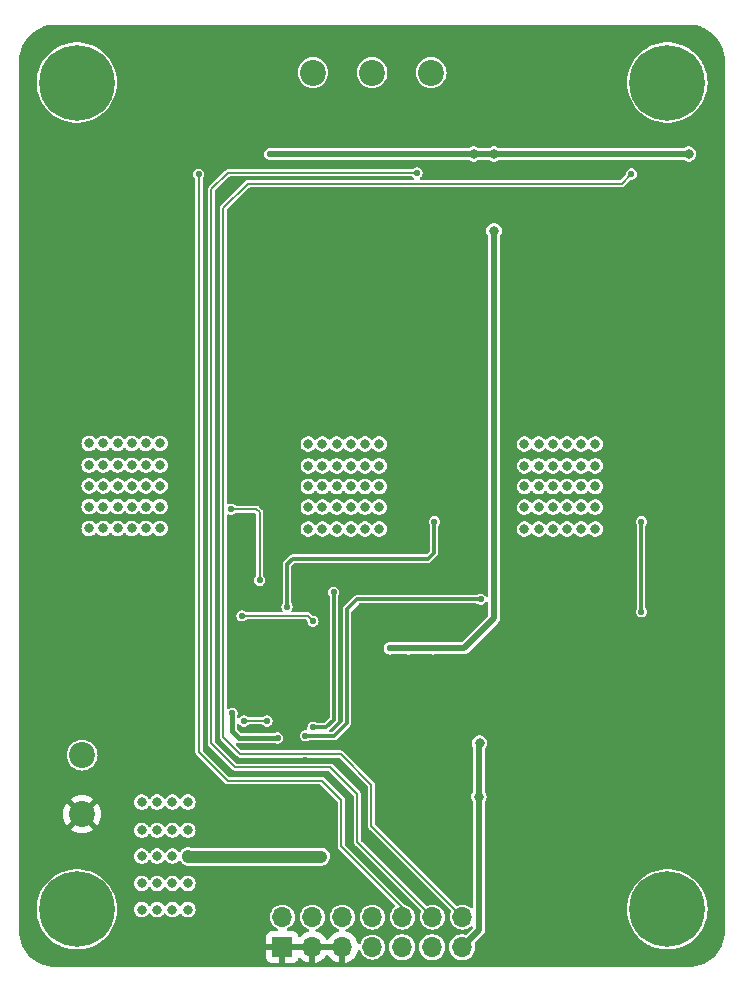
<source format=gbr>
%TF.GenerationSoftware,KiCad,Pcbnew,7.0.7*%
%TF.CreationDate,2024-02-22T20:28:59+08:00*%
%TF.ProjectId,hardware,68617264-7761-4726-952e-6b696361645f,rev?*%
%TF.SameCoordinates,Original*%
%TF.FileFunction,Copper,L2,Inr*%
%TF.FilePolarity,Positive*%
%FSLAX46Y46*%
G04 Gerber Fmt 4.6, Leading zero omitted, Abs format (unit mm)*
G04 Created by KiCad (PCBNEW 7.0.7) date 2024-02-22 20:28:59*
%MOMM*%
%LPD*%
G01*
G04 APERTURE LIST*
%TA.AperFunction,ComponentPad*%
%ADD10C,2.200000*%
%TD*%
%TA.AperFunction,ComponentPad*%
%ADD11C,0.800000*%
%TD*%
%TA.AperFunction,ComponentPad*%
%ADD12C,6.400000*%
%TD*%
%TA.AperFunction,ComponentPad*%
%ADD13R,1.700000X1.700000*%
%TD*%
%TA.AperFunction,ComponentPad*%
%ADD14O,1.700000X1.700000*%
%TD*%
%TA.AperFunction,ViaPad*%
%ADD15C,0.800000*%
%TD*%
%TA.AperFunction,ViaPad*%
%ADD16C,0.550000*%
%TD*%
%TA.AperFunction,Conductor*%
%ADD17C,0.500000*%
%TD*%
%TA.AperFunction,Conductor*%
%ADD18C,1.000000*%
%TD*%
%TA.AperFunction,Conductor*%
%ADD19C,0.200000*%
%TD*%
%TA.AperFunction,Conductor*%
%ADD20C,0.300000*%
%TD*%
%TA.AperFunction,Conductor*%
%ADD21C,0.400000*%
%TD*%
G04 APERTURE END LIST*
D10*
%TO.N,/Bridge/IA_N*%
%TO.C,U6*%
X138200000Y-66050000D03*
%TO.N,/Bridge/IB_N*%
X143200000Y-66050000D03*
%TO.N,/Bridge/IC_N*%
X148200000Y-66050000D03*
%TD*%
D11*
%TO.N,unconnected-(H1-Pad1)*%
%TO.C,H1*%
X115800000Y-136900000D03*
X116502944Y-135202944D03*
X116502944Y-138597056D03*
X118200000Y-134500000D03*
D12*
X118200000Y-136900000D03*
D11*
X118200000Y-139300000D03*
X119897056Y-135202944D03*
X119897056Y-138597056D03*
X120600000Y-136900000D03*
%TD*%
%TO.N,unconnected-(H2-Pad1)*%
%TO.C,H2*%
X165800000Y-66900000D03*
X166502944Y-65202944D03*
X166502944Y-68597056D03*
X168200000Y-64500000D03*
D12*
X168200000Y-66900000D03*
D11*
X168200000Y-69300000D03*
X169897056Y-65202944D03*
X169897056Y-68597056D03*
X170600000Y-66900000D03*
%TD*%
%TO.N,unconnected-(H4-Pad1)*%
%TO.C,H4*%
X165800000Y-136900000D03*
X166502944Y-135202944D03*
X166502944Y-138597056D03*
X168200000Y-134500000D03*
D12*
X168200000Y-136900000D03*
D11*
X168200000Y-139300000D03*
X169897056Y-135202944D03*
X169897056Y-138597056D03*
X170600000Y-136900000D03*
%TD*%
D10*
%TO.N,/power/VIN*%
%TO.C,U4*%
X118650000Y-123842500D03*
%TO.N,GND*%
X118650000Y-128842500D03*
%TD*%
D11*
%TO.N,unconnected-(H3-Pad1)*%
%TO.C,H3*%
X115800000Y-66900000D03*
X116502944Y-65202944D03*
X116502944Y-68597056D03*
X118200000Y-64500000D03*
D12*
X118200000Y-66900000D03*
D11*
X118200000Y-69300000D03*
X119897056Y-65202944D03*
X119897056Y-68597056D03*
X120600000Y-66900000D03*
%TD*%
D13*
%TO.N,GND*%
%TO.C,J2*%
X135600000Y-140100000D03*
D14*
%TO.N,/Bridge/PWM1*%
X135600000Y-137560000D03*
%TO.N,GND*%
X138140000Y-140100000D03*
%TO.N,/Bridge/PWM2*%
X138140000Y-137560000D03*
%TO.N,GND*%
X140680000Y-140100000D03*
%TO.N,/Bridge/PWM3*%
X140680000Y-137560000D03*
%TO.N,unconnected-(J2-Pin_7-Pad7)*%
X143220000Y-140100000D03*
%TO.N,unconnected-(J2-Pin_8-Pad8)*%
X143220000Y-137560000D03*
%TO.N,+5V*%
X145760000Y-140100000D03*
%TO.N,/interface/IA_OUT*%
X145760000Y-137560000D03*
%TO.N,+5V*%
X148300000Y-140100000D03*
%TO.N,/interface/IB_OUT*%
X148300000Y-137560000D03*
%TO.N,+5V*%
X150840000Y-140100000D03*
%TO.N,/interface/IC_OUT*%
X150840000Y-137560000D03*
%TD*%
D15*
%TO.N,GND*%
X157075000Y-87400000D03*
D16*
X167100000Y-123500000D03*
D15*
X155700000Y-109500000D03*
D16*
X148275000Y-74575000D03*
X164350000Y-121650000D03*
D15*
X137525000Y-91125000D03*
D16*
X137250000Y-109350000D03*
D15*
X131550000Y-110450000D03*
X150050000Y-108375000D03*
D16*
X165300000Y-121725000D03*
X137475000Y-118275000D03*
D15*
X157075000Y-90000000D03*
X155775000Y-90000000D03*
X157075000Y-88700000D03*
X155775000Y-86100000D03*
X155775000Y-92600000D03*
X118500000Y-110625000D03*
X155700000Y-108300000D03*
X137525000Y-88525000D03*
X120275000Y-92375000D03*
X118975000Y-91075000D03*
X157075000Y-92600000D03*
D16*
X154850000Y-113250000D03*
D15*
X167525000Y-108525000D03*
X118975000Y-87175000D03*
D16*
X154825000Y-122900000D03*
D15*
X148950000Y-108400000D03*
X118975000Y-92375000D03*
X155775000Y-91300000D03*
X137525000Y-92425000D03*
X118525000Y-109275000D03*
X155775000Y-87400000D03*
D16*
X151875000Y-74425000D03*
D15*
X118550000Y-108000000D03*
X167525000Y-109775000D03*
X167525000Y-107375000D03*
X120275000Y-88475000D03*
X150050000Y-109500000D03*
X157075000Y-91300000D03*
X137525000Y-89825000D03*
X138825000Y-87225000D03*
X120275000Y-85875000D03*
X120275000Y-91075000D03*
D16*
X137500000Y-124275000D03*
X137250000Y-108650000D03*
D15*
X138825000Y-92425000D03*
D16*
X149550000Y-129900000D03*
D15*
X138825000Y-88525000D03*
X137525000Y-85925000D03*
D16*
X158200000Y-126500000D03*
D15*
X131500000Y-109375000D03*
D16*
X145550000Y-126400000D03*
D15*
X138825000Y-89825000D03*
D16*
X137250000Y-107950000D03*
D15*
X131500000Y-108425000D03*
D16*
X146275000Y-126350000D03*
D15*
X118975000Y-85875000D03*
X118975000Y-88475000D03*
X138825000Y-91125000D03*
D16*
X147025000Y-77575000D03*
D15*
X148950000Y-109525000D03*
X155775000Y-88700000D03*
X138825000Y-85925000D03*
X157075000Y-86100000D03*
X137525000Y-87225000D03*
X120275000Y-87175000D03*
X118975000Y-89775000D03*
X120275000Y-89775000D03*
D16*
X153625000Y-122850000D03*
D15*
%TO.N,+5V*%
X152300000Y-122825000D03*
X152250000Y-127350000D03*
%TO.N,VDC*%
X122850000Y-104650000D03*
X125000000Y-136925000D03*
X123700000Y-134700000D03*
X122850000Y-102800000D03*
X139000000Y-97500000D03*
X137800000Y-99350000D03*
X125000000Y-130200000D03*
X125000000Y-127825000D03*
X137800000Y-101100000D03*
X121650000Y-99300000D03*
X143800000Y-97500000D03*
X157300000Y-97500000D03*
X159700000Y-102850000D03*
X141400000Y-97500000D03*
X158500000Y-101100000D03*
X126300000Y-132400000D03*
X142600000Y-104700000D03*
X119250000Y-101050000D03*
X142600000Y-97500000D03*
X119250000Y-104650000D03*
X157300000Y-104700000D03*
X157300000Y-101100000D03*
X159700000Y-101100000D03*
X127600000Y-130200000D03*
X158500000Y-102850000D03*
X121650000Y-102800000D03*
X141400000Y-101100000D03*
X125000000Y-134700000D03*
X156100000Y-104700000D03*
X126300000Y-130200000D03*
X143800000Y-102850000D03*
X157300000Y-102850000D03*
X121650000Y-101050000D03*
X139000000Y-101100000D03*
X125000000Y-132400000D03*
X127600000Y-134700000D03*
X143800000Y-104700000D03*
X160900000Y-99350000D03*
X123700000Y-132400000D03*
X124050000Y-102800000D03*
X120450000Y-99300000D03*
X123700000Y-130200000D03*
X142600000Y-102850000D03*
X127600000Y-127825000D03*
X125250000Y-97450000D03*
X137800000Y-104700000D03*
X162100000Y-99350000D03*
X141400000Y-99350000D03*
X121650000Y-97450000D03*
X137800000Y-102850000D03*
X124050000Y-97450000D03*
X125250000Y-99300000D03*
X142600000Y-101100000D03*
X158500000Y-99350000D03*
X158500000Y-97500000D03*
X143800000Y-99350000D03*
X160900000Y-102850000D03*
X121650000Y-104650000D03*
X119250000Y-102800000D03*
X162100000Y-102850000D03*
X126300000Y-127825000D03*
X158500000Y-104700000D03*
X125250000Y-101050000D03*
X159700000Y-104700000D03*
X124050000Y-104650000D03*
X141400000Y-104700000D03*
X138900000Y-132450000D03*
X142600000Y-99350000D03*
X123700000Y-127825000D03*
X143800000Y-101100000D03*
X125250000Y-104650000D03*
X122850000Y-99300000D03*
X127600000Y-132400000D03*
X156100000Y-97500000D03*
X141400000Y-102850000D03*
X140200000Y-99350000D03*
X120450000Y-104650000D03*
X160900000Y-97500000D03*
X124050000Y-99300000D03*
X139000000Y-104700000D03*
X160900000Y-101100000D03*
X139000000Y-102850000D03*
X122850000Y-97450000D03*
X156100000Y-102850000D03*
X156100000Y-101100000D03*
X140200000Y-101100000D03*
X162100000Y-97500000D03*
X139000000Y-99350000D03*
X159700000Y-97500000D03*
X140200000Y-102850000D03*
X125250000Y-102800000D03*
X140200000Y-97500000D03*
X119250000Y-99300000D03*
X156100000Y-99350000D03*
X127600000Y-136925000D03*
X126300000Y-136925000D03*
X119250000Y-97450000D03*
X159700000Y-99350000D03*
X120450000Y-97450000D03*
X162100000Y-104700000D03*
X124050000Y-101050000D03*
X162100000Y-101100000D03*
X120450000Y-101050000D03*
X140200000Y-104700000D03*
X122850000Y-101050000D03*
X137800000Y-97500000D03*
X120450000Y-102800000D03*
X160900000Y-104700000D03*
X157300000Y-99350000D03*
X123700000Y-136925000D03*
X126300000Y-134700000D03*
%TO.N,+3.3V*%
X153525000Y-72950000D03*
D16*
X144700000Y-114800000D03*
D15*
X151800000Y-72950000D03*
D16*
X148350000Y-114800000D03*
D15*
X153525000Y-79450000D03*
D16*
X134575000Y-72950000D03*
D15*
X170000000Y-72950000D03*
D16*
X146300000Y-114800000D03*
%TO.N,/Bridge/UA*%
X131300000Y-103025000D03*
X133675000Y-109050000D03*
%TO.N,/Bridge/UB*%
X148475000Y-104075000D03*
X136000000Y-111275000D03*
%TO.N,/Bridge/UC*%
X166000000Y-104075000D03*
X166000000Y-111700000D03*
%TO.N,+12V*%
X135200000Y-122400000D03*
X131350000Y-120300000D03*
%TO.N,/interface/IA_OUT*%
X128525000Y-74675000D03*
%TO.N,/interface/IB_OUT*%
X147000000Y-74550000D03*
%TO.N,/interface/IC_OUT*%
X165150000Y-74650000D03*
%TO.N,/Bridge/LO1*%
X132200000Y-112050000D03*
X138200000Y-112500000D03*
%TO.N,/Bridge/LO2*%
X138200000Y-121500000D03*
X139950000Y-110050000D03*
%TO.N,/Bridge/LO3*%
X152400000Y-110650000D03*
X137550000Y-122200000D03*
%TO.N,/Bridge/PWM1*%
X134300000Y-120950000D03*
X132350000Y-120950000D03*
%TD*%
D17*
%TO.N,+5V*%
X152250000Y-138690000D02*
X150840000Y-140100000D01*
X152300000Y-122825000D02*
X152250000Y-122875000D01*
X152250000Y-122875000D02*
X152250000Y-127350000D01*
X152250000Y-127350000D02*
X152250000Y-138690000D01*
D18*
%TO.N,VDC*%
X127650000Y-132450000D02*
X127600000Y-132400000D01*
X138900000Y-132450000D02*
X127650000Y-132450000D01*
D17*
%TO.N,+3.3V*%
X148350000Y-114800000D02*
X151000000Y-114800000D01*
X151000000Y-114800000D02*
X153525000Y-112275000D01*
X153525000Y-112275000D02*
X153525000Y-79450000D01*
X144700000Y-114800000D02*
X148350000Y-114800000D01*
X151800000Y-72950000D02*
X153525000Y-72950000D01*
X134575000Y-72950000D02*
X151800000Y-72950000D01*
X153525000Y-72950000D02*
X170000000Y-72950000D01*
D19*
%TO.N,/Bridge/UA*%
X131300000Y-103025000D02*
X133400000Y-103025000D01*
X133675000Y-103300000D02*
X133675000Y-109050000D01*
X133400000Y-103025000D02*
X133675000Y-103300000D01*
D20*
%TO.N,/Bridge/UB*%
X136500000Y-107200000D02*
X147975000Y-107200000D01*
X136000000Y-107700000D02*
X136500000Y-107200000D01*
X148475000Y-106700000D02*
X148475000Y-104075000D01*
X147975000Y-107200000D02*
X148475000Y-106700000D01*
X136000000Y-111275000D02*
X136000000Y-107700000D01*
%TO.N,/Bridge/UC*%
X166000000Y-111700000D02*
X166000000Y-104075000D01*
D21*
%TO.N,+12V*%
X131350000Y-121775000D02*
X131975000Y-122400000D01*
X131975000Y-122400000D02*
X135200000Y-122400000D01*
X131350000Y-120300000D02*
X131350000Y-121775000D01*
D19*
%TO.N,/interface/IA_OUT*%
X140600000Y-127625000D02*
X140600000Y-131575000D01*
X128525000Y-74675000D02*
X128550000Y-74700000D01*
X145760000Y-136735000D02*
X145760000Y-137560000D01*
X130975000Y-126025000D02*
X139000000Y-126025000D01*
X128550000Y-123600000D02*
X130975000Y-126025000D01*
X128550000Y-74700000D02*
X128550000Y-123600000D01*
X139000000Y-126025000D02*
X140600000Y-127625000D01*
X140600000Y-131575000D02*
X145760000Y-136735000D01*
%TO.N,/interface/IB_OUT*%
X139675000Y-124875000D02*
X141950000Y-127150000D01*
X129600000Y-122850000D02*
X131625000Y-124875000D01*
X147000000Y-74550000D02*
X131000000Y-74550000D01*
X141950000Y-131210000D02*
X148300000Y-137560000D01*
X131625000Y-124875000D02*
X139675000Y-124875000D01*
X141950000Y-127150000D02*
X141950000Y-131210000D01*
X131000000Y-74550000D02*
X129600000Y-75950000D01*
X129600000Y-75950000D02*
X129600000Y-122850000D01*
%TO.N,/interface/IC_OUT*%
X165150000Y-74650000D02*
X164350000Y-75450000D01*
X140550000Y-123750000D02*
X143150000Y-126350000D01*
X130600000Y-122300000D02*
X132050000Y-123750000D01*
X164350000Y-75450000D02*
X132700000Y-75450000D01*
X132700000Y-75450000D02*
X130600000Y-77550000D01*
X143150000Y-126350000D02*
X143150000Y-129870000D01*
X132050000Y-123750000D02*
X140550000Y-123750000D01*
X143150000Y-129870000D02*
X150840000Y-137560000D01*
X130600000Y-77550000D02*
X130600000Y-122300000D01*
%TO.N,/Bridge/LO1*%
X138200000Y-112500000D02*
X137750000Y-112050000D01*
X137750000Y-112050000D02*
X132200000Y-112050000D01*
D20*
%TO.N,/Bridge/LO2*%
X139300000Y-121500000D02*
X139950000Y-120850000D01*
X138200000Y-121500000D02*
X139300000Y-121500000D01*
X139950000Y-120850000D02*
X139950000Y-110050000D01*
%TO.N,/Bridge/LO3*%
X152400000Y-110650000D02*
X141950000Y-110650000D01*
X141100000Y-121100000D02*
X139955000Y-122245000D01*
X141950000Y-110650000D02*
X141100000Y-111500000D01*
X141100000Y-111500000D02*
X141100000Y-121100000D01*
X139955000Y-122245000D02*
X137595000Y-122245000D01*
X137595000Y-122245000D02*
X137550000Y-122200000D01*
D19*
%TO.N,/Bridge/PWM1*%
X134300000Y-120950000D02*
X132350000Y-120950000D01*
%TD*%
%TA.AperFunction,Conductor*%
%TO.N,GND*%
G36*
X137593692Y-139869685D02*
G01*
X137639447Y-139922489D01*
X137649391Y-139991647D01*
X137645631Y-140008933D01*
X137640000Y-140028111D01*
X137640000Y-140171888D01*
X137645631Y-140191067D01*
X137645630Y-140260936D01*
X137607855Y-140319714D01*
X137544299Y-140348738D01*
X137526653Y-140350000D01*
X136213347Y-140350000D01*
X136146308Y-140330315D01*
X136100553Y-140277511D01*
X136090609Y-140208353D01*
X136094369Y-140191067D01*
X136100000Y-140171888D01*
X136100000Y-140028111D01*
X136094369Y-140008933D01*
X136094370Y-139939064D01*
X136132145Y-139880286D01*
X136195701Y-139851262D01*
X136213347Y-139850000D01*
X137526653Y-139850000D01*
X137593692Y-139869685D01*
G37*
%TD.AperFunction*%
%TA.AperFunction,Conductor*%
G36*
X140133692Y-139869685D02*
G01*
X140179447Y-139922489D01*
X140189391Y-139991647D01*
X140185631Y-140008933D01*
X140180000Y-140028111D01*
X140180000Y-140171888D01*
X140185631Y-140191067D01*
X140185630Y-140260936D01*
X140147855Y-140319714D01*
X140084299Y-140348738D01*
X140066653Y-140350000D01*
X138753347Y-140350000D01*
X138686308Y-140330315D01*
X138640553Y-140277511D01*
X138630609Y-140208353D01*
X138634369Y-140191067D01*
X138640000Y-140171888D01*
X138640000Y-140028111D01*
X138634369Y-140008933D01*
X138634370Y-139939064D01*
X138672145Y-139880286D01*
X138735701Y-139851262D01*
X138753347Y-139850000D01*
X140066653Y-139850000D01*
X140133692Y-139869685D01*
G37*
%TD.AperFunction*%
%TA.AperFunction,Conductor*%
G36*
X170001620Y-62000584D02*
G01*
X170156362Y-62008694D01*
X170320741Y-62017309D01*
X170327198Y-62017987D01*
X170641221Y-62067725D01*
X170647549Y-62069069D01*
X170954656Y-62151358D01*
X170960821Y-62153360D01*
X171257646Y-62267301D01*
X171263566Y-62269936D01*
X171546870Y-62414287D01*
X171552473Y-62417522D01*
X171727998Y-62531510D01*
X171819110Y-62590679D01*
X171824363Y-62594496D01*
X172071446Y-62794579D01*
X172076272Y-62798925D01*
X172301074Y-63023727D01*
X172305420Y-63028553D01*
X172505503Y-63275636D01*
X172509320Y-63280889D01*
X172677178Y-63539367D01*
X172682472Y-63547518D01*
X172685716Y-63553135D01*
X172779081Y-63736375D01*
X172830058Y-63836423D01*
X172832699Y-63842356D01*
X172946635Y-64139167D01*
X172948641Y-64145343D01*
X173030927Y-64452440D01*
X173032277Y-64458792D01*
X173082011Y-64772799D01*
X173082690Y-64779258D01*
X173099415Y-65098377D01*
X173099500Y-65101623D01*
X173099500Y-138698376D01*
X173099415Y-138701622D01*
X173082690Y-139020741D01*
X173082011Y-139027200D01*
X173032277Y-139341207D01*
X173030927Y-139347559D01*
X172948641Y-139654656D01*
X172946635Y-139660832D01*
X172832699Y-139957643D01*
X172830058Y-139963576D01*
X172685720Y-140246857D01*
X172682472Y-140252481D01*
X172509320Y-140519110D01*
X172505503Y-140524363D01*
X172305420Y-140771446D01*
X172301074Y-140776272D01*
X172076272Y-141001074D01*
X172071446Y-141005420D01*
X171824363Y-141205503D01*
X171819110Y-141209320D01*
X171552481Y-141382472D01*
X171546857Y-141385720D01*
X171263576Y-141530058D01*
X171257643Y-141532699D01*
X170960832Y-141646635D01*
X170954656Y-141648641D01*
X170647559Y-141730927D01*
X170641207Y-141732277D01*
X170327200Y-141782011D01*
X170320741Y-141782690D01*
X170017614Y-141798576D01*
X170001620Y-141799415D01*
X169998377Y-141799500D01*
X116401623Y-141799500D01*
X116398379Y-141799415D01*
X116381596Y-141798535D01*
X116079258Y-141782690D01*
X116072799Y-141782011D01*
X115758792Y-141732277D01*
X115752440Y-141730927D01*
X115445343Y-141648641D01*
X115439167Y-141646635D01*
X115142356Y-141532699D01*
X115136423Y-141530058D01*
X114853135Y-141385716D01*
X114847518Y-141382472D01*
X114833599Y-141373433D01*
X114580889Y-141209320D01*
X114575636Y-141205503D01*
X114328553Y-141005420D01*
X114323727Y-141001074D01*
X114320497Y-140997844D01*
X134250000Y-140997844D01*
X134256401Y-141057372D01*
X134256403Y-141057379D01*
X134306645Y-141192086D01*
X134306649Y-141192093D01*
X134392809Y-141307187D01*
X134392812Y-141307190D01*
X134507906Y-141393350D01*
X134507913Y-141393354D01*
X134642620Y-141443596D01*
X134642627Y-141443598D01*
X134702155Y-141449999D01*
X134702172Y-141450000D01*
X135350000Y-141450000D01*
X135350000Y-140712301D01*
X135369685Y-140645262D01*
X135422489Y-140599507D01*
X135491647Y-140589563D01*
X135564237Y-140600000D01*
X135564238Y-140600000D01*
X135635762Y-140600000D01*
X135635763Y-140600000D01*
X135708353Y-140589563D01*
X135777512Y-140599507D01*
X135830315Y-140645262D01*
X135850000Y-140712301D01*
X135850000Y-141450000D01*
X136497828Y-141450000D01*
X136497844Y-141449999D01*
X136557372Y-141443598D01*
X136557379Y-141443596D01*
X136692086Y-141393354D01*
X136692093Y-141393350D01*
X136807187Y-141307190D01*
X136807190Y-141307187D01*
X136893350Y-141192093D01*
X136893354Y-141192086D01*
X136942614Y-141060013D01*
X136984485Y-141004079D01*
X137049949Y-140979662D01*
X137118222Y-140994513D01*
X137146477Y-141015665D01*
X137268917Y-141138105D01*
X137462421Y-141273600D01*
X137676507Y-141373429D01*
X137676516Y-141373433D01*
X137890000Y-141430634D01*
X137890000Y-140712301D01*
X137909685Y-140645262D01*
X137962489Y-140599507D01*
X138031647Y-140589563D01*
X138104237Y-140600000D01*
X138104238Y-140600000D01*
X138175762Y-140600000D01*
X138175763Y-140600000D01*
X138248353Y-140589563D01*
X138317512Y-140599507D01*
X138370315Y-140645262D01*
X138390000Y-140712301D01*
X138390000Y-141430633D01*
X138603483Y-141373433D01*
X138603492Y-141373429D01*
X138817578Y-141273600D01*
X139011082Y-141138105D01*
X139178105Y-140971082D01*
X139308425Y-140784968D01*
X139363002Y-140741344D01*
X139432501Y-140734151D01*
X139494855Y-140765673D01*
X139511575Y-140784968D01*
X139641894Y-140971082D01*
X139808917Y-141138105D01*
X140002421Y-141273600D01*
X140216507Y-141373429D01*
X140216516Y-141373433D01*
X140430000Y-141430634D01*
X140430000Y-140712301D01*
X140449685Y-140645262D01*
X140502489Y-140599507D01*
X140571647Y-140589563D01*
X140644237Y-140600000D01*
X140644238Y-140600000D01*
X140715762Y-140600000D01*
X140715763Y-140600000D01*
X140788353Y-140589563D01*
X140857512Y-140599507D01*
X140910315Y-140645262D01*
X140930000Y-140712301D01*
X140930000Y-141430633D01*
X141143483Y-141373433D01*
X141143492Y-141373429D01*
X141357578Y-141273600D01*
X141551082Y-141138105D01*
X141718105Y-140971082D01*
X141853600Y-140777578D01*
X141953429Y-140563492D01*
X141953433Y-140563483D01*
X141986158Y-140441350D01*
X142022522Y-140381690D01*
X142085369Y-140351160D01*
X142154745Y-140359454D01*
X142208623Y-140403939D01*
X142224593Y-140437447D01*
X142244768Y-140503954D01*
X142342315Y-140686450D01*
X142342317Y-140686452D01*
X142473589Y-140846410D01*
X142570209Y-140925702D01*
X142633550Y-140977685D01*
X142816046Y-141075232D01*
X143014066Y-141135300D01*
X143014065Y-141135300D01*
X143032529Y-141137118D01*
X143220000Y-141155583D01*
X143425934Y-141135300D01*
X143623954Y-141075232D01*
X143806450Y-140977685D01*
X143966410Y-140846410D01*
X144097685Y-140686450D01*
X144195232Y-140503954D01*
X144255300Y-140305934D01*
X144275583Y-140100000D01*
X144654785Y-140100000D01*
X144673602Y-140303082D01*
X144729417Y-140499247D01*
X144729422Y-140499260D01*
X144820327Y-140681821D01*
X144943237Y-140844581D01*
X145093958Y-140981980D01*
X145093960Y-140981982D01*
X145182831Y-141037008D01*
X145267363Y-141089348D01*
X145457544Y-141163024D01*
X145658024Y-141200500D01*
X145658026Y-141200500D01*
X145861974Y-141200500D01*
X145861976Y-141200500D01*
X146062456Y-141163024D01*
X146252637Y-141089348D01*
X146426041Y-140981981D01*
X146554122Y-140865219D01*
X146576762Y-140844581D01*
X146576764Y-140844579D01*
X146699673Y-140681821D01*
X146790582Y-140499250D01*
X146846397Y-140303083D01*
X146865215Y-140100000D01*
X147194785Y-140100000D01*
X147213602Y-140303082D01*
X147269417Y-140499247D01*
X147269422Y-140499260D01*
X147360327Y-140681821D01*
X147483237Y-140844581D01*
X147633958Y-140981980D01*
X147633960Y-140981982D01*
X147722831Y-141037008D01*
X147807363Y-141089348D01*
X147997544Y-141163024D01*
X148198024Y-141200500D01*
X148198026Y-141200500D01*
X148401974Y-141200500D01*
X148401976Y-141200500D01*
X148602456Y-141163024D01*
X148792637Y-141089348D01*
X148966041Y-140981981D01*
X149094122Y-140865219D01*
X149116762Y-140844581D01*
X149116764Y-140844579D01*
X149239673Y-140681821D01*
X149330582Y-140499250D01*
X149386397Y-140303083D01*
X149405215Y-140100000D01*
X149401844Y-140063625D01*
X149386397Y-139896917D01*
X149372890Y-139849447D01*
X149330582Y-139700750D01*
X149328238Y-139696043D01*
X149280415Y-139600000D01*
X149239673Y-139518179D01*
X149116764Y-139355421D01*
X149116762Y-139355418D01*
X148966041Y-139218019D01*
X148966039Y-139218017D01*
X148792642Y-139110655D01*
X148792635Y-139110651D01*
X148666769Y-139061891D01*
X148602456Y-139036976D01*
X148401976Y-138999500D01*
X148198024Y-138999500D01*
X147997544Y-139036976D01*
X147997541Y-139036976D01*
X147997541Y-139036977D01*
X147807364Y-139110651D01*
X147807357Y-139110655D01*
X147633960Y-139218017D01*
X147633958Y-139218019D01*
X147483237Y-139355418D01*
X147360327Y-139518178D01*
X147269422Y-139700739D01*
X147269417Y-139700752D01*
X147213602Y-139896917D01*
X147194785Y-140099999D01*
X147194785Y-140100000D01*
X146865215Y-140100000D01*
X146861844Y-140063625D01*
X146846397Y-139896917D01*
X146832890Y-139849447D01*
X146790582Y-139700750D01*
X146788238Y-139696043D01*
X146740415Y-139600000D01*
X146699673Y-139518179D01*
X146576764Y-139355421D01*
X146576762Y-139355418D01*
X146426041Y-139218019D01*
X146426039Y-139218017D01*
X146252642Y-139110655D01*
X146252635Y-139110651D01*
X146126769Y-139061891D01*
X146062456Y-139036976D01*
X145861976Y-138999500D01*
X145658024Y-138999500D01*
X145457544Y-139036976D01*
X145457541Y-139036976D01*
X145457541Y-139036977D01*
X145267364Y-139110651D01*
X145267357Y-139110655D01*
X145093960Y-139218017D01*
X145093958Y-139218019D01*
X144943237Y-139355418D01*
X144820327Y-139518178D01*
X144729422Y-139700739D01*
X144729417Y-139700752D01*
X144673602Y-139896917D01*
X144654785Y-140099999D01*
X144654785Y-140100000D01*
X144275583Y-140100000D01*
X144255300Y-139894066D01*
X144195232Y-139696046D01*
X144097685Y-139513550D01*
X143967913Y-139355421D01*
X143966410Y-139353589D01*
X143830383Y-139241956D01*
X143806450Y-139222315D01*
X143623954Y-139124768D01*
X143425934Y-139064700D01*
X143425932Y-139064699D01*
X143425934Y-139064699D01*
X143220000Y-139044417D01*
X143014067Y-139064699D01*
X142816043Y-139124769D01*
X142782634Y-139142627D01*
X142633550Y-139222315D01*
X142633548Y-139222316D01*
X142633547Y-139222317D01*
X142473589Y-139353589D01*
X142342317Y-139513547D01*
X142342315Y-139513550D01*
X142339841Y-139518179D01*
X142244767Y-139696046D01*
X142224593Y-139762552D01*
X142186296Y-139820990D01*
X142122483Y-139849447D01*
X142053416Y-139838886D01*
X142001023Y-139792661D01*
X141986158Y-139758649D01*
X141953433Y-139636516D01*
X141953429Y-139636507D01*
X141853600Y-139422422D01*
X141853599Y-139422420D01*
X141718113Y-139228926D01*
X141718108Y-139228920D01*
X141551082Y-139061894D01*
X141357578Y-138926399D01*
X141143492Y-138826570D01*
X141143486Y-138826567D01*
X141021349Y-138793841D01*
X140961689Y-138757476D01*
X140931160Y-138694629D01*
X140939455Y-138625253D01*
X140983940Y-138571375D01*
X141017444Y-138555407D01*
X141083954Y-138535232D01*
X141266450Y-138437685D01*
X141426410Y-138306410D01*
X141557685Y-138146450D01*
X141655232Y-137963954D01*
X141715300Y-137765934D01*
X141735583Y-137560000D01*
X142164417Y-137560000D01*
X142184699Y-137765932D01*
X142184700Y-137765934D01*
X142244768Y-137963954D01*
X142342315Y-138146450D01*
X142342317Y-138146452D01*
X142473589Y-138306410D01*
X142570209Y-138385702D01*
X142633550Y-138437685D01*
X142816046Y-138535232D01*
X143014066Y-138595300D01*
X143014065Y-138595300D01*
X143032529Y-138597118D01*
X143220000Y-138615583D01*
X143425934Y-138595300D01*
X143623954Y-138535232D01*
X143806450Y-138437685D01*
X143966410Y-138306410D01*
X144097685Y-138146450D01*
X144195232Y-137963954D01*
X144255300Y-137765934D01*
X144275583Y-137560000D01*
X144255300Y-137354066D01*
X144195232Y-137156046D01*
X144097685Y-136973550D01*
X144037326Y-136900002D01*
X143966410Y-136813589D01*
X143806452Y-136682317D01*
X143806453Y-136682317D01*
X143806450Y-136682315D01*
X143623954Y-136584768D01*
X143425934Y-136524700D01*
X143425932Y-136524699D01*
X143425934Y-136524699D01*
X143220000Y-136504417D01*
X143014067Y-136524699D01*
X142816043Y-136584769D01*
X142705897Y-136643643D01*
X142633550Y-136682315D01*
X142633548Y-136682316D01*
X142633547Y-136682317D01*
X142473589Y-136813589D01*
X142342317Y-136973547D01*
X142342315Y-136973550D01*
X142310500Y-137033071D01*
X142244769Y-137156043D01*
X142184699Y-137354067D01*
X142164417Y-137560000D01*
X141735583Y-137560000D01*
X141715300Y-137354066D01*
X141655232Y-137156046D01*
X141557685Y-136973550D01*
X141497326Y-136900002D01*
X141426410Y-136813589D01*
X141266452Y-136682317D01*
X141266453Y-136682317D01*
X141266450Y-136682315D01*
X141083954Y-136584768D01*
X140885934Y-136524700D01*
X140885932Y-136524699D01*
X140885934Y-136524699D01*
X140680000Y-136504417D01*
X140474067Y-136524699D01*
X140276043Y-136584769D01*
X140165897Y-136643643D01*
X140093550Y-136682315D01*
X140093548Y-136682316D01*
X140093547Y-136682317D01*
X139933589Y-136813589D01*
X139802317Y-136973547D01*
X139802315Y-136973550D01*
X139770500Y-137033071D01*
X139704769Y-137156043D01*
X139644699Y-137354067D01*
X139624417Y-137560000D01*
X139644699Y-137765932D01*
X139644700Y-137765934D01*
X139704768Y-137963954D01*
X139802315Y-138146450D01*
X139802317Y-138146452D01*
X139933589Y-138306410D01*
X140030209Y-138385702D01*
X140093550Y-138437685D01*
X140276046Y-138535232D01*
X140342551Y-138555405D01*
X140400989Y-138593702D01*
X140429446Y-138657514D01*
X140418887Y-138726581D01*
X140372663Y-138778975D01*
X140338650Y-138793841D01*
X140216514Y-138826567D01*
X140216507Y-138826570D01*
X140002422Y-138926399D01*
X140002420Y-138926400D01*
X139808926Y-139061886D01*
X139808920Y-139061891D01*
X139641891Y-139228920D01*
X139641890Y-139228922D01*
X139511575Y-139415031D01*
X139456998Y-139458655D01*
X139387499Y-139465848D01*
X139325145Y-139434326D01*
X139308425Y-139415031D01*
X139178109Y-139228922D01*
X139178108Y-139228920D01*
X139011082Y-139061894D01*
X138817578Y-138926399D01*
X138603492Y-138826570D01*
X138603486Y-138826567D01*
X138481349Y-138793841D01*
X138421689Y-138757476D01*
X138391160Y-138694629D01*
X138399455Y-138625253D01*
X138443940Y-138571375D01*
X138477444Y-138555407D01*
X138543954Y-138535232D01*
X138726450Y-138437685D01*
X138886410Y-138306410D01*
X139017685Y-138146450D01*
X139115232Y-137963954D01*
X139175300Y-137765934D01*
X139195583Y-137560000D01*
X139175300Y-137354066D01*
X139115232Y-137156046D01*
X139017685Y-136973550D01*
X138957326Y-136900002D01*
X138886410Y-136813589D01*
X138726452Y-136682317D01*
X138726453Y-136682317D01*
X138726450Y-136682315D01*
X138543954Y-136584768D01*
X138345934Y-136524700D01*
X138345932Y-136524699D01*
X138345934Y-136524699D01*
X138140000Y-136504417D01*
X137934067Y-136524699D01*
X137736043Y-136584769D01*
X137625897Y-136643643D01*
X137553550Y-136682315D01*
X137553548Y-136682316D01*
X137553547Y-136682317D01*
X137393589Y-136813589D01*
X137262317Y-136973547D01*
X137262315Y-136973550D01*
X137230500Y-137033071D01*
X137164769Y-137156043D01*
X137104699Y-137354067D01*
X137084417Y-137560000D01*
X137104699Y-137765932D01*
X137104700Y-137765934D01*
X137164768Y-137963954D01*
X137262315Y-138146450D01*
X137262317Y-138146452D01*
X137393589Y-138306410D01*
X137490209Y-138385702D01*
X137553550Y-138437685D01*
X137736046Y-138535232D01*
X137802551Y-138555405D01*
X137860989Y-138593702D01*
X137889446Y-138657514D01*
X137878887Y-138726581D01*
X137832663Y-138778975D01*
X137798650Y-138793841D01*
X137676514Y-138826567D01*
X137676507Y-138826570D01*
X137462422Y-138926399D01*
X137462420Y-138926400D01*
X137268926Y-139061886D01*
X137146477Y-139184335D01*
X137085154Y-139217819D01*
X137015462Y-139212835D01*
X136959529Y-139170963D01*
X136942614Y-139139986D01*
X136893354Y-139007913D01*
X136893350Y-139007906D01*
X136807190Y-138892812D01*
X136807187Y-138892809D01*
X136692093Y-138806649D01*
X136692086Y-138806645D01*
X136557379Y-138756403D01*
X136557372Y-138756401D01*
X136497844Y-138750000D01*
X136097187Y-138750000D01*
X136030148Y-138730315D01*
X135984393Y-138677511D01*
X135974449Y-138608353D01*
X136003474Y-138544797D01*
X136038733Y-138516642D01*
X136186450Y-138437685D01*
X136346410Y-138306410D01*
X136477685Y-138146450D01*
X136575232Y-137963954D01*
X136635300Y-137765934D01*
X136655583Y-137560000D01*
X136635300Y-137354066D01*
X136575232Y-137156046D01*
X136477685Y-136973550D01*
X136417326Y-136900002D01*
X136346410Y-136813589D01*
X136186452Y-136682317D01*
X136186453Y-136682317D01*
X136186450Y-136682315D01*
X136003954Y-136584768D01*
X135805934Y-136524700D01*
X135805932Y-136524699D01*
X135805934Y-136524699D01*
X135618463Y-136506235D01*
X135600000Y-136504417D01*
X135599999Y-136504417D01*
X135394067Y-136524699D01*
X135196043Y-136584769D01*
X135085897Y-136643643D01*
X135013550Y-136682315D01*
X135013548Y-136682316D01*
X135013547Y-136682317D01*
X134853589Y-136813589D01*
X134722317Y-136973547D01*
X134722315Y-136973550D01*
X134690500Y-137033071D01*
X134624769Y-137156043D01*
X134564699Y-137354067D01*
X134544417Y-137560000D01*
X134564699Y-137765932D01*
X134564700Y-137765934D01*
X134624768Y-137963954D01*
X134722315Y-138146450D01*
X134722317Y-138146452D01*
X134853589Y-138306410D01*
X134950209Y-138385702D01*
X135013550Y-138437685D01*
X135161267Y-138516642D01*
X135211111Y-138565605D01*
X135226571Y-138633743D01*
X135202739Y-138699422D01*
X135147181Y-138741791D01*
X135102813Y-138750000D01*
X134702155Y-138750000D01*
X134642627Y-138756401D01*
X134642620Y-138756403D01*
X134507913Y-138806645D01*
X134507906Y-138806649D01*
X134392812Y-138892809D01*
X134392809Y-138892812D01*
X134306649Y-139007906D01*
X134306645Y-139007913D01*
X134256403Y-139142620D01*
X134256401Y-139142627D01*
X134250000Y-139202155D01*
X134250000Y-139850000D01*
X134986653Y-139850000D01*
X135053692Y-139869685D01*
X135099447Y-139922489D01*
X135109391Y-139991647D01*
X135105631Y-140008933D01*
X135100000Y-140028111D01*
X135100000Y-140171888D01*
X135105631Y-140191067D01*
X135105630Y-140260936D01*
X135067855Y-140319714D01*
X135004299Y-140348738D01*
X134986653Y-140350000D01*
X134250000Y-140350000D01*
X134250000Y-140997844D01*
X114320497Y-140997844D01*
X114098925Y-140776272D01*
X114094579Y-140771446D01*
X113894496Y-140524363D01*
X113890679Y-140519110D01*
X113786997Y-140359454D01*
X113717522Y-140252473D01*
X113714287Y-140246870D01*
X113569936Y-139963566D01*
X113567300Y-139957643D01*
X113553806Y-139922489D01*
X113453360Y-139660821D01*
X113451358Y-139654656D01*
X113369069Y-139347549D01*
X113367725Y-139341221D01*
X113317987Y-139027198D01*
X113317309Y-139020741D01*
X113300585Y-138701621D01*
X113300500Y-138698376D01*
X113300500Y-136900000D01*
X114794506Y-136900000D01*
X114812106Y-137224624D01*
X114814469Y-137268196D01*
X114814470Y-137268213D01*
X114874122Y-137632068D01*
X114874128Y-137632094D01*
X114972768Y-137987365D01*
X114972770Y-137987371D01*
X115109255Y-138329926D01*
X115109261Y-138329938D01*
X115281973Y-138655708D01*
X115281976Y-138655713D01*
X115281978Y-138655716D01*
X115341523Y-138743538D01*
X115488909Y-138960916D01*
X115599732Y-139091386D01*
X115727627Y-139241956D01*
X115995330Y-139495538D01*
X116288881Y-139718690D01*
X116604838Y-139908795D01*
X116604840Y-139908796D01*
X116604842Y-139908797D01*
X116604846Y-139908799D01*
X116670263Y-139939064D01*
X116939497Y-140063625D01*
X117288934Y-140181364D01*
X117649052Y-140260632D01*
X118015630Y-140300500D01*
X118015636Y-140300500D01*
X118384364Y-140300500D01*
X118384370Y-140300500D01*
X118750948Y-140260632D01*
X119111066Y-140181364D01*
X119460503Y-140063625D01*
X119795162Y-139908795D01*
X120111119Y-139718690D01*
X120404670Y-139495538D01*
X120672373Y-139241956D01*
X120911090Y-138960917D01*
X121118022Y-138655716D01*
X121290743Y-138329930D01*
X121427227Y-137987379D01*
X121525875Y-137632081D01*
X121584207Y-137276274D01*
X121585529Y-137268213D01*
X121585529Y-137268210D01*
X121585531Y-137268199D01*
X121604139Y-136925000D01*
X123044721Y-136925000D01*
X123063762Y-137081818D01*
X123117922Y-137224624D01*
X123119780Y-137229523D01*
X123209517Y-137359530D01*
X123327760Y-137464283D01*
X123327762Y-137464284D01*
X123467634Y-137537696D01*
X123621014Y-137575500D01*
X123621015Y-137575500D01*
X123778985Y-137575500D01*
X123932365Y-137537696D01*
X123932365Y-137537695D01*
X124072240Y-137464283D01*
X124190483Y-137359530D01*
X124247951Y-137276272D01*
X124302231Y-137232284D01*
X124371679Y-137224624D01*
X124434244Y-137255727D01*
X124452049Y-137276273D01*
X124509517Y-137359530D01*
X124627760Y-137464283D01*
X124627762Y-137464284D01*
X124767634Y-137537696D01*
X124921014Y-137575500D01*
X124921015Y-137575500D01*
X125078985Y-137575500D01*
X125232365Y-137537696D01*
X125372240Y-137464283D01*
X125490483Y-137359530D01*
X125547950Y-137276273D01*
X125602233Y-137232284D01*
X125671681Y-137224624D01*
X125734246Y-137255727D01*
X125752048Y-137276272D01*
X125777228Y-137312751D01*
X125809515Y-137359528D01*
X125809517Y-137359530D01*
X125927760Y-137464283D01*
X125927762Y-137464284D01*
X126067634Y-137537696D01*
X126221014Y-137575500D01*
X126221015Y-137575500D01*
X126378985Y-137575500D01*
X126532365Y-137537696D01*
X126532365Y-137537695D01*
X126672240Y-137464283D01*
X126790483Y-137359530D01*
X126847950Y-137276273D01*
X126902233Y-137232284D01*
X126971681Y-137224624D01*
X127034246Y-137255727D01*
X127052048Y-137276272D01*
X127077228Y-137312751D01*
X127109515Y-137359528D01*
X127109517Y-137359530D01*
X127227760Y-137464283D01*
X127227762Y-137464284D01*
X127367634Y-137537696D01*
X127521014Y-137575500D01*
X127521015Y-137575500D01*
X127678985Y-137575500D01*
X127832365Y-137537696D01*
X127832364Y-137537696D01*
X127972240Y-137464283D01*
X128090483Y-137359530D01*
X128180220Y-137229523D01*
X128236237Y-137081818D01*
X128255278Y-136925000D01*
X128252243Y-136900000D01*
X128236237Y-136768181D01*
X128203672Y-136682315D01*
X128180220Y-136620477D01*
X128090483Y-136490470D01*
X127972240Y-136385717D01*
X127972238Y-136385716D01*
X127972237Y-136385715D01*
X127832365Y-136312303D01*
X127678986Y-136274500D01*
X127678985Y-136274500D01*
X127521015Y-136274500D01*
X127521014Y-136274500D01*
X127367634Y-136312303D01*
X127227762Y-136385715D01*
X127109516Y-136490471D01*
X127052050Y-136573725D01*
X126997767Y-136617715D01*
X126928318Y-136625375D01*
X126865754Y-136594271D01*
X126847950Y-136573725D01*
X126819013Y-136531803D01*
X126790483Y-136490470D01*
X126672240Y-136385717D01*
X126672238Y-136385716D01*
X126672237Y-136385715D01*
X126532365Y-136312303D01*
X126378986Y-136274500D01*
X126378985Y-136274500D01*
X126221015Y-136274500D01*
X126221014Y-136274500D01*
X126067634Y-136312303D01*
X125927762Y-136385715D01*
X125809516Y-136490471D01*
X125752050Y-136573725D01*
X125697767Y-136617715D01*
X125628318Y-136625375D01*
X125565754Y-136594271D01*
X125547950Y-136573725D01*
X125519013Y-136531803D01*
X125490483Y-136490470D01*
X125372240Y-136385717D01*
X125372238Y-136385716D01*
X125372237Y-136385715D01*
X125232365Y-136312303D01*
X125078986Y-136274500D01*
X125078985Y-136274500D01*
X124921015Y-136274500D01*
X124921014Y-136274500D01*
X124767634Y-136312303D01*
X124627762Y-136385715D01*
X124509516Y-136490471D01*
X124452050Y-136573725D01*
X124397767Y-136617715D01*
X124328318Y-136625375D01*
X124265754Y-136594271D01*
X124247950Y-136573725D01*
X124219013Y-136531803D01*
X124190483Y-136490470D01*
X124072240Y-136385717D01*
X124072238Y-136385716D01*
X124072237Y-136385715D01*
X123932365Y-136312303D01*
X123778986Y-136274500D01*
X123778985Y-136274500D01*
X123621015Y-136274500D01*
X123621014Y-136274500D01*
X123467634Y-136312303D01*
X123327762Y-136385715D01*
X123209516Y-136490471D01*
X123119781Y-136620475D01*
X123119780Y-136620476D01*
X123063762Y-136768181D01*
X123044721Y-136924999D01*
X123044721Y-136925000D01*
X121604139Y-136925000D01*
X121605494Y-136900000D01*
X121585531Y-136531801D01*
X121583368Y-136518609D01*
X121525877Y-136167931D01*
X121525876Y-136167930D01*
X121525875Y-136167919D01*
X121427227Y-135812621D01*
X121290743Y-135470070D01*
X121214453Y-135326172D01*
X121118026Y-135144291D01*
X121118024Y-135144288D01*
X121118022Y-135144284D01*
X120911090Y-134839083D01*
X120792952Y-134700000D01*
X123044721Y-134700000D01*
X123063762Y-134856818D01*
X123117922Y-134999624D01*
X123119780Y-135004523D01*
X123209517Y-135134530D01*
X123327760Y-135239283D01*
X123327762Y-135239284D01*
X123467634Y-135312696D01*
X123621014Y-135350500D01*
X123621015Y-135350500D01*
X123778985Y-135350500D01*
X123932365Y-135312696D01*
X123932365Y-135312695D01*
X124072240Y-135239283D01*
X124190483Y-135134530D01*
X124247950Y-135051273D01*
X124302233Y-135007284D01*
X124371681Y-134999624D01*
X124434246Y-135030727D01*
X124452050Y-135051274D01*
X124509515Y-135134528D01*
X124509517Y-135134530D01*
X124627760Y-135239283D01*
X124627762Y-135239284D01*
X124767634Y-135312696D01*
X124921014Y-135350500D01*
X124921015Y-135350500D01*
X125078985Y-135350500D01*
X125232365Y-135312696D01*
X125232364Y-135312696D01*
X125372240Y-135239283D01*
X125490483Y-135134530D01*
X125547950Y-135051273D01*
X125602233Y-135007284D01*
X125671681Y-134999624D01*
X125734246Y-135030727D01*
X125752050Y-135051274D01*
X125809515Y-135134528D01*
X125809517Y-135134530D01*
X125927760Y-135239283D01*
X125927762Y-135239284D01*
X126067634Y-135312696D01*
X126221014Y-135350500D01*
X126221015Y-135350500D01*
X126378985Y-135350500D01*
X126532365Y-135312696D01*
X126532364Y-135312695D01*
X126672240Y-135239283D01*
X126790483Y-135134530D01*
X126847950Y-135051273D01*
X126902233Y-135007284D01*
X126971681Y-134999624D01*
X127034246Y-135030727D01*
X127052050Y-135051274D01*
X127109515Y-135134528D01*
X127109517Y-135134530D01*
X127227760Y-135239283D01*
X127227762Y-135239284D01*
X127367634Y-135312696D01*
X127521014Y-135350500D01*
X127521015Y-135350500D01*
X127678985Y-135350500D01*
X127832365Y-135312696D01*
X127832364Y-135312696D01*
X127972240Y-135239283D01*
X128090483Y-135134530D01*
X128180220Y-135004523D01*
X128236237Y-134856818D01*
X128255278Y-134700000D01*
X128236237Y-134543182D01*
X128180220Y-134395477D01*
X128090483Y-134265470D01*
X127972240Y-134160717D01*
X127972238Y-134160716D01*
X127972237Y-134160715D01*
X127832365Y-134087303D01*
X127678986Y-134049500D01*
X127678985Y-134049500D01*
X127521015Y-134049500D01*
X127521014Y-134049500D01*
X127367634Y-134087303D01*
X127227762Y-134160715D01*
X127109516Y-134265471D01*
X127052050Y-134348725D01*
X126997767Y-134392715D01*
X126928318Y-134400375D01*
X126865754Y-134369271D01*
X126847950Y-134348725D01*
X126817396Y-134304461D01*
X126790483Y-134265470D01*
X126672240Y-134160717D01*
X126672238Y-134160716D01*
X126672237Y-134160715D01*
X126532365Y-134087303D01*
X126378986Y-134049500D01*
X126378985Y-134049500D01*
X126221015Y-134049500D01*
X126221014Y-134049500D01*
X126067634Y-134087303D01*
X125927762Y-134160715D01*
X125809516Y-134265471D01*
X125752050Y-134348725D01*
X125697767Y-134392715D01*
X125628318Y-134400375D01*
X125565754Y-134369271D01*
X125547950Y-134348725D01*
X125517396Y-134304461D01*
X125490483Y-134265470D01*
X125372240Y-134160717D01*
X125372238Y-134160716D01*
X125372237Y-134160715D01*
X125232365Y-134087303D01*
X125078986Y-134049500D01*
X125078985Y-134049500D01*
X124921015Y-134049500D01*
X124921014Y-134049500D01*
X124767634Y-134087303D01*
X124627762Y-134160715D01*
X124509516Y-134265471D01*
X124452050Y-134348725D01*
X124397767Y-134392715D01*
X124328318Y-134400375D01*
X124265754Y-134369271D01*
X124247950Y-134348725D01*
X124217396Y-134304461D01*
X124190483Y-134265470D01*
X124072240Y-134160717D01*
X124072238Y-134160716D01*
X124072237Y-134160715D01*
X123932365Y-134087303D01*
X123778986Y-134049500D01*
X123778985Y-134049500D01*
X123621015Y-134049500D01*
X123621014Y-134049500D01*
X123467634Y-134087303D01*
X123327762Y-134160715D01*
X123209516Y-134265471D01*
X123119781Y-134395475D01*
X123119780Y-134395476D01*
X123063762Y-134543181D01*
X123044721Y-134699999D01*
X123044721Y-134700000D01*
X120792952Y-134700000D01*
X120672373Y-134558044D01*
X120404670Y-134304462D01*
X120111119Y-134081310D01*
X119795162Y-133891205D01*
X119795161Y-133891204D01*
X119795157Y-133891202D01*
X119795153Y-133891200D01*
X119460513Y-133736379D01*
X119460508Y-133736377D01*
X119460503Y-133736375D01*
X119290172Y-133678983D01*
X119111065Y-133618635D01*
X118750946Y-133539367D01*
X118384371Y-133499500D01*
X118384370Y-133499500D01*
X118015630Y-133499500D01*
X118015628Y-133499500D01*
X117649053Y-133539367D01*
X117288934Y-133618635D01*
X117018812Y-133709650D01*
X116939497Y-133736375D01*
X116939494Y-133736376D01*
X116939486Y-133736379D01*
X116604846Y-133891200D01*
X116604842Y-133891202D01*
X116369538Y-134032779D01*
X116288881Y-134081310D01*
X116188410Y-134157685D01*
X115995330Y-134304461D01*
X115995330Y-134304462D01*
X115727626Y-134558044D01*
X115488909Y-134839083D01*
X115281979Y-135144282D01*
X115281973Y-135144291D01*
X115109261Y-135470061D01*
X115109255Y-135470073D01*
X114972770Y-135812628D01*
X114972768Y-135812634D01*
X114874128Y-136167905D01*
X114874122Y-136167931D01*
X114814470Y-136531786D01*
X114814469Y-136531799D01*
X114814469Y-136531801D01*
X114794506Y-136900000D01*
X113300500Y-136900000D01*
X113300500Y-132400000D01*
X123044721Y-132400000D01*
X123063762Y-132556818D01*
X123103738Y-132662224D01*
X123119780Y-132704523D01*
X123209517Y-132834530D01*
X123327760Y-132939283D01*
X123327762Y-132939284D01*
X123467634Y-133012696D01*
X123621014Y-133050500D01*
X123621015Y-133050500D01*
X123778985Y-133050500D01*
X123932365Y-133012696D01*
X123945559Y-133005771D01*
X124072240Y-132939283D01*
X124190483Y-132834530D01*
X124247950Y-132751273D01*
X124302233Y-132707284D01*
X124371681Y-132699624D01*
X124434246Y-132730727D01*
X124452050Y-132751274D01*
X124509515Y-132834528D01*
X124509517Y-132834530D01*
X124627760Y-132939283D01*
X124627762Y-132939284D01*
X124767634Y-133012696D01*
X124921014Y-133050500D01*
X124921015Y-133050500D01*
X125078985Y-133050500D01*
X125232365Y-133012696D01*
X125245559Y-133005771D01*
X125372240Y-132939283D01*
X125490483Y-132834530D01*
X125547950Y-132751273D01*
X125602233Y-132707284D01*
X125671681Y-132699624D01*
X125734246Y-132730727D01*
X125752050Y-132751274D01*
X125809515Y-132834528D01*
X125809517Y-132834530D01*
X125927760Y-132939283D01*
X125927762Y-132939284D01*
X126067634Y-133012696D01*
X126221014Y-133050500D01*
X126221015Y-133050500D01*
X126378985Y-133050500D01*
X126532365Y-133012696D01*
X126545559Y-133005771D01*
X126672240Y-132939283D01*
X126790483Y-132834530D01*
X126790490Y-132834518D01*
X126795173Y-132829234D01*
X126854360Y-132792103D01*
X126924225Y-132792865D01*
X126982588Y-132831278D01*
X126993533Y-132846356D01*
X127007287Y-132868655D01*
X127074271Y-132935638D01*
X127086053Y-132949272D01*
X127100390Y-132968530D01*
X127100395Y-132968534D01*
X127140415Y-133002116D01*
X127144403Y-133005771D01*
X127150218Y-133011586D01*
X127150227Y-133011594D01*
X127175947Y-133031931D01*
X127234788Y-133081304D01*
X127240818Y-133085270D01*
X127240785Y-133085319D01*
X127247147Y-133089372D01*
X127247179Y-133089321D01*
X127253319Y-133093108D01*
X127253323Y-133093111D01*
X127288132Y-133109342D01*
X127322941Y-133125575D01*
X127391565Y-133160039D01*
X127391567Y-133160040D01*
X127391569Y-133160040D01*
X127398357Y-133162511D01*
X127398336Y-133162567D01*
X127405455Y-133165042D01*
X127405474Y-133164986D01*
X127412329Y-133167258D01*
X127487561Y-133182790D01*
X127487562Y-133182791D01*
X127562279Y-133200500D01*
X127562289Y-133200500D01*
X127569452Y-133201338D01*
X127569444Y-133201397D01*
X127576945Y-133202164D01*
X127576951Y-133202105D01*
X127584140Y-133202734D01*
X127584144Y-133202733D01*
X127584145Y-133202734D01*
X127660918Y-133200500D01*
X138943709Y-133200500D01*
X139074255Y-133185241D01*
X139239117Y-133125237D01*
X139385696Y-133028830D01*
X139506092Y-132901218D01*
X139593812Y-132749281D01*
X139644130Y-132581210D01*
X139654331Y-132406065D01*
X139623865Y-132233289D01*
X139554377Y-132072196D01*
X139552199Y-132069271D01*
X139449609Y-131931469D01*
X139315214Y-131818698D01*
X139315212Y-131818697D01*
X139158437Y-131739961D01*
X139158433Y-131739960D01*
X138987721Y-131699500D01*
X138987718Y-131699500D01*
X127901098Y-131699500D01*
X127848692Y-131687881D01*
X127837672Y-131682742D01*
X127665858Y-131647266D01*
X127665856Y-131647266D01*
X127490488Y-131652369D01*
X127490484Y-131652369D01*
X127490483Y-131652370D01*
X127321024Y-131697776D01*
X127166599Y-131781041D01*
X127035541Y-131897673D01*
X127035538Y-131897676D01*
X126990873Y-131961466D01*
X126936296Y-132005091D01*
X126866798Y-132012285D01*
X126804443Y-131980762D01*
X126795828Y-131970754D01*
X126795457Y-131971084D01*
X126790487Y-131965474D01*
X126790483Y-131965471D01*
X126790483Y-131965470D01*
X126672240Y-131860717D01*
X126672238Y-131860716D01*
X126672237Y-131860715D01*
X126532365Y-131787303D01*
X126378986Y-131749500D01*
X126378985Y-131749500D01*
X126221015Y-131749500D01*
X126221014Y-131749500D01*
X126067634Y-131787303D01*
X125927762Y-131860715D01*
X125809515Y-131965471D01*
X125752048Y-132048726D01*
X125697765Y-132092716D01*
X125628316Y-132100375D01*
X125565752Y-132069271D01*
X125547949Y-132048724D01*
X125490485Y-131965472D01*
X125485963Y-131961466D01*
X125372240Y-131860717D01*
X125372238Y-131860716D01*
X125372237Y-131860715D01*
X125232365Y-131787303D01*
X125078986Y-131749500D01*
X125078985Y-131749500D01*
X124921015Y-131749500D01*
X124921014Y-131749500D01*
X124767634Y-131787303D01*
X124627762Y-131860715D01*
X124509515Y-131965471D01*
X124452048Y-132048726D01*
X124397765Y-132092716D01*
X124328316Y-132100375D01*
X124265752Y-132069271D01*
X124247949Y-132048724D01*
X124190485Y-131965472D01*
X124185963Y-131961466D01*
X124072240Y-131860717D01*
X124072238Y-131860716D01*
X124072237Y-131860715D01*
X123932365Y-131787303D01*
X123778986Y-131749500D01*
X123778985Y-131749500D01*
X123621015Y-131749500D01*
X123621014Y-131749500D01*
X123467634Y-131787303D01*
X123327762Y-131860715D01*
X123209516Y-131965471D01*
X123119781Y-132095475D01*
X123119780Y-132095476D01*
X123063762Y-132243181D01*
X123044721Y-132399999D01*
X123044721Y-132400000D01*
X113300500Y-132400000D01*
X113300500Y-128842500D01*
X117045052Y-128842500D01*
X117064812Y-129093572D01*
X117123603Y-129338456D01*
X117219980Y-129571131D01*
X117351566Y-129785858D01*
X117351577Y-129785874D01*
X117352264Y-129786678D01*
X117352266Y-129786678D01*
X117894890Y-129244054D01*
X117956213Y-129210569D01*
X118025904Y-129215553D01*
X118075386Y-129249507D01*
X118182404Y-129370305D01*
X118182406Y-129370307D01*
X118227869Y-129401687D01*
X118233501Y-129405575D01*
X118233503Y-129405576D01*
X118277493Y-129459858D01*
X118285153Y-129529307D01*
X118254050Y-129591872D01*
X118250744Y-129595307D01*
X117705819Y-130140231D01*
X117705819Y-130140232D01*
X117706636Y-130140930D01*
X117706638Y-130140932D01*
X117921368Y-130272519D01*
X118154043Y-130368896D01*
X118398927Y-130427687D01*
X118650000Y-130447447D01*
X118901072Y-130427687D01*
X119145956Y-130368896D01*
X119378631Y-130272519D01*
X119496970Y-130200000D01*
X123044721Y-130200000D01*
X123063762Y-130356818D01*
X123098134Y-130447447D01*
X123119780Y-130504523D01*
X123209517Y-130634530D01*
X123327760Y-130739283D01*
X123327762Y-130739284D01*
X123467634Y-130812696D01*
X123621014Y-130850500D01*
X123621015Y-130850500D01*
X123778985Y-130850500D01*
X123932365Y-130812696D01*
X123932365Y-130812695D01*
X124072240Y-130739283D01*
X124190483Y-130634530D01*
X124247950Y-130551273D01*
X124302233Y-130507284D01*
X124371681Y-130499624D01*
X124434246Y-130530727D01*
X124452050Y-130551274D01*
X124509515Y-130634528D01*
X124509517Y-130634530D01*
X124627760Y-130739283D01*
X124627762Y-130739284D01*
X124767634Y-130812696D01*
X124921014Y-130850500D01*
X124921015Y-130850500D01*
X125078985Y-130850500D01*
X125232365Y-130812696D01*
X125232364Y-130812695D01*
X125372240Y-130739283D01*
X125490483Y-130634530D01*
X125547950Y-130551273D01*
X125602233Y-130507284D01*
X125671681Y-130499624D01*
X125734246Y-130530727D01*
X125752050Y-130551274D01*
X125809515Y-130634528D01*
X125809517Y-130634530D01*
X125927760Y-130739283D01*
X125927762Y-130739284D01*
X126067634Y-130812696D01*
X126221014Y-130850500D01*
X126221015Y-130850500D01*
X126378985Y-130850500D01*
X126532365Y-130812696D01*
X126532364Y-130812695D01*
X126672240Y-130739283D01*
X126790483Y-130634530D01*
X126847950Y-130551273D01*
X126902233Y-130507284D01*
X126971681Y-130499624D01*
X127034246Y-130530727D01*
X127052050Y-130551274D01*
X127109515Y-130634528D01*
X127109517Y-130634530D01*
X127227760Y-130739283D01*
X127227762Y-130739284D01*
X127367634Y-130812696D01*
X127521014Y-130850500D01*
X127521015Y-130850500D01*
X127678985Y-130850500D01*
X127832365Y-130812696D01*
X127832364Y-130812695D01*
X127972240Y-130739283D01*
X128090483Y-130634530D01*
X128180220Y-130504523D01*
X128236237Y-130356818D01*
X128255278Y-130200000D01*
X128240216Y-130075948D01*
X128236237Y-130043181D01*
X128185354Y-129909015D01*
X128180220Y-129895477D01*
X128090483Y-129765470D01*
X127972240Y-129660717D01*
X127972238Y-129660716D01*
X127972237Y-129660715D01*
X127832365Y-129587303D01*
X127678986Y-129549500D01*
X127678985Y-129549500D01*
X127521015Y-129549500D01*
X127521014Y-129549500D01*
X127367634Y-129587303D01*
X127227762Y-129660715D01*
X127109516Y-129765471D01*
X127052050Y-129848725D01*
X126997767Y-129892715D01*
X126928318Y-129900375D01*
X126865754Y-129869271D01*
X126847950Y-129848725D01*
X126805122Y-129786679D01*
X126790483Y-129765470D01*
X126672240Y-129660717D01*
X126672238Y-129660716D01*
X126672237Y-129660715D01*
X126532365Y-129587303D01*
X126378986Y-129549500D01*
X126378985Y-129549500D01*
X126221015Y-129549500D01*
X126221014Y-129549500D01*
X126067634Y-129587303D01*
X125927762Y-129660715D01*
X125809516Y-129765471D01*
X125752050Y-129848725D01*
X125697767Y-129892715D01*
X125628318Y-129900375D01*
X125565754Y-129869271D01*
X125547950Y-129848725D01*
X125505122Y-129786679D01*
X125490483Y-129765470D01*
X125372240Y-129660717D01*
X125372238Y-129660716D01*
X125372237Y-129660715D01*
X125232365Y-129587303D01*
X125078986Y-129549500D01*
X125078985Y-129549500D01*
X124921015Y-129549500D01*
X124921014Y-129549500D01*
X124767634Y-129587303D01*
X124627762Y-129660715D01*
X124509515Y-129765471D01*
X124452048Y-129848726D01*
X124397765Y-129892716D01*
X124328316Y-129900375D01*
X124265752Y-129869271D01*
X124247949Y-129848724D01*
X124190485Y-129765472D01*
X124167973Y-129745528D01*
X124072240Y-129660717D01*
X124072238Y-129660716D01*
X124072237Y-129660715D01*
X123932365Y-129587303D01*
X123778986Y-129549500D01*
X123778985Y-129549500D01*
X123621015Y-129549500D01*
X123621014Y-129549500D01*
X123467634Y-129587303D01*
X123327762Y-129660715D01*
X123209516Y-129765471D01*
X123119781Y-129895475D01*
X123119780Y-129895476D01*
X123063762Y-130043181D01*
X123044721Y-130199999D01*
X123044721Y-130200000D01*
X119496970Y-130200000D01*
X119593360Y-130140932D01*
X119593371Y-130140924D01*
X119594179Y-130140232D01*
X119049254Y-129595307D01*
X119015769Y-129533984D01*
X119020753Y-129464292D01*
X119062625Y-129408359D01*
X119066460Y-129405600D01*
X119117595Y-129370306D01*
X119224615Y-129249505D01*
X119283801Y-129212381D01*
X119353666Y-129213149D01*
X119405108Y-129244054D01*
X119947732Y-129786679D01*
X119948424Y-129785871D01*
X119948432Y-129785860D01*
X120080019Y-129571131D01*
X120176396Y-129338456D01*
X120235187Y-129093572D01*
X120254947Y-128842500D01*
X120235187Y-128591427D01*
X120176396Y-128346543D01*
X120080019Y-128113868D01*
X119948432Y-127899138D01*
X119948430Y-127899136D01*
X119947732Y-127898319D01*
X119405108Y-128440944D01*
X119343785Y-128474429D01*
X119274093Y-128469445D01*
X119224612Y-128435490D01*
X119117599Y-128314698D01*
X119117597Y-128314696D01*
X119117595Y-128314694D01*
X119066496Y-128279423D01*
X119066495Y-128279422D01*
X119022505Y-128225139D01*
X119014845Y-128155690D01*
X119045949Y-128093125D01*
X119049254Y-128089691D01*
X119313945Y-127825000D01*
X123044721Y-127825000D01*
X123063762Y-127981818D01*
X123104674Y-128089692D01*
X123119780Y-128129523D01*
X123209517Y-128259530D01*
X123327760Y-128364283D01*
X123327762Y-128364284D01*
X123467634Y-128437696D01*
X123621014Y-128475500D01*
X123621015Y-128475500D01*
X123778985Y-128475500D01*
X123932365Y-128437696D01*
X123936568Y-128435490D01*
X124072240Y-128364283D01*
X124190483Y-128259530D01*
X124247951Y-128176272D01*
X124302231Y-128132284D01*
X124371679Y-128124624D01*
X124434244Y-128155727D01*
X124452049Y-128176273D01*
X124509517Y-128259530D01*
X124627760Y-128364283D01*
X124627762Y-128364284D01*
X124767634Y-128437696D01*
X124921014Y-128475500D01*
X124921015Y-128475500D01*
X125078985Y-128475500D01*
X125232365Y-128437696D01*
X125236568Y-128435490D01*
X125372240Y-128364283D01*
X125490483Y-128259530D01*
X125547950Y-128176273D01*
X125602233Y-128132284D01*
X125671681Y-128124624D01*
X125734246Y-128155727D01*
X125752048Y-128176272D01*
X125777228Y-128212751D01*
X125809515Y-128259528D01*
X125809517Y-128259530D01*
X125927760Y-128364283D01*
X125927762Y-128364284D01*
X126067634Y-128437696D01*
X126221014Y-128475500D01*
X126221015Y-128475500D01*
X126378985Y-128475500D01*
X126532365Y-128437696D01*
X126536568Y-128435490D01*
X126672240Y-128364283D01*
X126790483Y-128259530D01*
X126847950Y-128176273D01*
X126902233Y-128132284D01*
X126971681Y-128124624D01*
X127034246Y-128155727D01*
X127052048Y-128176272D01*
X127077228Y-128212751D01*
X127109515Y-128259528D01*
X127109517Y-128259530D01*
X127227760Y-128364283D01*
X127227762Y-128364284D01*
X127367634Y-128437696D01*
X127521014Y-128475500D01*
X127521015Y-128475500D01*
X127678985Y-128475500D01*
X127832365Y-128437696D01*
X127836568Y-128435490D01*
X127972240Y-128364283D01*
X128090483Y-128259530D01*
X128180220Y-128129523D01*
X128236237Y-127981818D01*
X128255278Y-127825000D01*
X128252798Y-127804571D01*
X128236237Y-127668181D01*
X128214992Y-127612164D01*
X128180220Y-127520477D01*
X128090483Y-127390470D01*
X127972240Y-127285717D01*
X127972238Y-127285716D01*
X127972237Y-127285715D01*
X127832365Y-127212303D01*
X127678986Y-127174500D01*
X127678985Y-127174500D01*
X127521015Y-127174500D01*
X127521014Y-127174500D01*
X127367634Y-127212303D01*
X127227762Y-127285715D01*
X127109516Y-127390471D01*
X127052050Y-127473725D01*
X126997767Y-127517715D01*
X126928318Y-127525375D01*
X126865754Y-127494271D01*
X126847950Y-127473725D01*
X126822715Y-127437166D01*
X126790483Y-127390470D01*
X126672240Y-127285717D01*
X126672238Y-127285716D01*
X126672237Y-127285715D01*
X126532365Y-127212303D01*
X126378986Y-127174500D01*
X126378985Y-127174500D01*
X126221015Y-127174500D01*
X126221014Y-127174500D01*
X126067634Y-127212303D01*
X125927762Y-127285715D01*
X125809516Y-127390471D01*
X125752050Y-127473725D01*
X125697767Y-127517715D01*
X125628318Y-127525375D01*
X125565754Y-127494271D01*
X125547950Y-127473725D01*
X125522715Y-127437166D01*
X125490483Y-127390470D01*
X125372240Y-127285717D01*
X125372238Y-127285716D01*
X125372237Y-127285715D01*
X125232365Y-127212303D01*
X125078986Y-127174500D01*
X125078985Y-127174500D01*
X124921015Y-127174500D01*
X124921014Y-127174500D01*
X124767634Y-127212303D01*
X124627762Y-127285715D01*
X124509516Y-127390471D01*
X124452050Y-127473725D01*
X124397767Y-127517715D01*
X124328318Y-127525375D01*
X124265754Y-127494271D01*
X124247950Y-127473725D01*
X124222715Y-127437166D01*
X124190483Y-127390470D01*
X124072240Y-127285717D01*
X124072238Y-127285716D01*
X124072237Y-127285715D01*
X123932365Y-127212303D01*
X123778986Y-127174500D01*
X123778985Y-127174500D01*
X123621015Y-127174500D01*
X123621014Y-127174500D01*
X123467634Y-127212303D01*
X123327762Y-127285715D01*
X123209516Y-127390471D01*
X123119781Y-127520475D01*
X123119780Y-127520476D01*
X123063762Y-127668181D01*
X123044721Y-127824999D01*
X123044721Y-127825000D01*
X119313945Y-127825000D01*
X119594178Y-127544766D01*
X119594178Y-127544764D01*
X119593374Y-127544077D01*
X119593358Y-127544066D01*
X119378631Y-127412480D01*
X119145956Y-127316103D01*
X118901072Y-127257312D01*
X118650000Y-127237552D01*
X118398927Y-127257312D01*
X118154043Y-127316103D01*
X117921368Y-127412480D01*
X117706637Y-127544068D01*
X117705820Y-127544766D01*
X118250745Y-128089692D01*
X118284230Y-128151015D01*
X118279246Y-128220707D01*
X118237374Y-128276640D01*
X118233504Y-128279423D01*
X118182407Y-128314692D01*
X118182404Y-128314694D01*
X118075387Y-128435492D01*
X118016197Y-128472618D01*
X117946332Y-128471850D01*
X117894891Y-128440945D01*
X117352266Y-127898320D01*
X117351568Y-127899137D01*
X117219980Y-128113868D01*
X117123603Y-128346543D01*
X117064812Y-128591427D01*
X117045052Y-128842500D01*
X113300500Y-128842500D01*
X113300500Y-123842501D01*
X117344532Y-123842501D01*
X117364364Y-124069186D01*
X117364366Y-124069197D01*
X117423258Y-124288988D01*
X117423261Y-124288997D01*
X117519431Y-124495232D01*
X117519432Y-124495234D01*
X117649954Y-124681641D01*
X117810858Y-124842545D01*
X117810861Y-124842547D01*
X117997266Y-124973068D01*
X118203504Y-125069239D01*
X118423308Y-125128135D01*
X118585230Y-125142301D01*
X118649998Y-125147968D01*
X118650000Y-125147968D01*
X118650002Y-125147968D01*
X118711185Y-125142615D01*
X118876692Y-125128135D01*
X119096496Y-125069239D01*
X119302734Y-124973068D01*
X119489139Y-124842547D01*
X119650047Y-124681639D01*
X119780568Y-124495234D01*
X119876739Y-124288996D01*
X119935635Y-124069192D01*
X119955468Y-123842500D01*
X119952270Y-123805952D01*
X119946220Y-123736793D01*
X119935635Y-123615808D01*
X119876739Y-123396004D01*
X119780568Y-123189766D01*
X119650047Y-123003361D01*
X119650045Y-123003358D01*
X119489141Y-122842454D01*
X119302734Y-122711932D01*
X119302732Y-122711931D01*
X119096497Y-122615761D01*
X119096488Y-122615758D01*
X118876697Y-122556866D01*
X118876693Y-122556865D01*
X118876692Y-122556865D01*
X118876691Y-122556864D01*
X118876686Y-122556864D01*
X118650002Y-122537032D01*
X118649998Y-122537032D01*
X118423313Y-122556864D01*
X118423302Y-122556866D01*
X118203511Y-122615758D01*
X118203502Y-122615761D01*
X117997267Y-122711931D01*
X117997265Y-122711932D01*
X117810858Y-122842454D01*
X117649954Y-123003358D01*
X117519432Y-123189765D01*
X117519431Y-123189767D01*
X117423261Y-123396002D01*
X117423258Y-123396011D01*
X117364366Y-123615802D01*
X117364364Y-123615813D01*
X117344532Y-123842498D01*
X117344532Y-123842501D01*
X113300500Y-123842501D01*
X113300500Y-104650000D01*
X118594721Y-104650000D01*
X118613762Y-104806818D01*
X118632725Y-104856818D01*
X118669780Y-104954523D01*
X118759517Y-105084530D01*
X118877760Y-105189283D01*
X118877762Y-105189284D01*
X119017634Y-105262696D01*
X119171014Y-105300500D01*
X119171015Y-105300500D01*
X119328985Y-105300500D01*
X119482365Y-105262696D01*
X119526974Y-105239283D01*
X119622240Y-105189283D01*
X119740483Y-105084530D01*
X119747950Y-105073711D01*
X119802233Y-105029722D01*
X119871681Y-105022062D01*
X119934246Y-105053165D01*
X119952047Y-105073708D01*
X119959517Y-105084530D01*
X120077760Y-105189283D01*
X120077762Y-105189284D01*
X120217634Y-105262696D01*
X120371014Y-105300500D01*
X120371015Y-105300500D01*
X120528985Y-105300500D01*
X120682365Y-105262696D01*
X120726974Y-105239283D01*
X120822240Y-105189283D01*
X120940483Y-105084530D01*
X120947950Y-105073711D01*
X121002233Y-105029722D01*
X121071681Y-105022062D01*
X121134246Y-105053165D01*
X121152047Y-105073708D01*
X121159517Y-105084530D01*
X121277760Y-105189283D01*
X121277762Y-105189284D01*
X121417634Y-105262696D01*
X121571014Y-105300500D01*
X121571015Y-105300500D01*
X121728985Y-105300500D01*
X121882365Y-105262696D01*
X121926974Y-105239283D01*
X122022240Y-105189283D01*
X122140483Y-105084530D01*
X122147950Y-105073711D01*
X122202233Y-105029722D01*
X122271681Y-105022062D01*
X122334246Y-105053165D01*
X122352047Y-105073708D01*
X122359517Y-105084530D01*
X122477760Y-105189283D01*
X122477762Y-105189284D01*
X122617634Y-105262696D01*
X122771014Y-105300500D01*
X122771015Y-105300500D01*
X122928985Y-105300500D01*
X123082365Y-105262696D01*
X123126974Y-105239283D01*
X123222240Y-105189283D01*
X123340483Y-105084530D01*
X123347949Y-105073713D01*
X123402227Y-105029724D01*
X123471675Y-105022061D01*
X123534242Y-105053162D01*
X123552046Y-105073708D01*
X123559514Y-105084527D01*
X123559516Y-105084529D01*
X123559517Y-105084530D01*
X123677760Y-105189283D01*
X123677762Y-105189284D01*
X123817634Y-105262696D01*
X123971014Y-105300500D01*
X123971015Y-105300500D01*
X124128985Y-105300500D01*
X124282365Y-105262696D01*
X124326974Y-105239283D01*
X124422240Y-105189283D01*
X124540483Y-105084530D01*
X124547950Y-105073711D01*
X124602233Y-105029722D01*
X124671681Y-105022062D01*
X124734246Y-105053165D01*
X124752047Y-105073708D01*
X124759517Y-105084530D01*
X124877760Y-105189283D01*
X124877762Y-105189284D01*
X125017634Y-105262696D01*
X125171014Y-105300500D01*
X125171015Y-105300500D01*
X125328985Y-105300500D01*
X125482365Y-105262696D01*
X125526974Y-105239283D01*
X125622240Y-105189283D01*
X125740483Y-105084530D01*
X125830220Y-104954523D01*
X125886237Y-104806818D01*
X125905278Y-104650000D01*
X125886237Y-104493182D01*
X125830220Y-104345477D01*
X125740483Y-104215470D01*
X125622240Y-104110717D01*
X125622238Y-104110716D01*
X125622237Y-104110715D01*
X125482365Y-104037303D01*
X125328986Y-103999500D01*
X125328985Y-103999500D01*
X125171015Y-103999500D01*
X125171014Y-103999500D01*
X125017634Y-104037303D01*
X124877762Y-104110715D01*
X124759515Y-104215471D01*
X124752048Y-104226290D01*
X124697764Y-104270279D01*
X124628315Y-104277936D01*
X124565751Y-104246831D01*
X124547952Y-104226290D01*
X124540484Y-104215471D01*
X124534698Y-104210345D01*
X124422240Y-104110717D01*
X124422238Y-104110716D01*
X124422237Y-104110715D01*
X124282365Y-104037303D01*
X124128986Y-103999500D01*
X124128985Y-103999500D01*
X123971015Y-103999500D01*
X123971014Y-103999500D01*
X123817634Y-104037303D01*
X123677762Y-104110715D01*
X123559515Y-104215471D01*
X123552048Y-104226290D01*
X123497764Y-104270279D01*
X123428315Y-104277936D01*
X123365751Y-104246831D01*
X123347952Y-104226290D01*
X123340484Y-104215471D01*
X123334698Y-104210345D01*
X123222240Y-104110717D01*
X123222238Y-104110716D01*
X123222237Y-104110715D01*
X123082365Y-104037303D01*
X122928986Y-103999500D01*
X122928985Y-103999500D01*
X122771015Y-103999500D01*
X122771014Y-103999500D01*
X122617634Y-104037303D01*
X122477762Y-104110715D01*
X122359515Y-104215471D01*
X122352048Y-104226290D01*
X122297764Y-104270279D01*
X122228315Y-104277936D01*
X122165751Y-104246831D01*
X122147952Y-104226290D01*
X122140484Y-104215471D01*
X122134698Y-104210345D01*
X122022240Y-104110717D01*
X122022238Y-104110716D01*
X122022237Y-104110715D01*
X121882365Y-104037303D01*
X121728986Y-103999500D01*
X121728985Y-103999500D01*
X121571015Y-103999500D01*
X121571014Y-103999500D01*
X121417634Y-104037303D01*
X121277762Y-104110715D01*
X121159514Y-104215472D01*
X121152044Y-104226294D01*
X121097759Y-104270280D01*
X121028310Y-104277935D01*
X120965747Y-104246828D01*
X120947951Y-104226290D01*
X120940483Y-104215470D01*
X120822240Y-104110717D01*
X120822238Y-104110716D01*
X120822237Y-104110715D01*
X120682365Y-104037303D01*
X120528986Y-103999500D01*
X120528985Y-103999500D01*
X120371015Y-103999500D01*
X120371014Y-103999500D01*
X120217634Y-104037303D01*
X120077762Y-104110715D01*
X119959515Y-104215471D01*
X119952048Y-104226290D01*
X119897764Y-104270279D01*
X119828315Y-104277936D01*
X119765751Y-104246831D01*
X119747952Y-104226290D01*
X119740484Y-104215471D01*
X119734698Y-104210345D01*
X119622240Y-104110717D01*
X119622238Y-104110716D01*
X119622237Y-104110715D01*
X119482365Y-104037303D01*
X119328986Y-103999500D01*
X119328985Y-103999500D01*
X119171015Y-103999500D01*
X119171014Y-103999500D01*
X119017634Y-104037303D01*
X118877762Y-104110715D01*
X118759516Y-104215471D01*
X118669781Y-104345475D01*
X118669780Y-104345476D01*
X118613762Y-104493181D01*
X118594721Y-104649999D01*
X118594721Y-104650000D01*
X113300500Y-104650000D01*
X113300500Y-102800000D01*
X118594721Y-102800000D01*
X118613762Y-102956818D01*
X118632725Y-103006818D01*
X118669780Y-103104523D01*
X118759517Y-103234530D01*
X118877760Y-103339283D01*
X118877762Y-103339284D01*
X119017634Y-103412696D01*
X119171014Y-103450500D01*
X119171015Y-103450500D01*
X119328985Y-103450500D01*
X119482365Y-103412696D01*
X119529314Y-103388055D01*
X119622240Y-103339283D01*
X119740483Y-103234530D01*
X119747950Y-103223711D01*
X119802233Y-103179722D01*
X119871681Y-103172062D01*
X119934246Y-103203165D01*
X119952047Y-103223708D01*
X119959517Y-103234530D01*
X120077760Y-103339283D01*
X120077762Y-103339284D01*
X120217634Y-103412696D01*
X120371014Y-103450500D01*
X120371015Y-103450500D01*
X120528985Y-103450500D01*
X120682365Y-103412696D01*
X120729314Y-103388055D01*
X120822240Y-103339283D01*
X120940483Y-103234530D01*
X120947949Y-103223713D01*
X121002227Y-103179724D01*
X121071675Y-103172061D01*
X121134242Y-103203162D01*
X121152046Y-103223708D01*
X121159514Y-103234527D01*
X121159516Y-103234529D01*
X121159517Y-103234530D01*
X121277760Y-103339283D01*
X121277762Y-103339284D01*
X121417634Y-103412696D01*
X121571014Y-103450500D01*
X121571015Y-103450500D01*
X121728985Y-103450500D01*
X121882365Y-103412696D01*
X121929314Y-103388055D01*
X122022240Y-103339283D01*
X122140483Y-103234530D01*
X122147950Y-103223711D01*
X122202233Y-103179722D01*
X122271681Y-103172062D01*
X122334246Y-103203165D01*
X122352047Y-103223708D01*
X122359517Y-103234530D01*
X122477760Y-103339283D01*
X122477762Y-103339284D01*
X122617634Y-103412696D01*
X122771014Y-103450500D01*
X122771015Y-103450500D01*
X122928985Y-103450500D01*
X123082365Y-103412696D01*
X123129314Y-103388055D01*
X123222240Y-103339283D01*
X123340483Y-103234530D01*
X123347950Y-103223711D01*
X123402233Y-103179722D01*
X123471681Y-103172062D01*
X123534246Y-103203165D01*
X123552047Y-103223708D01*
X123559517Y-103234530D01*
X123677760Y-103339283D01*
X123677762Y-103339284D01*
X123817634Y-103412696D01*
X123971014Y-103450500D01*
X123971015Y-103450500D01*
X124128985Y-103450500D01*
X124282365Y-103412696D01*
X124329314Y-103388055D01*
X124422240Y-103339283D01*
X124540483Y-103234530D01*
X124547950Y-103223711D01*
X124602233Y-103179722D01*
X124671681Y-103172062D01*
X124734246Y-103203165D01*
X124752047Y-103223708D01*
X124759517Y-103234530D01*
X124877760Y-103339283D01*
X124877762Y-103339284D01*
X125017634Y-103412696D01*
X125171014Y-103450500D01*
X125171015Y-103450500D01*
X125328985Y-103450500D01*
X125482365Y-103412696D01*
X125529314Y-103388055D01*
X125622240Y-103339283D01*
X125740483Y-103234530D01*
X125830220Y-103104523D01*
X125886237Y-102956818D01*
X125905278Y-102800000D01*
X125903928Y-102788877D01*
X125886237Y-102643181D01*
X125850708Y-102549500D01*
X125830220Y-102495477D01*
X125740483Y-102365470D01*
X125622240Y-102260717D01*
X125622238Y-102260716D01*
X125622237Y-102260715D01*
X125482365Y-102187303D01*
X125328986Y-102149500D01*
X125328985Y-102149500D01*
X125171015Y-102149500D01*
X125171014Y-102149500D01*
X125017634Y-102187303D01*
X124877762Y-102260715D01*
X124759515Y-102365471D01*
X124752048Y-102376290D01*
X124697764Y-102420279D01*
X124628315Y-102427936D01*
X124565751Y-102396831D01*
X124547952Y-102376290D01*
X124540484Y-102365471D01*
X124478679Y-102310717D01*
X124422240Y-102260717D01*
X124422238Y-102260716D01*
X124422237Y-102260715D01*
X124282365Y-102187303D01*
X124128986Y-102149500D01*
X124128985Y-102149500D01*
X123971015Y-102149500D01*
X123971014Y-102149500D01*
X123817634Y-102187303D01*
X123677762Y-102260715D01*
X123559514Y-102365472D01*
X123552044Y-102376294D01*
X123497759Y-102420280D01*
X123428310Y-102427935D01*
X123365747Y-102396828D01*
X123347951Y-102376290D01*
X123340483Y-102365470D01*
X123222240Y-102260717D01*
X123222238Y-102260716D01*
X123222237Y-102260715D01*
X123082365Y-102187303D01*
X122928986Y-102149500D01*
X122928985Y-102149500D01*
X122771015Y-102149500D01*
X122771014Y-102149500D01*
X122617634Y-102187303D01*
X122477762Y-102260715D01*
X122359515Y-102365471D01*
X122352048Y-102376290D01*
X122297764Y-102420279D01*
X122228315Y-102427936D01*
X122165751Y-102396831D01*
X122147952Y-102376290D01*
X122140484Y-102365471D01*
X122078679Y-102310717D01*
X122022240Y-102260717D01*
X122022238Y-102260716D01*
X122022237Y-102260715D01*
X121882365Y-102187303D01*
X121728986Y-102149500D01*
X121728985Y-102149500D01*
X121571015Y-102149500D01*
X121571014Y-102149500D01*
X121417634Y-102187303D01*
X121277762Y-102260715D01*
X121159515Y-102365471D01*
X121152048Y-102376290D01*
X121097764Y-102420279D01*
X121028315Y-102427936D01*
X120965751Y-102396831D01*
X120947952Y-102376290D01*
X120940484Y-102365471D01*
X120878679Y-102310717D01*
X120822240Y-102260717D01*
X120822238Y-102260716D01*
X120822237Y-102260715D01*
X120682365Y-102187303D01*
X120528986Y-102149500D01*
X120528985Y-102149500D01*
X120371015Y-102149500D01*
X120371014Y-102149500D01*
X120217634Y-102187303D01*
X120077762Y-102260715D01*
X119959515Y-102365471D01*
X119952048Y-102376290D01*
X119897764Y-102420279D01*
X119828315Y-102427936D01*
X119765751Y-102396831D01*
X119747952Y-102376290D01*
X119740484Y-102365471D01*
X119678679Y-102310717D01*
X119622240Y-102260717D01*
X119622238Y-102260716D01*
X119622237Y-102260715D01*
X119482365Y-102187303D01*
X119328986Y-102149500D01*
X119328985Y-102149500D01*
X119171015Y-102149500D01*
X119171014Y-102149500D01*
X119017634Y-102187303D01*
X118877762Y-102260715D01*
X118759516Y-102365471D01*
X118669781Y-102495475D01*
X118669780Y-102495476D01*
X118613762Y-102643181D01*
X118594721Y-102799999D01*
X118594721Y-102800000D01*
X113300500Y-102800000D01*
X113300500Y-101050000D01*
X118594721Y-101050000D01*
X118613762Y-101206818D01*
X118632725Y-101256818D01*
X118669780Y-101354523D01*
X118759517Y-101484530D01*
X118877760Y-101589283D01*
X118877762Y-101589284D01*
X119017634Y-101662696D01*
X119171014Y-101700500D01*
X119171015Y-101700500D01*
X119328985Y-101700500D01*
X119482365Y-101662696D01*
X119526974Y-101639283D01*
X119622240Y-101589283D01*
X119740483Y-101484530D01*
X119747950Y-101473711D01*
X119802233Y-101429722D01*
X119871681Y-101422062D01*
X119934246Y-101453165D01*
X119952049Y-101473711D01*
X119959517Y-101484530D01*
X120077760Y-101589283D01*
X120077762Y-101589284D01*
X120217634Y-101662696D01*
X120371014Y-101700500D01*
X120371015Y-101700500D01*
X120528985Y-101700500D01*
X120682365Y-101662696D01*
X120726974Y-101639283D01*
X120822240Y-101589283D01*
X120940483Y-101484530D01*
X120947950Y-101473711D01*
X121002233Y-101429722D01*
X121071681Y-101422062D01*
X121134246Y-101453165D01*
X121152049Y-101473711D01*
X121159517Y-101484530D01*
X121277760Y-101589283D01*
X121277762Y-101589284D01*
X121417634Y-101662696D01*
X121571014Y-101700500D01*
X121571015Y-101700500D01*
X121728985Y-101700500D01*
X121882365Y-101662696D01*
X121926974Y-101639283D01*
X122022240Y-101589283D01*
X122140483Y-101484530D01*
X122147950Y-101473711D01*
X122202233Y-101429722D01*
X122271681Y-101422062D01*
X122334246Y-101453165D01*
X122352049Y-101473711D01*
X122359517Y-101484530D01*
X122477760Y-101589283D01*
X122477762Y-101589284D01*
X122617634Y-101662696D01*
X122771014Y-101700500D01*
X122771015Y-101700500D01*
X122928985Y-101700500D01*
X123082365Y-101662696D01*
X123126974Y-101639283D01*
X123222240Y-101589283D01*
X123340483Y-101484530D01*
X123347950Y-101473711D01*
X123402233Y-101429722D01*
X123471681Y-101422062D01*
X123534246Y-101453165D01*
X123552049Y-101473711D01*
X123559517Y-101484530D01*
X123677760Y-101589283D01*
X123677762Y-101589284D01*
X123817634Y-101662696D01*
X123971014Y-101700500D01*
X123971015Y-101700500D01*
X124128985Y-101700500D01*
X124282365Y-101662696D01*
X124326974Y-101639283D01*
X124422240Y-101589283D01*
X124540483Y-101484530D01*
X124547950Y-101473711D01*
X124602233Y-101429722D01*
X124671681Y-101422062D01*
X124734246Y-101453165D01*
X124752049Y-101473711D01*
X124759517Y-101484530D01*
X124877760Y-101589283D01*
X124877762Y-101589284D01*
X125017634Y-101662696D01*
X125171014Y-101700500D01*
X125171015Y-101700500D01*
X125328985Y-101700500D01*
X125482365Y-101662696D01*
X125526974Y-101639283D01*
X125622240Y-101589283D01*
X125740483Y-101484530D01*
X125830220Y-101354523D01*
X125886237Y-101206818D01*
X125905278Y-101050000D01*
X125886237Y-100893182D01*
X125830220Y-100745477D01*
X125740483Y-100615470D01*
X125622240Y-100510717D01*
X125622238Y-100510716D01*
X125622237Y-100510715D01*
X125482365Y-100437303D01*
X125328986Y-100399500D01*
X125328985Y-100399500D01*
X125171015Y-100399500D01*
X125171014Y-100399500D01*
X125017634Y-100437303D01*
X124877762Y-100510715D01*
X124759515Y-100615471D01*
X124752048Y-100626290D01*
X124697764Y-100670279D01*
X124628315Y-100677936D01*
X124565751Y-100646831D01*
X124547952Y-100626290D01*
X124540484Y-100615471D01*
X124478679Y-100560717D01*
X124422240Y-100510717D01*
X124422238Y-100510716D01*
X124422237Y-100510715D01*
X124282365Y-100437303D01*
X124128986Y-100399500D01*
X124128985Y-100399500D01*
X123971015Y-100399500D01*
X123971014Y-100399500D01*
X123817634Y-100437303D01*
X123677762Y-100510715D01*
X123559515Y-100615471D01*
X123552048Y-100626290D01*
X123497764Y-100670279D01*
X123428315Y-100677936D01*
X123365751Y-100646831D01*
X123347952Y-100626290D01*
X123340484Y-100615471D01*
X123278679Y-100560717D01*
X123222240Y-100510717D01*
X123222238Y-100510716D01*
X123222237Y-100510715D01*
X123082365Y-100437303D01*
X122928986Y-100399500D01*
X122928985Y-100399500D01*
X122771015Y-100399500D01*
X122771014Y-100399500D01*
X122617634Y-100437303D01*
X122477762Y-100510715D01*
X122359515Y-100615471D01*
X122352048Y-100626290D01*
X122297764Y-100670279D01*
X122228315Y-100677936D01*
X122165751Y-100646831D01*
X122147952Y-100626290D01*
X122140484Y-100615471D01*
X122078679Y-100560717D01*
X122022240Y-100510717D01*
X122022238Y-100510716D01*
X122022237Y-100510715D01*
X121882365Y-100437303D01*
X121728986Y-100399500D01*
X121728985Y-100399500D01*
X121571015Y-100399500D01*
X121571014Y-100399500D01*
X121417634Y-100437303D01*
X121277762Y-100510715D01*
X121159514Y-100615472D01*
X121152044Y-100626294D01*
X121097759Y-100670280D01*
X121028310Y-100677935D01*
X120965747Y-100646828D01*
X120947951Y-100626290D01*
X120940483Y-100615470D01*
X120822240Y-100510717D01*
X120822238Y-100510716D01*
X120822237Y-100510715D01*
X120682365Y-100437303D01*
X120528986Y-100399500D01*
X120528985Y-100399500D01*
X120371015Y-100399500D01*
X120371014Y-100399500D01*
X120217634Y-100437303D01*
X120077762Y-100510715D01*
X119959515Y-100615471D01*
X119952048Y-100626290D01*
X119897764Y-100670279D01*
X119828315Y-100677936D01*
X119765751Y-100646831D01*
X119747952Y-100626290D01*
X119740484Y-100615471D01*
X119678679Y-100560717D01*
X119622240Y-100510717D01*
X119622238Y-100510716D01*
X119622237Y-100510715D01*
X119482365Y-100437303D01*
X119328986Y-100399500D01*
X119328985Y-100399500D01*
X119171015Y-100399500D01*
X119171014Y-100399500D01*
X119017634Y-100437303D01*
X118877762Y-100510715D01*
X118759516Y-100615471D01*
X118669781Y-100745475D01*
X118669780Y-100745476D01*
X118613762Y-100893181D01*
X118594721Y-101049999D01*
X118594721Y-101050000D01*
X113300500Y-101050000D01*
X113300500Y-99300000D01*
X118594721Y-99300000D01*
X118613762Y-99456818D01*
X118632725Y-99506818D01*
X118669780Y-99604523D01*
X118759517Y-99734530D01*
X118877760Y-99839283D01*
X118877762Y-99839284D01*
X119017634Y-99912696D01*
X119171014Y-99950500D01*
X119171015Y-99950500D01*
X119328985Y-99950500D01*
X119482365Y-99912696D01*
X119526974Y-99889283D01*
X119622240Y-99839283D01*
X119740483Y-99734530D01*
X119747950Y-99723711D01*
X119802233Y-99679722D01*
X119871681Y-99672062D01*
X119934246Y-99703165D01*
X119952047Y-99723708D01*
X119959517Y-99734530D01*
X120077760Y-99839283D01*
X120077762Y-99839284D01*
X120217634Y-99912696D01*
X120371014Y-99950500D01*
X120371015Y-99950500D01*
X120528985Y-99950500D01*
X120682365Y-99912696D01*
X120726974Y-99889283D01*
X120822240Y-99839283D01*
X120940483Y-99734530D01*
X120947950Y-99723711D01*
X121002233Y-99679722D01*
X121071681Y-99672062D01*
X121134246Y-99703165D01*
X121152047Y-99723708D01*
X121159517Y-99734530D01*
X121277760Y-99839283D01*
X121277762Y-99839284D01*
X121417634Y-99912696D01*
X121571014Y-99950500D01*
X121571015Y-99950500D01*
X121728985Y-99950500D01*
X121882365Y-99912696D01*
X121926974Y-99889283D01*
X122022240Y-99839283D01*
X122140483Y-99734530D01*
X122147950Y-99723711D01*
X122202233Y-99679722D01*
X122271681Y-99672062D01*
X122334246Y-99703165D01*
X122352047Y-99723708D01*
X122359517Y-99734530D01*
X122477760Y-99839283D01*
X122477762Y-99839284D01*
X122617634Y-99912696D01*
X122771014Y-99950500D01*
X122771015Y-99950500D01*
X122928985Y-99950500D01*
X123082365Y-99912696D01*
X123126974Y-99889283D01*
X123222240Y-99839283D01*
X123340483Y-99734530D01*
X123347949Y-99723713D01*
X123402227Y-99679724D01*
X123471675Y-99672061D01*
X123534242Y-99703162D01*
X123552046Y-99723708D01*
X123559514Y-99734527D01*
X123559516Y-99734529D01*
X123559517Y-99734530D01*
X123677760Y-99839283D01*
X123677762Y-99839284D01*
X123817634Y-99912696D01*
X123971014Y-99950500D01*
X123971015Y-99950500D01*
X124128985Y-99950500D01*
X124282365Y-99912696D01*
X124326974Y-99889283D01*
X124422240Y-99839283D01*
X124540483Y-99734530D01*
X124547950Y-99723711D01*
X124602233Y-99679722D01*
X124671681Y-99672062D01*
X124734246Y-99703165D01*
X124752047Y-99723708D01*
X124759517Y-99734530D01*
X124877760Y-99839283D01*
X124877762Y-99839284D01*
X125017634Y-99912696D01*
X125171014Y-99950500D01*
X125171015Y-99950500D01*
X125328985Y-99950500D01*
X125482365Y-99912696D01*
X125526974Y-99889283D01*
X125622240Y-99839283D01*
X125740483Y-99734530D01*
X125830220Y-99604523D01*
X125886237Y-99456818D01*
X125905278Y-99300000D01*
X125886237Y-99143182D01*
X125830220Y-98995477D01*
X125740483Y-98865470D01*
X125622240Y-98760717D01*
X125622238Y-98760716D01*
X125622237Y-98760715D01*
X125482365Y-98687303D01*
X125328986Y-98649500D01*
X125328985Y-98649500D01*
X125171015Y-98649500D01*
X125171014Y-98649500D01*
X125017634Y-98687303D01*
X124877762Y-98760715D01*
X124759515Y-98865471D01*
X124752048Y-98876290D01*
X124697764Y-98920279D01*
X124628315Y-98927936D01*
X124565751Y-98896831D01*
X124547952Y-98876290D01*
X124540484Y-98865471D01*
X124478679Y-98810717D01*
X124422240Y-98760717D01*
X124422238Y-98760716D01*
X124422237Y-98760715D01*
X124282365Y-98687303D01*
X124128986Y-98649500D01*
X124128985Y-98649500D01*
X123971015Y-98649500D01*
X123971014Y-98649500D01*
X123817634Y-98687303D01*
X123677762Y-98760715D01*
X123559515Y-98865471D01*
X123552048Y-98876290D01*
X123497764Y-98920279D01*
X123428315Y-98927936D01*
X123365751Y-98896831D01*
X123347952Y-98876290D01*
X123340484Y-98865471D01*
X123278679Y-98810717D01*
X123222240Y-98760717D01*
X123222238Y-98760716D01*
X123222237Y-98760715D01*
X123082365Y-98687303D01*
X122928986Y-98649500D01*
X122928985Y-98649500D01*
X122771015Y-98649500D01*
X122771014Y-98649500D01*
X122617634Y-98687303D01*
X122477762Y-98760715D01*
X122359515Y-98865471D01*
X122352048Y-98876290D01*
X122297764Y-98920279D01*
X122228315Y-98927936D01*
X122165751Y-98896831D01*
X122147952Y-98876290D01*
X122140484Y-98865471D01*
X122078679Y-98810717D01*
X122022240Y-98760717D01*
X122022238Y-98760716D01*
X122022237Y-98760715D01*
X121882365Y-98687303D01*
X121728986Y-98649500D01*
X121728985Y-98649500D01*
X121571015Y-98649500D01*
X121571014Y-98649500D01*
X121417634Y-98687303D01*
X121277762Y-98760715D01*
X121159514Y-98865472D01*
X121152044Y-98876294D01*
X121097759Y-98920280D01*
X121028310Y-98927935D01*
X120965747Y-98896828D01*
X120947951Y-98876290D01*
X120940483Y-98865470D01*
X120822240Y-98760717D01*
X120822238Y-98760716D01*
X120822237Y-98760715D01*
X120682365Y-98687303D01*
X120528986Y-98649500D01*
X120528985Y-98649500D01*
X120371015Y-98649500D01*
X120371014Y-98649500D01*
X120217634Y-98687303D01*
X120077762Y-98760715D01*
X119959515Y-98865471D01*
X119952048Y-98876290D01*
X119897764Y-98920279D01*
X119828315Y-98927936D01*
X119765751Y-98896831D01*
X119747952Y-98876290D01*
X119740484Y-98865471D01*
X119678679Y-98810717D01*
X119622240Y-98760717D01*
X119622238Y-98760716D01*
X119622237Y-98760715D01*
X119482365Y-98687303D01*
X119328986Y-98649500D01*
X119328985Y-98649500D01*
X119171015Y-98649500D01*
X119171014Y-98649500D01*
X119017634Y-98687303D01*
X118877762Y-98760715D01*
X118759516Y-98865471D01*
X118669781Y-98995475D01*
X118669780Y-98995476D01*
X118613762Y-99143181D01*
X118594721Y-99299999D01*
X118594721Y-99300000D01*
X113300500Y-99300000D01*
X113300500Y-97450000D01*
X118594721Y-97450000D01*
X118613762Y-97606818D01*
X118632725Y-97656818D01*
X118669780Y-97754523D01*
X118759517Y-97884530D01*
X118877760Y-97989283D01*
X118877762Y-97989284D01*
X119017634Y-98062696D01*
X119171014Y-98100500D01*
X119171015Y-98100500D01*
X119328985Y-98100500D01*
X119482365Y-98062696D01*
X119526974Y-98039283D01*
X119622240Y-97989283D01*
X119740483Y-97884530D01*
X119747950Y-97873711D01*
X119802233Y-97829722D01*
X119871681Y-97822062D01*
X119934246Y-97853165D01*
X119952047Y-97873708D01*
X119959517Y-97884530D01*
X120077760Y-97989283D01*
X120077762Y-97989284D01*
X120217634Y-98062696D01*
X120371014Y-98100500D01*
X120371015Y-98100500D01*
X120528985Y-98100500D01*
X120682365Y-98062696D01*
X120726974Y-98039283D01*
X120822240Y-97989283D01*
X120940483Y-97884530D01*
X120947949Y-97873713D01*
X121002227Y-97829724D01*
X121071675Y-97822061D01*
X121134242Y-97853162D01*
X121152046Y-97873708D01*
X121159514Y-97884527D01*
X121159516Y-97884529D01*
X121159517Y-97884530D01*
X121277760Y-97989283D01*
X121277762Y-97989284D01*
X121417634Y-98062696D01*
X121571014Y-98100500D01*
X121571015Y-98100500D01*
X121728985Y-98100500D01*
X121882365Y-98062696D01*
X121926974Y-98039283D01*
X122022240Y-97989283D01*
X122140483Y-97884530D01*
X122147950Y-97873711D01*
X122202233Y-97829722D01*
X122271681Y-97822062D01*
X122334246Y-97853165D01*
X122352047Y-97873708D01*
X122359517Y-97884530D01*
X122477760Y-97989283D01*
X122477762Y-97989284D01*
X122617634Y-98062696D01*
X122771014Y-98100500D01*
X122771015Y-98100500D01*
X122928985Y-98100500D01*
X123082365Y-98062696D01*
X123126974Y-98039283D01*
X123222240Y-97989283D01*
X123340483Y-97884530D01*
X123347950Y-97873711D01*
X123402233Y-97829722D01*
X123471681Y-97822062D01*
X123534246Y-97853165D01*
X123552047Y-97873708D01*
X123559517Y-97884530D01*
X123677760Y-97989283D01*
X123677762Y-97989284D01*
X123817634Y-98062696D01*
X123971014Y-98100500D01*
X123971015Y-98100500D01*
X124128985Y-98100500D01*
X124282365Y-98062696D01*
X124326974Y-98039283D01*
X124422240Y-97989283D01*
X124540483Y-97884530D01*
X124547950Y-97873711D01*
X124602233Y-97829722D01*
X124671681Y-97822062D01*
X124734246Y-97853165D01*
X124752047Y-97873708D01*
X124759517Y-97884530D01*
X124877760Y-97989283D01*
X124877762Y-97989284D01*
X125017634Y-98062696D01*
X125171014Y-98100500D01*
X125171015Y-98100500D01*
X125328985Y-98100500D01*
X125482365Y-98062696D01*
X125526974Y-98039283D01*
X125622240Y-97989283D01*
X125740483Y-97884530D01*
X125830220Y-97754523D01*
X125886237Y-97606818D01*
X125905278Y-97450000D01*
X125886237Y-97293182D01*
X125830220Y-97145477D01*
X125740483Y-97015470D01*
X125622240Y-96910717D01*
X125622238Y-96910716D01*
X125622237Y-96910715D01*
X125482365Y-96837303D01*
X125328986Y-96799500D01*
X125328985Y-96799500D01*
X125171015Y-96799500D01*
X125171014Y-96799500D01*
X125017634Y-96837303D01*
X124877762Y-96910715D01*
X124759515Y-97015471D01*
X124752048Y-97026290D01*
X124697764Y-97070279D01*
X124628315Y-97077936D01*
X124565751Y-97046831D01*
X124547952Y-97026290D01*
X124540484Y-97015471D01*
X124478679Y-96960717D01*
X124422240Y-96910717D01*
X124422238Y-96910716D01*
X124422237Y-96910715D01*
X124282365Y-96837303D01*
X124128986Y-96799500D01*
X124128985Y-96799500D01*
X123971015Y-96799500D01*
X123971014Y-96799500D01*
X123817634Y-96837303D01*
X123677762Y-96910715D01*
X123559514Y-97015472D01*
X123552044Y-97026294D01*
X123497759Y-97070280D01*
X123428310Y-97077935D01*
X123365747Y-97046828D01*
X123347951Y-97026290D01*
X123340483Y-97015470D01*
X123222240Y-96910717D01*
X123222238Y-96910716D01*
X123222237Y-96910715D01*
X123082365Y-96837303D01*
X122928986Y-96799500D01*
X122928985Y-96799500D01*
X122771015Y-96799500D01*
X122771014Y-96799500D01*
X122617634Y-96837303D01*
X122477762Y-96910715D01*
X122359515Y-97015471D01*
X122352048Y-97026290D01*
X122297764Y-97070279D01*
X122228315Y-97077936D01*
X122165751Y-97046831D01*
X122147952Y-97026290D01*
X122140484Y-97015471D01*
X122078679Y-96960717D01*
X122022240Y-96910717D01*
X122022238Y-96910716D01*
X122022237Y-96910715D01*
X121882365Y-96837303D01*
X121728986Y-96799500D01*
X121728985Y-96799500D01*
X121571015Y-96799500D01*
X121571014Y-96799500D01*
X121417634Y-96837303D01*
X121277762Y-96910715D01*
X121159515Y-97015471D01*
X121152048Y-97026290D01*
X121097764Y-97070279D01*
X121028315Y-97077936D01*
X120965751Y-97046831D01*
X120947952Y-97026290D01*
X120940484Y-97015471D01*
X120878679Y-96960717D01*
X120822240Y-96910717D01*
X120822238Y-96910716D01*
X120822237Y-96910715D01*
X120682365Y-96837303D01*
X120528986Y-96799500D01*
X120528985Y-96799500D01*
X120371015Y-96799500D01*
X120371014Y-96799500D01*
X120217634Y-96837303D01*
X120077762Y-96910715D01*
X119959515Y-97015471D01*
X119952048Y-97026290D01*
X119897764Y-97070279D01*
X119828315Y-97077936D01*
X119765751Y-97046831D01*
X119747952Y-97026290D01*
X119740484Y-97015471D01*
X119678679Y-96960717D01*
X119622240Y-96910717D01*
X119622238Y-96910716D01*
X119622237Y-96910715D01*
X119482365Y-96837303D01*
X119328986Y-96799500D01*
X119328985Y-96799500D01*
X119171015Y-96799500D01*
X119171014Y-96799500D01*
X119017634Y-96837303D01*
X118877762Y-96910715D01*
X118759516Y-97015471D01*
X118669781Y-97145475D01*
X118669780Y-97145476D01*
X118613762Y-97293181D01*
X118594721Y-97449999D01*
X118594721Y-97450000D01*
X113300500Y-97450000D01*
X113300500Y-74675000D01*
X128044610Y-74675000D01*
X128064068Y-74810337D01*
X128064070Y-74810345D01*
X128120867Y-74934714D01*
X128120872Y-74934721D01*
X128216219Y-75044758D01*
X128214201Y-75046506D01*
X128244480Y-75093632D01*
X128249499Y-75128554D01*
X128249499Y-123537163D01*
X128248904Y-123545734D01*
X128247227Y-123557762D01*
X128249434Y-123605509D01*
X128249500Y-123608372D01*
X128249500Y-123627845D01*
X128249993Y-123630482D01*
X128250982Y-123639015D01*
X128252415Y-123669991D01*
X128252416Y-123669997D01*
X128255214Y-123676334D01*
X128263664Y-123703620D01*
X128264937Y-123710429D01*
X128264937Y-123710430D01*
X128281260Y-123736793D01*
X128285263Y-123744386D01*
X128297794Y-123772765D01*
X128297795Y-123772766D01*
X128297796Y-123772768D01*
X128302689Y-123777661D01*
X128320435Y-123800065D01*
X128324077Y-123805948D01*
X128324080Y-123805951D01*
X128348826Y-123824639D01*
X128355311Y-123830282D01*
X130718078Y-126193049D01*
X130723721Y-126199533D01*
X130731041Y-126209226D01*
X130731042Y-126209228D01*
X130755659Y-126231669D01*
X130766375Y-126241439D01*
X130768423Y-126243394D01*
X130782203Y-126257174D01*
X130784413Y-126258688D01*
X130791143Y-126264018D01*
X130801370Y-126273341D01*
X130814065Y-126284915D01*
X130814066Y-126284915D01*
X130814067Y-126284916D01*
X130820521Y-126287416D01*
X130845806Y-126300744D01*
X130849619Y-126303355D01*
X130851519Y-126304657D01*
X130881710Y-126311757D01*
X130889905Y-126314295D01*
X130918827Y-126325500D01*
X130925752Y-126325500D01*
X130954140Y-126328793D01*
X130960881Y-126330379D01*
X130991591Y-126326094D01*
X131000166Y-126325500D01*
X138824167Y-126325500D01*
X138891206Y-126345185D01*
X138911848Y-126361819D01*
X140263182Y-127713153D01*
X140296666Y-127774474D01*
X140299500Y-127800832D01*
X140299500Y-131512158D01*
X140298905Y-131520732D01*
X140297227Y-131532763D01*
X140299434Y-131580509D01*
X140299500Y-131583372D01*
X140299500Y-131602845D01*
X140299993Y-131605482D01*
X140300982Y-131614015D01*
X140302415Y-131644991D01*
X140302416Y-131644997D01*
X140305214Y-131651334D01*
X140313664Y-131678620D01*
X140314937Y-131685429D01*
X140314937Y-131685430D01*
X140331260Y-131711793D01*
X140335263Y-131719386D01*
X140347794Y-131747765D01*
X140347795Y-131747766D01*
X140347796Y-131747768D01*
X140352689Y-131752661D01*
X140370435Y-131775065D01*
X140374077Y-131780948D01*
X140374080Y-131780951D01*
X140398826Y-131799639D01*
X140405311Y-131805282D01*
X145136562Y-136536533D01*
X145170047Y-136597856D01*
X145165063Y-136667548D01*
X145127546Y-136720067D01*
X145013590Y-136813589D01*
X144882317Y-136973547D01*
X144882315Y-136973550D01*
X144850500Y-137033071D01*
X144784769Y-137156043D01*
X144724699Y-137354067D01*
X144704417Y-137560000D01*
X144724699Y-137765932D01*
X144724700Y-137765934D01*
X144784768Y-137963954D01*
X144882315Y-138146450D01*
X144882317Y-138146452D01*
X145013589Y-138306410D01*
X145110209Y-138385702D01*
X145173550Y-138437685D01*
X145356046Y-138535232D01*
X145554066Y-138595300D01*
X145554065Y-138595300D01*
X145574347Y-138597297D01*
X145760000Y-138615583D01*
X145965934Y-138595300D01*
X146163954Y-138535232D01*
X146346450Y-138437685D01*
X146506410Y-138306410D01*
X146637685Y-138146450D01*
X146735232Y-137963954D01*
X146795300Y-137765934D01*
X146815583Y-137560000D01*
X146795300Y-137354066D01*
X146735232Y-137156046D01*
X146637685Y-136973550D01*
X146577326Y-136900002D01*
X146506410Y-136813589D01*
X146346452Y-136682317D01*
X146346453Y-136682317D01*
X146346450Y-136682315D01*
X146163954Y-136584768D01*
X146010829Y-136538318D01*
X145972095Y-136518609D01*
X145961169Y-136510357D01*
X145954693Y-136504722D01*
X140936819Y-131486848D01*
X140903334Y-131425525D01*
X140900500Y-131399167D01*
X140900500Y-127687839D01*
X140901095Y-127679263D01*
X140902771Y-127667240D01*
X140902773Y-127667236D01*
X140900566Y-127619491D01*
X140900500Y-127616628D01*
X140900500Y-127597159D01*
X140900499Y-127597153D01*
X140900009Y-127594533D01*
X140899016Y-127585980D01*
X140897585Y-127555009D01*
X140894788Y-127548676D01*
X140886332Y-127521370D01*
X140885061Y-127514567D01*
X140868738Y-127488205D01*
X140864731Y-127480602D01*
X140852207Y-127452237D01*
X140852206Y-127452236D01*
X140852206Y-127452235D01*
X140847309Y-127447338D01*
X140829563Y-127424934D01*
X140825918Y-127419047D01*
X140801172Y-127400360D01*
X140794694Y-127394723D01*
X139256921Y-125856950D01*
X139251278Y-125850465D01*
X139243956Y-125840770D01*
X139208624Y-125808560D01*
X139206573Y-125806602D01*
X139192797Y-125792826D01*
X139190586Y-125791311D01*
X139183853Y-125785978D01*
X139160933Y-125765084D01*
X139154470Y-125762580D01*
X139129192Y-125749256D01*
X139123481Y-125745344D01*
X139123478Y-125745343D01*
X139123479Y-125745343D01*
X139093302Y-125738244D01*
X139085094Y-125735703D01*
X139056173Y-125724500D01*
X139049249Y-125724500D01*
X139020858Y-125721206D01*
X139014119Y-125719621D01*
X138983409Y-125723905D01*
X138974834Y-125724500D01*
X131150833Y-125724500D01*
X131083794Y-125704815D01*
X131063152Y-125688181D01*
X128886819Y-123511847D01*
X128853334Y-123450524D01*
X128850500Y-123424166D01*
X128850500Y-75935885D01*
X129294621Y-75935885D01*
X129298904Y-75966593D01*
X129299499Y-75975167D01*
X129299500Y-122787158D01*
X129298905Y-122795732D01*
X129297227Y-122807763D01*
X129299434Y-122855509D01*
X129299500Y-122858372D01*
X129299500Y-122877845D01*
X129299993Y-122880482D01*
X129300982Y-122889015D01*
X129302415Y-122919991D01*
X129302416Y-122919997D01*
X129305214Y-122926334D01*
X129313664Y-122953620D01*
X129314937Y-122960429D01*
X129314937Y-122960430D01*
X129314939Y-122960433D01*
X129328179Y-122981818D01*
X129331260Y-122986793D01*
X129335263Y-122994386D01*
X129347794Y-123022765D01*
X129347795Y-123022766D01*
X129347796Y-123022768D01*
X129352689Y-123027661D01*
X129370435Y-123050065D01*
X129374077Y-123055948D01*
X129374080Y-123055951D01*
X129398826Y-123074639D01*
X129405311Y-123080282D01*
X131368078Y-125043049D01*
X131373721Y-125049533D01*
X131381041Y-125059226D01*
X131381042Y-125059228D01*
X131392026Y-125069241D01*
X131416375Y-125091439D01*
X131418423Y-125093394D01*
X131432203Y-125107174D01*
X131434413Y-125108688D01*
X131441143Y-125114018D01*
X131452016Y-125123930D01*
X131464064Y-125134914D01*
X131464065Y-125134914D01*
X131464067Y-125134916D01*
X131470530Y-125137419D01*
X131495807Y-125150743D01*
X131501519Y-125154656D01*
X131531702Y-125161754D01*
X131539903Y-125164294D01*
X131568827Y-125175500D01*
X131575751Y-125175500D01*
X131604141Y-125178793D01*
X131610881Y-125180379D01*
X131641590Y-125176095D01*
X131650166Y-125175500D01*
X139499167Y-125175500D01*
X139566206Y-125195185D01*
X139586848Y-125211819D01*
X141613181Y-127238152D01*
X141646666Y-127299475D01*
X141649500Y-127325833D01*
X141649500Y-131147158D01*
X141648905Y-131155732D01*
X141647227Y-131167763D01*
X141649434Y-131215509D01*
X141649500Y-131218372D01*
X141649500Y-131237845D01*
X141649993Y-131240482D01*
X141650982Y-131249015D01*
X141652415Y-131279991D01*
X141652416Y-131279997D01*
X141655214Y-131286334D01*
X141663664Y-131313620D01*
X141664937Y-131320429D01*
X141664937Y-131320430D01*
X141681260Y-131346793D01*
X141685263Y-131354386D01*
X141697794Y-131382765D01*
X141697795Y-131382766D01*
X141697796Y-131382768D01*
X141702689Y-131387661D01*
X141720435Y-131410065D01*
X141724077Y-131415948D01*
X141724080Y-131415951D01*
X141748826Y-131434639D01*
X141755311Y-131440282D01*
X147310701Y-136995672D01*
X147344186Y-137056995D01*
X147339202Y-137126687D01*
X147332381Y-137141800D01*
X147324770Y-137156039D01*
X147264699Y-137354067D01*
X147244417Y-137560000D01*
X147264699Y-137765932D01*
X147264700Y-137765934D01*
X147324768Y-137963954D01*
X147422315Y-138146450D01*
X147422317Y-138146452D01*
X147553589Y-138306410D01*
X147650209Y-138385702D01*
X147713550Y-138437685D01*
X147896046Y-138535232D01*
X148094066Y-138595300D01*
X148094065Y-138595300D01*
X148112529Y-138597118D01*
X148300000Y-138615583D01*
X148505934Y-138595300D01*
X148703954Y-138535232D01*
X148886450Y-138437685D01*
X149046410Y-138306410D01*
X149177685Y-138146450D01*
X149275232Y-137963954D01*
X149335300Y-137765934D01*
X149355583Y-137560000D01*
X149335300Y-137354066D01*
X149275232Y-137156046D01*
X149177685Y-136973550D01*
X149117326Y-136900002D01*
X149046410Y-136813589D01*
X148886452Y-136682317D01*
X148886453Y-136682317D01*
X148886450Y-136682315D01*
X148703954Y-136584768D01*
X148505934Y-136524700D01*
X148505932Y-136524699D01*
X148505934Y-136524699D01*
X148300000Y-136504417D01*
X148094067Y-136524699D01*
X147896039Y-136584770D01*
X147881800Y-136592381D01*
X147813397Y-136606620D01*
X147748154Y-136581616D01*
X147735672Y-136570701D01*
X142286819Y-131121848D01*
X142253334Y-131060525D01*
X142250500Y-131034167D01*
X142250500Y-127212839D01*
X142251095Y-127204263D01*
X142252771Y-127192240D01*
X142252773Y-127192236D01*
X142250566Y-127144491D01*
X142250500Y-127141628D01*
X142250500Y-127122159D01*
X142250499Y-127122153D01*
X142250009Y-127119533D01*
X142249016Y-127110980D01*
X142247585Y-127080009D01*
X142244788Y-127073676D01*
X142236332Y-127046370D01*
X142235061Y-127039567D01*
X142218738Y-127013205D01*
X142214731Y-127005602D01*
X142202207Y-126977237D01*
X142202206Y-126977236D01*
X142202206Y-126977235D01*
X142197309Y-126972338D01*
X142179563Y-126949934D01*
X142175918Y-126944047D01*
X142151172Y-126925360D01*
X142144694Y-126919723D01*
X139931922Y-124706951D01*
X139926278Y-124700465D01*
X139918956Y-124690770D01*
X139883624Y-124658560D01*
X139881573Y-124656602D01*
X139867797Y-124642826D01*
X139865586Y-124641311D01*
X139858853Y-124635978D01*
X139835933Y-124615084D01*
X139829470Y-124612580D01*
X139804192Y-124599256D01*
X139798481Y-124595344D01*
X139798478Y-124595343D01*
X139798479Y-124595343D01*
X139768302Y-124588244D01*
X139760094Y-124585703D01*
X139731173Y-124574500D01*
X139724249Y-124574500D01*
X139695858Y-124571206D01*
X139689119Y-124569621D01*
X139658409Y-124573905D01*
X139649834Y-124574500D01*
X131800834Y-124574500D01*
X131733795Y-124554815D01*
X131713153Y-124538181D01*
X129936819Y-122761847D01*
X129903334Y-122700524D01*
X129900500Y-122674166D01*
X129900500Y-76125832D01*
X129920185Y-76058793D01*
X129936814Y-76038156D01*
X131088151Y-74886819D01*
X131149475Y-74853334D01*
X131175833Y-74850500D01*
X146574578Y-74850500D01*
X146641617Y-74870185D01*
X146668290Y-74893297D01*
X146685408Y-74913052D01*
X146685411Y-74913055D01*
X146698059Y-74921183D01*
X146743815Y-74973986D01*
X146753760Y-75043145D01*
X146724737Y-75106701D01*
X146665959Y-75144476D01*
X146631022Y-75149500D01*
X132762841Y-75149500D01*
X132754267Y-75148905D01*
X132742238Y-75147227D01*
X132742235Y-75147227D01*
X132717219Y-75148383D01*
X132694490Y-75149434D01*
X132691627Y-75149500D01*
X132672156Y-75149500D01*
X132672151Y-75149500D01*
X132672149Y-75149501D01*
X132669515Y-75149993D01*
X132660985Y-75150982D01*
X132630006Y-75152415D01*
X132630004Y-75152415D01*
X132623658Y-75155217D01*
X132596385Y-75163663D01*
X132589570Y-75164937D01*
X132589566Y-75164939D01*
X132563204Y-75181261D01*
X132555603Y-75185267D01*
X132527234Y-75197793D01*
X132522329Y-75202698D01*
X132499939Y-75220433D01*
X132494049Y-75224080D01*
X132494044Y-75224084D01*
X132475363Y-75248822D01*
X132469721Y-75255305D01*
X130431948Y-77293080D01*
X130425464Y-77298722D01*
X130415768Y-77306044D01*
X130383559Y-77341374D01*
X130381585Y-77343442D01*
X130367827Y-77357200D01*
X130367822Y-77357206D01*
X130366306Y-77359420D01*
X130360976Y-77366148D01*
X130340083Y-77389066D01*
X130340083Y-77389067D01*
X130337578Y-77395533D01*
X130324259Y-77420802D01*
X130320345Y-77426515D01*
X130320343Y-77426521D01*
X130313244Y-77456699D01*
X130310702Y-77464907D01*
X130299500Y-77493826D01*
X130299500Y-77500751D01*
X130296206Y-77529141D01*
X130294621Y-77535877D01*
X130294621Y-77535881D01*
X130298905Y-77566590D01*
X130299500Y-77575166D01*
X130299500Y-122237158D01*
X130298905Y-122245732D01*
X130297227Y-122257763D01*
X130297227Y-122257764D01*
X130297227Y-122257765D01*
X130297546Y-122264658D01*
X130299434Y-122305509D01*
X130299500Y-122308372D01*
X130299500Y-122327845D01*
X130299993Y-122330482D01*
X130300982Y-122339015D01*
X130302415Y-122369991D01*
X130302416Y-122369997D01*
X130305214Y-122376334D01*
X130313664Y-122403620D01*
X130314937Y-122410429D01*
X130314937Y-122410430D01*
X130331260Y-122436793D01*
X130335263Y-122444386D01*
X130347794Y-122472765D01*
X130347795Y-122472766D01*
X130347796Y-122472768D01*
X130352689Y-122477661D01*
X130370435Y-122500065D01*
X130374077Y-122505948D01*
X130374080Y-122505951D01*
X130398826Y-122524639D01*
X130405311Y-122530282D01*
X131793081Y-123918053D01*
X131798723Y-123924537D01*
X131806039Y-123934224D01*
X131806040Y-123934225D01*
X131806042Y-123934228D01*
X131831727Y-123957644D01*
X131841364Y-123966429D01*
X131843412Y-123968384D01*
X131857203Y-123982175D01*
X131858663Y-123983175D01*
X131859419Y-123983693D01*
X131866158Y-123989031D01*
X131889063Y-124009913D01*
X131889064Y-124009914D01*
X131889067Y-124009916D01*
X131889070Y-124009917D01*
X131895521Y-124012416D01*
X131920806Y-124025743D01*
X131926520Y-124029657D01*
X131956703Y-124036756D01*
X131964911Y-124039298D01*
X131993825Y-124050500D01*
X131993827Y-124050500D01*
X132000752Y-124050500D01*
X132029140Y-124053793D01*
X132035881Y-124055379D01*
X132066591Y-124051094D01*
X132075166Y-124050500D01*
X140374167Y-124050500D01*
X140441206Y-124070185D01*
X140461848Y-124086819D01*
X142813181Y-126438151D01*
X142846666Y-126499474D01*
X142849500Y-126525832D01*
X142849500Y-129807158D01*
X142848905Y-129815732D01*
X142847227Y-129827763D01*
X142849434Y-129875509D01*
X142849500Y-129878372D01*
X142849500Y-129897845D01*
X142849993Y-129900482D01*
X142850982Y-129909015D01*
X142852415Y-129939991D01*
X142852416Y-129939997D01*
X142855214Y-129946334D01*
X142863664Y-129973620D01*
X142864937Y-129980429D01*
X142864937Y-129980430D01*
X142881260Y-130006793D01*
X142885263Y-130014386D01*
X142897794Y-130042765D01*
X142897795Y-130042766D01*
X142897796Y-130042768D01*
X142902689Y-130047661D01*
X142920435Y-130070065D01*
X142924077Y-130075948D01*
X142924080Y-130075951D01*
X142948826Y-130094639D01*
X142955311Y-130100282D01*
X149850701Y-136995672D01*
X149884186Y-137056995D01*
X149879202Y-137126687D01*
X149872381Y-137141800D01*
X149864770Y-137156039D01*
X149804699Y-137354067D01*
X149784417Y-137560000D01*
X149804699Y-137765932D01*
X149804700Y-137765934D01*
X149864768Y-137963954D01*
X149962315Y-138146450D01*
X149962317Y-138146452D01*
X150093589Y-138306410D01*
X150190209Y-138385702D01*
X150253550Y-138437685D01*
X150436046Y-138535232D01*
X150634066Y-138595300D01*
X150634065Y-138595300D01*
X150652529Y-138597118D01*
X150840000Y-138615583D01*
X151045934Y-138595300D01*
X151243954Y-138535232D01*
X151426450Y-138437685D01*
X151527778Y-138354527D01*
X151592084Y-138327216D01*
X151660952Y-138339007D01*
X151712512Y-138386159D01*
X151730396Y-138453701D01*
X151708924Y-138520189D01*
X151694121Y-138538063D01*
X151233118Y-138999066D01*
X151171795Y-139032551D01*
X151122652Y-139033274D01*
X150941976Y-138999500D01*
X150738024Y-138999500D01*
X150537544Y-139036976D01*
X150537541Y-139036976D01*
X150537541Y-139036977D01*
X150347364Y-139110651D01*
X150347357Y-139110655D01*
X150173960Y-139218017D01*
X150173958Y-139218019D01*
X150023237Y-139355418D01*
X149900327Y-139518178D01*
X149809422Y-139700739D01*
X149809417Y-139700752D01*
X149753602Y-139896917D01*
X149734785Y-140099999D01*
X149734785Y-140100000D01*
X149753602Y-140303082D01*
X149809417Y-140499247D01*
X149809422Y-140499260D01*
X149900327Y-140681821D01*
X150023237Y-140844581D01*
X150173958Y-140981980D01*
X150173960Y-140981982D01*
X150262831Y-141037008D01*
X150347363Y-141089348D01*
X150537544Y-141163024D01*
X150738024Y-141200500D01*
X150738026Y-141200500D01*
X150941974Y-141200500D01*
X150941976Y-141200500D01*
X151142456Y-141163024D01*
X151332637Y-141089348D01*
X151506041Y-140981981D01*
X151634122Y-140865219D01*
X151656762Y-140844581D01*
X151656764Y-140844579D01*
X151779673Y-140681821D01*
X151870582Y-140499250D01*
X151926397Y-140303083D01*
X151945215Y-140100000D01*
X151926397Y-139896917D01*
X151907464Y-139830375D01*
X151908050Y-139760513D01*
X151939047Y-139708765D01*
X152556431Y-139091381D01*
X152577068Y-139074751D01*
X152581128Y-139072143D01*
X152615109Y-139032925D01*
X152618092Y-139029720D01*
X152629221Y-139018593D01*
X152637215Y-139007913D01*
X152638637Y-139006014D01*
X152641417Y-139002564D01*
X152644448Y-138999066D01*
X152675377Y-138963373D01*
X152677375Y-138958995D01*
X152690907Y-138936189D01*
X152693796Y-138932331D01*
X152696009Y-138926399D01*
X152711919Y-138883738D01*
X152713614Y-138879645D01*
X152735165Y-138832457D01*
X152735850Y-138827685D01*
X152742409Y-138801992D01*
X152744091Y-138797483D01*
X152747791Y-138745740D01*
X152748265Y-138741340D01*
X152750500Y-138725799D01*
X152750500Y-138710094D01*
X152750658Y-138705669D01*
X152754359Y-138653927D01*
X152753332Y-138649206D01*
X152750500Y-138622858D01*
X152750500Y-136900000D01*
X164794506Y-136900000D01*
X164812106Y-137224624D01*
X164814469Y-137268196D01*
X164814470Y-137268213D01*
X164874122Y-137632068D01*
X164874128Y-137632094D01*
X164972768Y-137987365D01*
X164972770Y-137987371D01*
X165109255Y-138329926D01*
X165109261Y-138329938D01*
X165281973Y-138655708D01*
X165281976Y-138655713D01*
X165281978Y-138655716D01*
X165341523Y-138743538D01*
X165488909Y-138960916D01*
X165599732Y-139091386D01*
X165727627Y-139241956D01*
X165995330Y-139495538D01*
X166288881Y-139718690D01*
X166604838Y-139908795D01*
X166604840Y-139908796D01*
X166604842Y-139908797D01*
X166604846Y-139908799D01*
X166670263Y-139939064D01*
X166939497Y-140063625D01*
X167288934Y-140181364D01*
X167649052Y-140260632D01*
X168015630Y-140300500D01*
X168015636Y-140300500D01*
X168384364Y-140300500D01*
X168384370Y-140300500D01*
X168750948Y-140260632D01*
X169111066Y-140181364D01*
X169460503Y-140063625D01*
X169795162Y-139908795D01*
X170111119Y-139718690D01*
X170404670Y-139495538D01*
X170672373Y-139241956D01*
X170911090Y-138960917D01*
X171118022Y-138655716D01*
X171290743Y-138329930D01*
X171427227Y-137987379D01*
X171525875Y-137632081D01*
X171584207Y-137276274D01*
X171585529Y-137268213D01*
X171585529Y-137268210D01*
X171585531Y-137268199D01*
X171605494Y-136900000D01*
X171585531Y-136531801D01*
X171583368Y-136518609D01*
X171525877Y-136167931D01*
X171525876Y-136167930D01*
X171525875Y-136167919D01*
X171427227Y-135812621D01*
X171290743Y-135470070D01*
X171214453Y-135326172D01*
X171118026Y-135144291D01*
X171118024Y-135144288D01*
X171118022Y-135144284D01*
X170911090Y-134839083D01*
X170672373Y-134558044D01*
X170404670Y-134304462D01*
X170111119Y-134081310D01*
X169795162Y-133891205D01*
X169795161Y-133891204D01*
X169795157Y-133891202D01*
X169795153Y-133891200D01*
X169460513Y-133736379D01*
X169460508Y-133736377D01*
X169460503Y-133736375D01*
X169290172Y-133678983D01*
X169111065Y-133618635D01*
X168750946Y-133539367D01*
X168384371Y-133499500D01*
X168384370Y-133499500D01*
X168015630Y-133499500D01*
X168015628Y-133499500D01*
X167649053Y-133539367D01*
X167288934Y-133618635D01*
X167018812Y-133709650D01*
X166939497Y-133736375D01*
X166939494Y-133736376D01*
X166939486Y-133736379D01*
X166604846Y-133891200D01*
X166604842Y-133891202D01*
X166369538Y-134032779D01*
X166288881Y-134081310D01*
X166188410Y-134157685D01*
X165995330Y-134304461D01*
X165995330Y-134304462D01*
X165727626Y-134558044D01*
X165488909Y-134839083D01*
X165281979Y-135144282D01*
X165281973Y-135144291D01*
X165109261Y-135470061D01*
X165109255Y-135470073D01*
X164972770Y-135812628D01*
X164972768Y-135812634D01*
X164874128Y-136167905D01*
X164874122Y-136167931D01*
X164814470Y-136531786D01*
X164814469Y-136531799D01*
X164814469Y-136531801D01*
X164794506Y-136900000D01*
X152750500Y-136900000D01*
X152750500Y-127808657D01*
X152770185Y-127741618D01*
X152772450Y-127738217D01*
X152789752Y-127713151D01*
X152830220Y-127654523D01*
X152886237Y-127506818D01*
X152905278Y-127350000D01*
X152897473Y-127285715D01*
X152886237Y-127193181D01*
X152864992Y-127137163D01*
X152830220Y-127045477D01*
X152772450Y-126961782D01*
X152750567Y-126895427D01*
X152750500Y-126891342D01*
X152750500Y-123350759D01*
X152770185Y-123283720D01*
X152785846Y-123265444D01*
X152785509Y-123265145D01*
X152790481Y-123259532D01*
X152790481Y-123259531D01*
X152790483Y-123259530D01*
X152880220Y-123129523D01*
X152936237Y-122981818D01*
X152955278Y-122825000D01*
X152936237Y-122668182D01*
X152880220Y-122520477D01*
X152790483Y-122390470D01*
X152672240Y-122285717D01*
X152672238Y-122285716D01*
X152672237Y-122285715D01*
X152532365Y-122212303D01*
X152378986Y-122174500D01*
X152378985Y-122174500D01*
X152221015Y-122174500D01*
X152221014Y-122174500D01*
X152067634Y-122212303D01*
X151927762Y-122285715D01*
X151880208Y-122327844D01*
X151810626Y-122389488D01*
X151809516Y-122390471D01*
X151719781Y-122520475D01*
X151719780Y-122520476D01*
X151663762Y-122668181D01*
X151644722Y-122824999D01*
X151644722Y-122825000D01*
X151663762Y-122981818D01*
X151691878Y-123055952D01*
X151719780Y-123129523D01*
X151727548Y-123140777D01*
X151749433Y-123207130D01*
X151749500Y-123211219D01*
X151749500Y-126891342D01*
X151729815Y-126958381D01*
X151727550Y-126961782D01*
X151669781Y-127045475D01*
X151669780Y-127045476D01*
X151613762Y-127193181D01*
X151594722Y-127349999D01*
X151594722Y-127350000D01*
X151613762Y-127506818D01*
X151669780Y-127654523D01*
X151669780Y-127654524D01*
X151727550Y-127738217D01*
X151749433Y-127804571D01*
X151749500Y-127808657D01*
X151749500Y-136685258D01*
X151729815Y-136752297D01*
X151677011Y-136798052D01*
X151607853Y-136807996D01*
X151546836Y-136781112D01*
X151426452Y-136682317D01*
X151426453Y-136682317D01*
X151426450Y-136682315D01*
X151243954Y-136584768D01*
X151045934Y-136524700D01*
X151045932Y-136524699D01*
X151045934Y-136524699D01*
X150840000Y-136504417D01*
X150634067Y-136524699D01*
X150436039Y-136584770D01*
X150421800Y-136592381D01*
X150353397Y-136606620D01*
X150288154Y-136581616D01*
X150275672Y-136570701D01*
X146890212Y-133185241D01*
X143486819Y-129781847D01*
X143453334Y-129720524D01*
X143450500Y-129694166D01*
X143450500Y-126412838D01*
X143451095Y-126404262D01*
X143452771Y-126392239D01*
X143452773Y-126392235D01*
X143450566Y-126344490D01*
X143450500Y-126341627D01*
X143450500Y-126322159D01*
X143450499Y-126322153D01*
X143450009Y-126319533D01*
X143449016Y-126310980D01*
X143448167Y-126292614D01*
X143447585Y-126280008D01*
X143444788Y-126273675D01*
X143436332Y-126246368D01*
X143435061Y-126239567D01*
X143418736Y-126213202D01*
X143414735Y-126205612D01*
X143402206Y-126177235D01*
X143397309Y-126172338D01*
X143379563Y-126149934D01*
X143375918Y-126144047D01*
X143351172Y-126125360D01*
X143344694Y-126119723D01*
X140806922Y-123581951D01*
X140801278Y-123575465D01*
X140793956Y-123565770D01*
X140758624Y-123533560D01*
X140756573Y-123531602D01*
X140742797Y-123517826D01*
X140740586Y-123516311D01*
X140733853Y-123510978D01*
X140710933Y-123490084D01*
X140704470Y-123487580D01*
X140679192Y-123474256D01*
X140673481Y-123470344D01*
X140673478Y-123470343D01*
X140673479Y-123470343D01*
X140643302Y-123463244D01*
X140635094Y-123460703D01*
X140606173Y-123449500D01*
X140599249Y-123449500D01*
X140570858Y-123446206D01*
X140564119Y-123444621D01*
X140533409Y-123448905D01*
X140524834Y-123449500D01*
X132225833Y-123449500D01*
X132158794Y-123429815D01*
X132138152Y-123413181D01*
X131711965Y-122986994D01*
X131678480Y-122925671D01*
X131683464Y-122855979D01*
X131725336Y-122800046D01*
X131790800Y-122775629D01*
X131839478Y-122785493D01*
X131840409Y-122782629D01*
X131849692Y-122785644D01*
X131849696Y-122785646D01*
X131871585Y-122789112D01*
X131890501Y-122793653D01*
X131911567Y-122800499D01*
X131940924Y-122800499D01*
X131940948Y-122800500D01*
X131943481Y-122800500D01*
X134907267Y-122800500D01*
X134974305Y-122820184D01*
X135000434Y-122836975D01*
X135000441Y-122836979D01*
X135131632Y-122875500D01*
X135131633Y-122875500D01*
X135268367Y-122875500D01*
X135399561Y-122836978D01*
X135514589Y-122763055D01*
X135604130Y-122659718D01*
X135660931Y-122535342D01*
X135680390Y-122400000D01*
X135660931Y-122264658D01*
X135637021Y-122212303D01*
X135631402Y-122200000D01*
X137069610Y-122200000D01*
X137089068Y-122335337D01*
X137089070Y-122335345D01*
X137145867Y-122459714D01*
X137145872Y-122459721D01*
X137235409Y-122563053D01*
X137235413Y-122563057D01*
X137292965Y-122600042D01*
X137350439Y-122636978D01*
X137416035Y-122656238D01*
X137481632Y-122675500D01*
X137481633Y-122675500D01*
X137618367Y-122675500D01*
X137749561Y-122636978D01*
X137782576Y-122615761D01*
X137783474Y-122615184D01*
X137850512Y-122595500D01*
X139905789Y-122595500D01*
X139931234Y-122598138D01*
X139940315Y-122600043D01*
X139956005Y-122598087D01*
X139972939Y-122595977D01*
X139980615Y-122595500D01*
X139984035Y-122595500D01*
X139984040Y-122595500D01*
X139987608Y-122594904D01*
X140005539Y-122591913D01*
X140032958Y-122588494D01*
X140056393Y-122585573D01*
X140056402Y-122585568D01*
X140063451Y-122583470D01*
X140070377Y-122581092D01*
X140070381Y-122581092D01*
X140115444Y-122556704D01*
X140161484Y-122534198D01*
X140161487Y-122534194D01*
X140167453Y-122529935D01*
X140173254Y-122525419D01*
X140173258Y-122525418D01*
X140207957Y-122487724D01*
X141313046Y-121382634D01*
X141332902Y-121366511D01*
X141340669Y-121361437D01*
X141360873Y-121335477D01*
X141365941Y-121329739D01*
X141368376Y-121327306D01*
X141375944Y-121316706D01*
X141381048Y-121309558D01*
X141412513Y-121269131D01*
X141412512Y-121269131D01*
X141412517Y-121269126D01*
X141412519Y-121269119D01*
X141415982Y-121262718D01*
X141416021Y-121262640D01*
X141416063Y-121262561D01*
X141419236Y-121256070D01*
X141419240Y-121256066D01*
X141433863Y-121206947D01*
X141450500Y-121158488D01*
X141450500Y-121158480D01*
X141451715Y-121151198D01*
X141452618Y-121143953D01*
X141450500Y-121092745D01*
X141450500Y-111696543D01*
X141470185Y-111629504D01*
X141486819Y-111608862D01*
X142058863Y-111036819D01*
X142120186Y-111003334D01*
X142146544Y-111000500D01*
X152029466Y-111000500D01*
X152096503Y-111020183D01*
X152200439Y-111086978D01*
X152200441Y-111086978D01*
X152200442Y-111086979D01*
X152331632Y-111125500D01*
X152331633Y-111125500D01*
X152468367Y-111125500D01*
X152599561Y-111086978D01*
X152714589Y-111013055D01*
X152804130Y-110909718D01*
X152804129Y-110909718D01*
X152806787Y-110906652D01*
X152865565Y-110868877D01*
X152935434Y-110868877D01*
X152994213Y-110906651D01*
X153023238Y-110970206D01*
X153024500Y-110987854D01*
X153024500Y-112016324D01*
X153004815Y-112083363D01*
X152988181Y-112104005D01*
X150829005Y-114263181D01*
X150767682Y-114296666D01*
X150741324Y-114299500D01*
X148539548Y-114299500D01*
X148492096Y-114290061D01*
X148487183Y-114288026D01*
X148418591Y-114278995D01*
X148350001Y-114269965D01*
X148349999Y-114269965D01*
X148281408Y-114278995D01*
X148212817Y-114288026D01*
X148212816Y-114288026D01*
X148210335Y-114289053D01*
X148207903Y-114290061D01*
X148160452Y-114299500D01*
X146489548Y-114299500D01*
X146442096Y-114290061D01*
X146437183Y-114288026D01*
X146368591Y-114278995D01*
X146300001Y-114269965D01*
X146299999Y-114269965D01*
X146231408Y-114278995D01*
X146162817Y-114288026D01*
X146162816Y-114288026D01*
X146160335Y-114289053D01*
X146157903Y-114290061D01*
X146110452Y-114299500D01*
X144889548Y-114299500D01*
X144842096Y-114290061D01*
X144837183Y-114288026D01*
X144768591Y-114278995D01*
X144700001Y-114269965D01*
X144699999Y-114269965D01*
X144631408Y-114278995D01*
X144562817Y-114288026D01*
X144562816Y-114288026D01*
X144562813Y-114288027D01*
X144434985Y-114340974D01*
X144325209Y-114425209D01*
X144240974Y-114534985D01*
X144188027Y-114662813D01*
X144188026Y-114662818D01*
X144169965Y-114799999D01*
X144169965Y-114800000D01*
X144188026Y-114937181D01*
X144188027Y-114937186D01*
X144240974Y-115065015D01*
X144240975Y-115065017D01*
X144240976Y-115065018D01*
X144325209Y-115174791D01*
X144434982Y-115259024D01*
X144434983Y-115259024D01*
X144434984Y-115259025D01*
X144446063Y-115263614D01*
X144562817Y-115311974D01*
X144685702Y-115328152D01*
X144699999Y-115330035D01*
X144700000Y-115330035D01*
X144700001Y-115330035D01*
X144712947Y-115328330D01*
X144837183Y-115311974D01*
X144842096Y-115309938D01*
X144889548Y-115300500D01*
X146110452Y-115300500D01*
X146157903Y-115309938D01*
X146162817Y-115311974D01*
X146284039Y-115327933D01*
X146299999Y-115330035D01*
X146300000Y-115330035D01*
X146300001Y-115330035D01*
X146312947Y-115328330D01*
X146437183Y-115311974D01*
X146442096Y-115309938D01*
X146489548Y-115300500D01*
X148160452Y-115300500D01*
X148207903Y-115309938D01*
X148212817Y-115311974D01*
X148334039Y-115327933D01*
X148349999Y-115330035D01*
X148350000Y-115330035D01*
X148350001Y-115330035D01*
X148362947Y-115328330D01*
X148487183Y-115311974D01*
X148492096Y-115309938D01*
X148539548Y-115300500D01*
X150932857Y-115300500D01*
X150959215Y-115303334D01*
X150963927Y-115304359D01*
X151015671Y-115300657D01*
X151020094Y-115300500D01*
X151035799Y-115300500D01*
X151051342Y-115298264D01*
X151055740Y-115297791D01*
X151107483Y-115294091D01*
X151111992Y-115292408D01*
X151137685Y-115285850D01*
X151142457Y-115285165D01*
X151189646Y-115263613D01*
X151193728Y-115261922D01*
X151222638Y-115251140D01*
X151242329Y-115243797D01*
X151242329Y-115243796D01*
X151242331Y-115243796D01*
X151246189Y-115240907D01*
X151268995Y-115227375D01*
X151273373Y-115225377D01*
X151312564Y-115191416D01*
X151316014Y-115188637D01*
X151318930Y-115186453D01*
X151328593Y-115179221D01*
X151339720Y-115168092D01*
X151342925Y-115165109D01*
X151382143Y-115131128D01*
X151384751Y-115127068D01*
X151401381Y-115106431D01*
X153831428Y-112676383D01*
X153852069Y-112659750D01*
X153856128Y-112657143D01*
X153890129Y-112617902D01*
X153893100Y-112614711D01*
X153904220Y-112603593D01*
X153913645Y-112591000D01*
X153916390Y-112587594D01*
X153950377Y-112548373D01*
X153952375Y-112543995D01*
X153965907Y-112521189D01*
X153968796Y-112517331D01*
X153986922Y-112468728D01*
X153988614Y-112464645D01*
X153994596Y-112451547D01*
X154010165Y-112417457D01*
X154010850Y-112412685D01*
X154017409Y-112386992D01*
X154017474Y-112386819D01*
X154019091Y-112382483D01*
X154022791Y-112330740D01*
X154023265Y-112326340D01*
X154025500Y-112310799D01*
X154025500Y-112295094D01*
X154025658Y-112290669D01*
X154029359Y-112238927D01*
X154028332Y-112234206D01*
X154025500Y-112207858D01*
X154025500Y-111700000D01*
X165519610Y-111700000D01*
X165539068Y-111835337D01*
X165539070Y-111835345D01*
X165595867Y-111959714D01*
X165595872Y-111959721D01*
X165685409Y-112063053D01*
X165685413Y-112063057D01*
X165717011Y-112083363D01*
X165800439Y-112136978D01*
X165866035Y-112156238D01*
X165931632Y-112175500D01*
X165931633Y-112175500D01*
X166068367Y-112175500D01*
X166199561Y-112136978D01*
X166314589Y-112063055D01*
X166404130Y-111959718D01*
X166460931Y-111835342D01*
X166480390Y-111700000D01*
X166460931Y-111564658D01*
X166404130Y-111440282D01*
X166404127Y-111440278D01*
X166380785Y-111413339D01*
X166351762Y-111349783D01*
X166350500Y-111332139D01*
X166350500Y-104442859D01*
X166370185Y-104375820D01*
X166380780Y-104361665D01*
X166404130Y-104334718D01*
X166460931Y-104210342D01*
X166480390Y-104075000D01*
X166460931Y-103939658D01*
X166448677Y-103912827D01*
X166404132Y-103815285D01*
X166404127Y-103815278D01*
X166314590Y-103711946D01*
X166314586Y-103711942D01*
X166199559Y-103638021D01*
X166068368Y-103599500D01*
X166068367Y-103599500D01*
X165931633Y-103599500D01*
X165931632Y-103599500D01*
X165800440Y-103638021D01*
X165685413Y-103711942D01*
X165685409Y-103711946D01*
X165595872Y-103815278D01*
X165595867Y-103815285D01*
X165539070Y-103939654D01*
X165539068Y-103939662D01*
X165519610Y-104075000D01*
X165539068Y-104210337D01*
X165539070Y-104210345D01*
X165595867Y-104334714D01*
X165595869Y-104334716D01*
X165595870Y-104334718D01*
X165619213Y-104361657D01*
X165648238Y-104425210D01*
X165649500Y-104442859D01*
X165649500Y-111332139D01*
X165629815Y-111399178D01*
X165619215Y-111413339D01*
X165595872Y-111440278D01*
X165595869Y-111440284D01*
X165539069Y-111564657D01*
X165539068Y-111564662D01*
X165519610Y-111700000D01*
X154025500Y-111700000D01*
X154025500Y-104700000D01*
X155444722Y-104700000D01*
X155463762Y-104856818D01*
X155500818Y-104954524D01*
X155519780Y-105004523D01*
X155609517Y-105134530D01*
X155727760Y-105239283D01*
X155727762Y-105239284D01*
X155867634Y-105312696D01*
X156021014Y-105350500D01*
X156021015Y-105350500D01*
X156178985Y-105350500D01*
X156332365Y-105312696D01*
X156355602Y-105300500D01*
X156472240Y-105239283D01*
X156590483Y-105134530D01*
X156597950Y-105123711D01*
X156652233Y-105079722D01*
X156721681Y-105072062D01*
X156784246Y-105103165D01*
X156802049Y-105123711D01*
X156809517Y-105134530D01*
X156927760Y-105239283D01*
X156927762Y-105239284D01*
X157067634Y-105312696D01*
X157221014Y-105350500D01*
X157221015Y-105350500D01*
X157378985Y-105350500D01*
X157532365Y-105312696D01*
X157555602Y-105300500D01*
X157672240Y-105239283D01*
X157790483Y-105134530D01*
X157797950Y-105123711D01*
X157852233Y-105079722D01*
X157921681Y-105072062D01*
X157984246Y-105103165D01*
X158002049Y-105123711D01*
X158009517Y-105134530D01*
X158127760Y-105239283D01*
X158127762Y-105239284D01*
X158267634Y-105312696D01*
X158421014Y-105350500D01*
X158421015Y-105350500D01*
X158578985Y-105350500D01*
X158732365Y-105312696D01*
X158755602Y-105300500D01*
X158872240Y-105239283D01*
X158990483Y-105134530D01*
X158997950Y-105123711D01*
X159052233Y-105079722D01*
X159121681Y-105072062D01*
X159184246Y-105103165D01*
X159202049Y-105123711D01*
X159209517Y-105134530D01*
X159327760Y-105239283D01*
X159327762Y-105239284D01*
X159467634Y-105312696D01*
X159621014Y-105350500D01*
X159621015Y-105350500D01*
X159778985Y-105350500D01*
X159932365Y-105312696D01*
X159955602Y-105300500D01*
X160072240Y-105239283D01*
X160190483Y-105134530D01*
X160197950Y-105123711D01*
X160252233Y-105079722D01*
X160321681Y-105072062D01*
X160384246Y-105103165D01*
X160402049Y-105123711D01*
X160409517Y-105134530D01*
X160527760Y-105239283D01*
X160527762Y-105239284D01*
X160667634Y-105312696D01*
X160821014Y-105350500D01*
X160821015Y-105350500D01*
X160978985Y-105350500D01*
X161132365Y-105312696D01*
X161155602Y-105300500D01*
X161272240Y-105239283D01*
X161390483Y-105134530D01*
X161397950Y-105123711D01*
X161452233Y-105079722D01*
X161521681Y-105072062D01*
X161584246Y-105103165D01*
X161602049Y-105123711D01*
X161609517Y-105134530D01*
X161727760Y-105239283D01*
X161727762Y-105239284D01*
X161867634Y-105312696D01*
X162021014Y-105350500D01*
X162021015Y-105350500D01*
X162178985Y-105350500D01*
X162332365Y-105312696D01*
X162355602Y-105300500D01*
X162472240Y-105239283D01*
X162590483Y-105134530D01*
X162680220Y-105004523D01*
X162736237Y-104856818D01*
X162755278Y-104700000D01*
X162736237Y-104543182D01*
X162680220Y-104395477D01*
X162590483Y-104265470D01*
X162472240Y-104160717D01*
X162472238Y-104160716D01*
X162472237Y-104160715D01*
X162332365Y-104087303D01*
X162178986Y-104049500D01*
X162178985Y-104049500D01*
X162021015Y-104049500D01*
X162021014Y-104049500D01*
X161867634Y-104087303D01*
X161727762Y-104160715D01*
X161609515Y-104265471D01*
X161602048Y-104276290D01*
X161547764Y-104320279D01*
X161478315Y-104327936D01*
X161415751Y-104296831D01*
X161397952Y-104276290D01*
X161390484Y-104265471D01*
X161390483Y-104265470D01*
X161272240Y-104160717D01*
X161272238Y-104160716D01*
X161272237Y-104160715D01*
X161132365Y-104087303D01*
X160978986Y-104049500D01*
X160978985Y-104049500D01*
X160821015Y-104049500D01*
X160821014Y-104049500D01*
X160667634Y-104087303D01*
X160527762Y-104160715D01*
X160409515Y-104265471D01*
X160402048Y-104276290D01*
X160347764Y-104320279D01*
X160278315Y-104327936D01*
X160215751Y-104296831D01*
X160197952Y-104276290D01*
X160190484Y-104265471D01*
X160190483Y-104265470D01*
X160072240Y-104160717D01*
X160072238Y-104160716D01*
X160072237Y-104160715D01*
X159932365Y-104087303D01*
X159778986Y-104049500D01*
X159778985Y-104049500D01*
X159621015Y-104049500D01*
X159621014Y-104049500D01*
X159467634Y-104087303D01*
X159327762Y-104160715D01*
X159209514Y-104265472D01*
X159202044Y-104276294D01*
X159147759Y-104320280D01*
X159078310Y-104327935D01*
X159015747Y-104296828D01*
X158997951Y-104276290D01*
X158990483Y-104265470D01*
X158872240Y-104160717D01*
X158872238Y-104160716D01*
X158872237Y-104160715D01*
X158732365Y-104087303D01*
X158578986Y-104049500D01*
X158578985Y-104049500D01*
X158421015Y-104049500D01*
X158421014Y-104049500D01*
X158267634Y-104087303D01*
X158127762Y-104160715D01*
X158009515Y-104265471D01*
X158002048Y-104276290D01*
X157947764Y-104320279D01*
X157878315Y-104327936D01*
X157815751Y-104296831D01*
X157797952Y-104276290D01*
X157790484Y-104265471D01*
X157790483Y-104265470D01*
X157672240Y-104160717D01*
X157672238Y-104160716D01*
X157672237Y-104160715D01*
X157532365Y-104087303D01*
X157378986Y-104049500D01*
X157378985Y-104049500D01*
X157221015Y-104049500D01*
X157221014Y-104049500D01*
X157067634Y-104087303D01*
X156927762Y-104160715D01*
X156809515Y-104265471D01*
X156802048Y-104276290D01*
X156747764Y-104320279D01*
X156678315Y-104327936D01*
X156615751Y-104296831D01*
X156597952Y-104276290D01*
X156590484Y-104265471D01*
X156590483Y-104265470D01*
X156472240Y-104160717D01*
X156472238Y-104160716D01*
X156472237Y-104160715D01*
X156332365Y-104087303D01*
X156178986Y-104049500D01*
X156178985Y-104049500D01*
X156021015Y-104049500D01*
X156021014Y-104049500D01*
X155867634Y-104087303D01*
X155727762Y-104160715D01*
X155609516Y-104265471D01*
X155519781Y-104395475D01*
X155519780Y-104395476D01*
X155463762Y-104543181D01*
X155444722Y-104699999D01*
X155444722Y-104700000D01*
X154025500Y-104700000D01*
X154025500Y-102850000D01*
X155444722Y-102850000D01*
X155463762Y-103006818D01*
X155500818Y-103104524D01*
X155519780Y-103154523D01*
X155609517Y-103284530D01*
X155727760Y-103389283D01*
X155727762Y-103389284D01*
X155867634Y-103462696D01*
X156021014Y-103500500D01*
X156021015Y-103500500D01*
X156178985Y-103500500D01*
X156332365Y-103462696D01*
X156357555Y-103449475D01*
X156472240Y-103389283D01*
X156590483Y-103284530D01*
X156597950Y-103273711D01*
X156652233Y-103229722D01*
X156721681Y-103222062D01*
X156784246Y-103253165D01*
X156802049Y-103273711D01*
X156809517Y-103284530D01*
X156927760Y-103389283D01*
X156927762Y-103389284D01*
X157067634Y-103462696D01*
X157221014Y-103500500D01*
X157221015Y-103500500D01*
X157378985Y-103500500D01*
X157532365Y-103462696D01*
X157557555Y-103449475D01*
X157672240Y-103389283D01*
X157790483Y-103284530D01*
X157797950Y-103273711D01*
X157852233Y-103229722D01*
X157921681Y-103222062D01*
X157984246Y-103253165D01*
X158002049Y-103273711D01*
X158009517Y-103284530D01*
X158127760Y-103389283D01*
X158127762Y-103389284D01*
X158267634Y-103462696D01*
X158421014Y-103500500D01*
X158421015Y-103500500D01*
X158578985Y-103500500D01*
X158732365Y-103462696D01*
X158757555Y-103449475D01*
X158872240Y-103389283D01*
X158990483Y-103284530D01*
X158997949Y-103273713D01*
X159052227Y-103229724D01*
X159121675Y-103222061D01*
X159184242Y-103253162D01*
X159202046Y-103273708D01*
X159209514Y-103284527D01*
X159209516Y-103284529D01*
X159209517Y-103284530D01*
X159327760Y-103389283D01*
X159327762Y-103389284D01*
X159467634Y-103462696D01*
X159621014Y-103500500D01*
X159621015Y-103500500D01*
X159778985Y-103500500D01*
X159932365Y-103462696D01*
X159957555Y-103449475D01*
X160072240Y-103389283D01*
X160190483Y-103284530D01*
X160197950Y-103273711D01*
X160252233Y-103229722D01*
X160321681Y-103222062D01*
X160384246Y-103253165D01*
X160402049Y-103273711D01*
X160409517Y-103284530D01*
X160527760Y-103389283D01*
X160527762Y-103389284D01*
X160667634Y-103462696D01*
X160821014Y-103500500D01*
X160821015Y-103500500D01*
X160978985Y-103500500D01*
X161132365Y-103462696D01*
X161157555Y-103449475D01*
X161272240Y-103389283D01*
X161390483Y-103284530D01*
X161397950Y-103273711D01*
X161452233Y-103229722D01*
X161521681Y-103222062D01*
X161584246Y-103253165D01*
X161602049Y-103273711D01*
X161609517Y-103284530D01*
X161727760Y-103389283D01*
X161727762Y-103389284D01*
X161867634Y-103462696D01*
X162021014Y-103500500D01*
X162021015Y-103500500D01*
X162178985Y-103500500D01*
X162332365Y-103462696D01*
X162357555Y-103449475D01*
X162472240Y-103389283D01*
X162590483Y-103284530D01*
X162680220Y-103154523D01*
X162736237Y-103006818D01*
X162755278Y-102850000D01*
X162750131Y-102807606D01*
X162736237Y-102693181D01*
X162714992Y-102637163D01*
X162680220Y-102545477D01*
X162590483Y-102415470D01*
X162472240Y-102310717D01*
X162472238Y-102310716D01*
X162472237Y-102310715D01*
X162332365Y-102237303D01*
X162178986Y-102199500D01*
X162178985Y-102199500D01*
X162021015Y-102199500D01*
X162021014Y-102199500D01*
X161867634Y-102237303D01*
X161727762Y-102310715D01*
X161609515Y-102415471D01*
X161602048Y-102426290D01*
X161547764Y-102470279D01*
X161478315Y-102477936D01*
X161415751Y-102446831D01*
X161397952Y-102426290D01*
X161390484Y-102415471D01*
X161390483Y-102415470D01*
X161272240Y-102310717D01*
X161272238Y-102310716D01*
X161272237Y-102310715D01*
X161132365Y-102237303D01*
X160978986Y-102199500D01*
X160978985Y-102199500D01*
X160821015Y-102199500D01*
X160821014Y-102199500D01*
X160667634Y-102237303D01*
X160527762Y-102310715D01*
X160409515Y-102415471D01*
X160402048Y-102426290D01*
X160347764Y-102470279D01*
X160278315Y-102477936D01*
X160215751Y-102446831D01*
X160197952Y-102426290D01*
X160190484Y-102415471D01*
X160190483Y-102415470D01*
X160072240Y-102310717D01*
X160072238Y-102310716D01*
X160072237Y-102310715D01*
X159932365Y-102237303D01*
X159778986Y-102199500D01*
X159778985Y-102199500D01*
X159621015Y-102199500D01*
X159621014Y-102199500D01*
X159467634Y-102237303D01*
X159327762Y-102310715D01*
X159209515Y-102415471D01*
X159202048Y-102426290D01*
X159147764Y-102470279D01*
X159078315Y-102477936D01*
X159015751Y-102446831D01*
X158997952Y-102426290D01*
X158990484Y-102415471D01*
X158990483Y-102415470D01*
X158872240Y-102310717D01*
X158872238Y-102310716D01*
X158872237Y-102310715D01*
X158732365Y-102237303D01*
X158578986Y-102199500D01*
X158578985Y-102199500D01*
X158421015Y-102199500D01*
X158421014Y-102199500D01*
X158267634Y-102237303D01*
X158127762Y-102310715D01*
X158009515Y-102415471D01*
X158002048Y-102426290D01*
X157947764Y-102470279D01*
X157878315Y-102477936D01*
X157815751Y-102446831D01*
X157797952Y-102426290D01*
X157790484Y-102415471D01*
X157790483Y-102415470D01*
X157672240Y-102310717D01*
X157672238Y-102310716D01*
X157672237Y-102310715D01*
X157532365Y-102237303D01*
X157378986Y-102199500D01*
X157378985Y-102199500D01*
X157221015Y-102199500D01*
X157221014Y-102199500D01*
X157067634Y-102237303D01*
X156927762Y-102310715D01*
X156809515Y-102415471D01*
X156802048Y-102426290D01*
X156747764Y-102470279D01*
X156678315Y-102477936D01*
X156615751Y-102446831D01*
X156597952Y-102426290D01*
X156590484Y-102415471D01*
X156590483Y-102415470D01*
X156472240Y-102310717D01*
X156472238Y-102310716D01*
X156472237Y-102310715D01*
X156332365Y-102237303D01*
X156178986Y-102199500D01*
X156178985Y-102199500D01*
X156021015Y-102199500D01*
X156021014Y-102199500D01*
X155867634Y-102237303D01*
X155727762Y-102310715D01*
X155609516Y-102415471D01*
X155519781Y-102545475D01*
X155519780Y-102545476D01*
X155463762Y-102693181D01*
X155444722Y-102849999D01*
X155444722Y-102850000D01*
X154025500Y-102850000D01*
X154025500Y-101100000D01*
X155444722Y-101100000D01*
X155463762Y-101256818D01*
X155500818Y-101354524D01*
X155519780Y-101404523D01*
X155609517Y-101534530D01*
X155727760Y-101639283D01*
X155727762Y-101639284D01*
X155867634Y-101712696D01*
X156021014Y-101750500D01*
X156021015Y-101750500D01*
X156178985Y-101750500D01*
X156332365Y-101712696D01*
X156355602Y-101700500D01*
X156472240Y-101639283D01*
X156590483Y-101534530D01*
X156597950Y-101523711D01*
X156652233Y-101479722D01*
X156721681Y-101472062D01*
X156784246Y-101503165D01*
X156802049Y-101523711D01*
X156809517Y-101534530D01*
X156927760Y-101639283D01*
X156927762Y-101639284D01*
X157067634Y-101712696D01*
X157221014Y-101750500D01*
X157221015Y-101750500D01*
X157378985Y-101750500D01*
X157532365Y-101712696D01*
X157555602Y-101700500D01*
X157672240Y-101639283D01*
X157790483Y-101534530D01*
X157797950Y-101523711D01*
X157852233Y-101479722D01*
X157921681Y-101472062D01*
X157984246Y-101503165D01*
X158002049Y-101523711D01*
X158009517Y-101534530D01*
X158127760Y-101639283D01*
X158127762Y-101639284D01*
X158267634Y-101712696D01*
X158421014Y-101750500D01*
X158421015Y-101750500D01*
X158578985Y-101750500D01*
X158732365Y-101712696D01*
X158755602Y-101700500D01*
X158872240Y-101639283D01*
X158990483Y-101534530D01*
X158997950Y-101523711D01*
X159052233Y-101479722D01*
X159121681Y-101472062D01*
X159184246Y-101503165D01*
X159202049Y-101523711D01*
X159209517Y-101534530D01*
X159327760Y-101639283D01*
X159327762Y-101639284D01*
X159467634Y-101712696D01*
X159621014Y-101750500D01*
X159621015Y-101750500D01*
X159778985Y-101750500D01*
X159932365Y-101712696D01*
X159955602Y-101700500D01*
X160072240Y-101639283D01*
X160190483Y-101534530D01*
X160197950Y-101523711D01*
X160252233Y-101479722D01*
X160321681Y-101472062D01*
X160384246Y-101503165D01*
X160402049Y-101523711D01*
X160409517Y-101534530D01*
X160527760Y-101639283D01*
X160527762Y-101639284D01*
X160667634Y-101712696D01*
X160821014Y-101750500D01*
X160821015Y-101750500D01*
X160978985Y-101750500D01*
X161132365Y-101712696D01*
X161155602Y-101700500D01*
X161272240Y-101639283D01*
X161390483Y-101534530D01*
X161397950Y-101523711D01*
X161452233Y-101479722D01*
X161521681Y-101472062D01*
X161584246Y-101503165D01*
X161602049Y-101523711D01*
X161609517Y-101534530D01*
X161727760Y-101639283D01*
X161727762Y-101639284D01*
X161867634Y-101712696D01*
X162021014Y-101750500D01*
X162021015Y-101750500D01*
X162178985Y-101750500D01*
X162332365Y-101712696D01*
X162355602Y-101700500D01*
X162472240Y-101639283D01*
X162590483Y-101534530D01*
X162680220Y-101404523D01*
X162736237Y-101256818D01*
X162755278Y-101100000D01*
X162736237Y-100943182D01*
X162680220Y-100795477D01*
X162590483Y-100665470D01*
X162472240Y-100560717D01*
X162472238Y-100560716D01*
X162472237Y-100560715D01*
X162332365Y-100487303D01*
X162178986Y-100449500D01*
X162178985Y-100449500D01*
X162021015Y-100449500D01*
X162021014Y-100449500D01*
X161867634Y-100487303D01*
X161727762Y-100560715D01*
X161609515Y-100665471D01*
X161602048Y-100676290D01*
X161547764Y-100720279D01*
X161478315Y-100727936D01*
X161415751Y-100696831D01*
X161397952Y-100676290D01*
X161390484Y-100665471D01*
X161390483Y-100665470D01*
X161272240Y-100560717D01*
X161272238Y-100560716D01*
X161272237Y-100560715D01*
X161132365Y-100487303D01*
X160978986Y-100449500D01*
X160978985Y-100449500D01*
X160821015Y-100449500D01*
X160821014Y-100449500D01*
X160667634Y-100487303D01*
X160527762Y-100560715D01*
X160409515Y-100665471D01*
X160402048Y-100676290D01*
X160347764Y-100720279D01*
X160278315Y-100727936D01*
X160215751Y-100696831D01*
X160197952Y-100676290D01*
X160190484Y-100665471D01*
X160190483Y-100665470D01*
X160072240Y-100560717D01*
X160072238Y-100560716D01*
X160072237Y-100560715D01*
X159932365Y-100487303D01*
X159778986Y-100449500D01*
X159778985Y-100449500D01*
X159621015Y-100449500D01*
X159621014Y-100449500D01*
X159467634Y-100487303D01*
X159327762Y-100560715D01*
X159209515Y-100665471D01*
X159202048Y-100676290D01*
X159147764Y-100720279D01*
X159078315Y-100727936D01*
X159015751Y-100696831D01*
X158997952Y-100676290D01*
X158990484Y-100665471D01*
X158990483Y-100665470D01*
X158872240Y-100560717D01*
X158872238Y-100560716D01*
X158872237Y-100560715D01*
X158732365Y-100487303D01*
X158578986Y-100449500D01*
X158578985Y-100449500D01*
X158421015Y-100449500D01*
X158421014Y-100449500D01*
X158267634Y-100487303D01*
X158127762Y-100560715D01*
X158009515Y-100665471D01*
X158002048Y-100676290D01*
X157947764Y-100720279D01*
X157878315Y-100727936D01*
X157815751Y-100696831D01*
X157797952Y-100676290D01*
X157790484Y-100665471D01*
X157790483Y-100665470D01*
X157672240Y-100560717D01*
X157672238Y-100560716D01*
X157672237Y-100560715D01*
X157532365Y-100487303D01*
X157378986Y-100449500D01*
X157378985Y-100449500D01*
X157221015Y-100449500D01*
X157221014Y-100449500D01*
X157067634Y-100487303D01*
X156927762Y-100560715D01*
X156809515Y-100665471D01*
X156802048Y-100676290D01*
X156747764Y-100720279D01*
X156678315Y-100727936D01*
X156615751Y-100696831D01*
X156597952Y-100676290D01*
X156590484Y-100665471D01*
X156590483Y-100665470D01*
X156472240Y-100560717D01*
X156472238Y-100560716D01*
X156472237Y-100560715D01*
X156332365Y-100487303D01*
X156178986Y-100449500D01*
X156178985Y-100449500D01*
X156021015Y-100449500D01*
X156021014Y-100449500D01*
X155867634Y-100487303D01*
X155727762Y-100560715D01*
X155609516Y-100665471D01*
X155519781Y-100795475D01*
X155519780Y-100795476D01*
X155463762Y-100943181D01*
X155444722Y-101099999D01*
X155444722Y-101100000D01*
X154025500Y-101100000D01*
X154025500Y-99350000D01*
X155444722Y-99350000D01*
X155463762Y-99506818D01*
X155500818Y-99604524D01*
X155519780Y-99654523D01*
X155609517Y-99784530D01*
X155727760Y-99889283D01*
X155727762Y-99889284D01*
X155867634Y-99962696D01*
X156021014Y-100000500D01*
X156021015Y-100000500D01*
X156178985Y-100000500D01*
X156332365Y-99962696D01*
X156355602Y-99950500D01*
X156472240Y-99889283D01*
X156590483Y-99784530D01*
X156597950Y-99773711D01*
X156652233Y-99729722D01*
X156721681Y-99722062D01*
X156784246Y-99753165D01*
X156802049Y-99773711D01*
X156809517Y-99784530D01*
X156927760Y-99889283D01*
X156927762Y-99889284D01*
X157067634Y-99962696D01*
X157221014Y-100000500D01*
X157221015Y-100000500D01*
X157378985Y-100000500D01*
X157532365Y-99962696D01*
X157555602Y-99950500D01*
X157672240Y-99889283D01*
X157790483Y-99784530D01*
X157797950Y-99773711D01*
X157852233Y-99729722D01*
X157921681Y-99722062D01*
X157984246Y-99753165D01*
X158002049Y-99773711D01*
X158009517Y-99784530D01*
X158127760Y-99889283D01*
X158127762Y-99889284D01*
X158267634Y-99962696D01*
X158421014Y-100000500D01*
X158421015Y-100000500D01*
X158578985Y-100000500D01*
X158732365Y-99962696D01*
X158755602Y-99950500D01*
X158872240Y-99889283D01*
X158990483Y-99784530D01*
X158997950Y-99773711D01*
X159052233Y-99729722D01*
X159121681Y-99722062D01*
X159184246Y-99753165D01*
X159202049Y-99773711D01*
X159209517Y-99784530D01*
X159327760Y-99889283D01*
X159327762Y-99889284D01*
X159467634Y-99962696D01*
X159621014Y-100000500D01*
X159621015Y-100000500D01*
X159778985Y-100000500D01*
X159932365Y-99962696D01*
X159955602Y-99950500D01*
X160072240Y-99889283D01*
X160190483Y-99784530D01*
X160197950Y-99773711D01*
X160252233Y-99729722D01*
X160321681Y-99722062D01*
X160384246Y-99753165D01*
X160402049Y-99773711D01*
X160409517Y-99784530D01*
X160527760Y-99889283D01*
X160527762Y-99889284D01*
X160667634Y-99962696D01*
X160821014Y-100000500D01*
X160821015Y-100000500D01*
X160978985Y-100000500D01*
X161132365Y-99962696D01*
X161155602Y-99950500D01*
X161272240Y-99889283D01*
X161390483Y-99784530D01*
X161397950Y-99773711D01*
X161452233Y-99729722D01*
X161521681Y-99722062D01*
X161584246Y-99753165D01*
X161602049Y-99773711D01*
X161609517Y-99784530D01*
X161727760Y-99889283D01*
X161727762Y-99889284D01*
X161867634Y-99962696D01*
X162021014Y-100000500D01*
X162021015Y-100000500D01*
X162178985Y-100000500D01*
X162332365Y-99962696D01*
X162355602Y-99950500D01*
X162472240Y-99889283D01*
X162590483Y-99784530D01*
X162680220Y-99654523D01*
X162736237Y-99506818D01*
X162755278Y-99350000D01*
X162736237Y-99193182D01*
X162680220Y-99045477D01*
X162590483Y-98915470D01*
X162472240Y-98810717D01*
X162472238Y-98810716D01*
X162472237Y-98810715D01*
X162332365Y-98737303D01*
X162178986Y-98699500D01*
X162178985Y-98699500D01*
X162021015Y-98699500D01*
X162021014Y-98699500D01*
X161867634Y-98737303D01*
X161727762Y-98810715D01*
X161609515Y-98915471D01*
X161602048Y-98926290D01*
X161547764Y-98970279D01*
X161478315Y-98977936D01*
X161415751Y-98946831D01*
X161397952Y-98926290D01*
X161390484Y-98915471D01*
X161390483Y-98915470D01*
X161272240Y-98810717D01*
X161272238Y-98810716D01*
X161272237Y-98810715D01*
X161132365Y-98737303D01*
X160978986Y-98699500D01*
X160978985Y-98699500D01*
X160821015Y-98699500D01*
X160821014Y-98699500D01*
X160667634Y-98737303D01*
X160527762Y-98810715D01*
X160409515Y-98915471D01*
X160402048Y-98926290D01*
X160347764Y-98970279D01*
X160278315Y-98977936D01*
X160215751Y-98946831D01*
X160197952Y-98926290D01*
X160190484Y-98915471D01*
X160190483Y-98915470D01*
X160072240Y-98810717D01*
X160072238Y-98810716D01*
X160072237Y-98810715D01*
X159932365Y-98737303D01*
X159778986Y-98699500D01*
X159778985Y-98699500D01*
X159621015Y-98699500D01*
X159621014Y-98699500D01*
X159467634Y-98737303D01*
X159327762Y-98810715D01*
X159209515Y-98915471D01*
X159202048Y-98926290D01*
X159147764Y-98970279D01*
X159078315Y-98977936D01*
X159015751Y-98946831D01*
X158997952Y-98926290D01*
X158990484Y-98915471D01*
X158990483Y-98915470D01*
X158872240Y-98810717D01*
X158872238Y-98810716D01*
X158872237Y-98810715D01*
X158732365Y-98737303D01*
X158578986Y-98699500D01*
X158578985Y-98699500D01*
X158421015Y-98699500D01*
X158421014Y-98699500D01*
X158267634Y-98737303D01*
X158127762Y-98810715D01*
X158009515Y-98915471D01*
X158002048Y-98926290D01*
X157947764Y-98970279D01*
X157878315Y-98977936D01*
X157815751Y-98946831D01*
X157797952Y-98926290D01*
X157790484Y-98915471D01*
X157790483Y-98915470D01*
X157672240Y-98810717D01*
X157672238Y-98810716D01*
X157672237Y-98810715D01*
X157532365Y-98737303D01*
X157378986Y-98699500D01*
X157378985Y-98699500D01*
X157221015Y-98699500D01*
X157221014Y-98699500D01*
X157067634Y-98737303D01*
X156927762Y-98810715D01*
X156809515Y-98915471D01*
X156802048Y-98926290D01*
X156747764Y-98970279D01*
X156678315Y-98977936D01*
X156615751Y-98946831D01*
X156597952Y-98926290D01*
X156590484Y-98915471D01*
X156590483Y-98915470D01*
X156472240Y-98810717D01*
X156472238Y-98810716D01*
X156472237Y-98810715D01*
X156332365Y-98737303D01*
X156178986Y-98699500D01*
X156178985Y-98699500D01*
X156021015Y-98699500D01*
X156021014Y-98699500D01*
X155867634Y-98737303D01*
X155727762Y-98810715D01*
X155609516Y-98915471D01*
X155519781Y-99045475D01*
X155519780Y-99045476D01*
X155463762Y-99193181D01*
X155444722Y-99349999D01*
X155444722Y-99350000D01*
X154025500Y-99350000D01*
X154025500Y-97500000D01*
X155444722Y-97500000D01*
X155463762Y-97656818D01*
X155500818Y-97754524D01*
X155519780Y-97804523D01*
X155609517Y-97934530D01*
X155727760Y-98039283D01*
X155727762Y-98039284D01*
X155867634Y-98112696D01*
X156021014Y-98150500D01*
X156021015Y-98150500D01*
X156178985Y-98150500D01*
X156332365Y-98112696D01*
X156355602Y-98100500D01*
X156472240Y-98039283D01*
X156590483Y-97934530D01*
X156597950Y-97923711D01*
X156652233Y-97879722D01*
X156721681Y-97872062D01*
X156784246Y-97903165D01*
X156802049Y-97923711D01*
X156809517Y-97934530D01*
X156927760Y-98039283D01*
X156927762Y-98039284D01*
X157067634Y-98112696D01*
X157221014Y-98150500D01*
X157221015Y-98150500D01*
X157378985Y-98150500D01*
X157532365Y-98112696D01*
X157555602Y-98100500D01*
X157672240Y-98039283D01*
X157790483Y-97934530D01*
X157797950Y-97923711D01*
X157852233Y-97879722D01*
X157921681Y-97872062D01*
X157984246Y-97903165D01*
X158002049Y-97923711D01*
X158009517Y-97934530D01*
X158127760Y-98039283D01*
X158127762Y-98039284D01*
X158267634Y-98112696D01*
X158421014Y-98150500D01*
X158421015Y-98150500D01*
X158578985Y-98150500D01*
X158732365Y-98112696D01*
X158755602Y-98100500D01*
X158872240Y-98039283D01*
X158990483Y-97934530D01*
X158997950Y-97923711D01*
X159052233Y-97879722D01*
X159121681Y-97872062D01*
X159184246Y-97903165D01*
X159202049Y-97923711D01*
X159209517Y-97934530D01*
X159327760Y-98039283D01*
X159327762Y-98039284D01*
X159467634Y-98112696D01*
X159621014Y-98150500D01*
X159621015Y-98150500D01*
X159778985Y-98150500D01*
X159932365Y-98112696D01*
X159955602Y-98100500D01*
X160072240Y-98039283D01*
X160190483Y-97934530D01*
X160197950Y-97923711D01*
X160252233Y-97879722D01*
X160321681Y-97872062D01*
X160384246Y-97903165D01*
X160402049Y-97923711D01*
X160409517Y-97934530D01*
X160527760Y-98039283D01*
X160527762Y-98039284D01*
X160667634Y-98112696D01*
X160821014Y-98150500D01*
X160821015Y-98150500D01*
X160978985Y-98150500D01*
X161132365Y-98112696D01*
X161155602Y-98100500D01*
X161272240Y-98039283D01*
X161390483Y-97934530D01*
X161397950Y-97923711D01*
X161452233Y-97879722D01*
X161521681Y-97872062D01*
X161584246Y-97903165D01*
X161602049Y-97923711D01*
X161609517Y-97934530D01*
X161727760Y-98039283D01*
X161727762Y-98039284D01*
X161867634Y-98112696D01*
X162021014Y-98150500D01*
X162021015Y-98150500D01*
X162178985Y-98150500D01*
X162332365Y-98112696D01*
X162355602Y-98100500D01*
X162472240Y-98039283D01*
X162590483Y-97934530D01*
X162680220Y-97804523D01*
X162736237Y-97656818D01*
X162755278Y-97500000D01*
X162736237Y-97343182D01*
X162680220Y-97195477D01*
X162590483Y-97065470D01*
X162472240Y-96960717D01*
X162472238Y-96960716D01*
X162472237Y-96960715D01*
X162332365Y-96887303D01*
X162178986Y-96849500D01*
X162178985Y-96849500D01*
X162021015Y-96849500D01*
X162021014Y-96849500D01*
X161867634Y-96887303D01*
X161727762Y-96960715D01*
X161609515Y-97065471D01*
X161602048Y-97076290D01*
X161547764Y-97120279D01*
X161478315Y-97127936D01*
X161415751Y-97096831D01*
X161397952Y-97076290D01*
X161390484Y-97065471D01*
X161390483Y-97065470D01*
X161272240Y-96960717D01*
X161272238Y-96960716D01*
X161272237Y-96960715D01*
X161132365Y-96887303D01*
X160978986Y-96849500D01*
X160978985Y-96849500D01*
X160821015Y-96849500D01*
X160821014Y-96849500D01*
X160667634Y-96887303D01*
X160527762Y-96960715D01*
X160409515Y-97065471D01*
X160402048Y-97076290D01*
X160347764Y-97120279D01*
X160278315Y-97127936D01*
X160215751Y-97096831D01*
X160197952Y-97076290D01*
X160190484Y-97065471D01*
X160190483Y-97065470D01*
X160072240Y-96960717D01*
X160072238Y-96960716D01*
X160072237Y-96960715D01*
X159932365Y-96887303D01*
X159778986Y-96849500D01*
X159778985Y-96849500D01*
X159621015Y-96849500D01*
X159621014Y-96849500D01*
X159467634Y-96887303D01*
X159327762Y-96960715D01*
X159209515Y-97065471D01*
X159202048Y-97076290D01*
X159147764Y-97120279D01*
X159078315Y-97127936D01*
X159015751Y-97096831D01*
X158997952Y-97076290D01*
X158990484Y-97065471D01*
X158990483Y-97065470D01*
X158872240Y-96960717D01*
X158872238Y-96960716D01*
X158872237Y-96960715D01*
X158732365Y-96887303D01*
X158578986Y-96849500D01*
X158578985Y-96849500D01*
X158421015Y-96849500D01*
X158421014Y-96849500D01*
X158267634Y-96887303D01*
X158127762Y-96960715D01*
X158009515Y-97065471D01*
X158002048Y-97076290D01*
X157947764Y-97120279D01*
X157878315Y-97127936D01*
X157815751Y-97096831D01*
X157797952Y-97076290D01*
X157790484Y-97065471D01*
X157790483Y-97065470D01*
X157672240Y-96960717D01*
X157672238Y-96960716D01*
X157672237Y-96960715D01*
X157532365Y-96887303D01*
X157378986Y-96849500D01*
X157378985Y-96849500D01*
X157221015Y-96849500D01*
X157221014Y-96849500D01*
X157067634Y-96887303D01*
X156927762Y-96960715D01*
X156809515Y-97065471D01*
X156802048Y-97076290D01*
X156747764Y-97120279D01*
X156678315Y-97127936D01*
X156615751Y-97096831D01*
X156597952Y-97076290D01*
X156590484Y-97065471D01*
X156590483Y-97065470D01*
X156472240Y-96960717D01*
X156472238Y-96960716D01*
X156472237Y-96960715D01*
X156332365Y-96887303D01*
X156178986Y-96849500D01*
X156178985Y-96849500D01*
X156021015Y-96849500D01*
X156021014Y-96849500D01*
X155867634Y-96887303D01*
X155727762Y-96960715D01*
X155609516Y-97065471D01*
X155519781Y-97195475D01*
X155519780Y-97195476D01*
X155463762Y-97343181D01*
X155444722Y-97499999D01*
X155444722Y-97500000D01*
X154025500Y-97500000D01*
X154025500Y-79908657D01*
X154045185Y-79841618D01*
X154047450Y-79838217D01*
X154105219Y-79754524D01*
X154105220Y-79754523D01*
X154161237Y-79606818D01*
X154180278Y-79450000D01*
X154161237Y-79293182D01*
X154105220Y-79145477D01*
X154015483Y-79015470D01*
X153897240Y-78910717D01*
X153897238Y-78910716D01*
X153897237Y-78910715D01*
X153757365Y-78837303D01*
X153603986Y-78799500D01*
X153603985Y-78799500D01*
X153446015Y-78799500D01*
X153446014Y-78799500D01*
X153292634Y-78837303D01*
X153152762Y-78910715D01*
X153034516Y-79015471D01*
X152944781Y-79145475D01*
X152944780Y-79145476D01*
X152888762Y-79293181D01*
X152869722Y-79449999D01*
X152869722Y-79450000D01*
X152888762Y-79606818D01*
X152944780Y-79754523D01*
X152944780Y-79754524D01*
X153002550Y-79838217D01*
X153024433Y-79904571D01*
X153024500Y-79908657D01*
X153024500Y-110312145D01*
X153004815Y-110379184D01*
X152952011Y-110424939D01*
X152882853Y-110434883D01*
X152819297Y-110405858D01*
X152806787Y-110393348D01*
X152769936Y-110350820D01*
X152714589Y-110286945D01*
X152714586Y-110286943D01*
X152714586Y-110286942D01*
X152599559Y-110213021D01*
X152468368Y-110174500D01*
X152468367Y-110174500D01*
X152331633Y-110174500D01*
X152331632Y-110174500D01*
X152200442Y-110213020D01*
X152200438Y-110213022D01*
X152200439Y-110213022D01*
X152096503Y-110279816D01*
X152029466Y-110299500D01*
X141999212Y-110299500D01*
X141973766Y-110296861D01*
X141964686Y-110294957D01*
X141964685Y-110294957D01*
X141964683Y-110294957D01*
X141932062Y-110299023D01*
X141924386Y-110299500D01*
X141920960Y-110299500D01*
X141904832Y-110302191D01*
X141899455Y-110303088D01*
X141848606Y-110309427D01*
X141841547Y-110311528D01*
X141834622Y-110313906D01*
X141789556Y-110338294D01*
X141743516Y-110360800D01*
X141737564Y-110365049D01*
X141731742Y-110369581D01*
X141697042Y-110407275D01*
X140886955Y-111217361D01*
X140867106Y-111233482D01*
X140859331Y-111238562D01*
X140839143Y-111264498D01*
X140834067Y-111270248D01*
X140831634Y-111272681D01*
X140831623Y-111272694D01*
X140818954Y-111290438D01*
X140787483Y-111330872D01*
X140783975Y-111337353D01*
X140780760Y-111343932D01*
X140766138Y-111393045D01*
X140749498Y-111441516D01*
X140748294Y-111448733D01*
X140747382Y-111456046D01*
X140749500Y-111507230D01*
X140749500Y-120903456D01*
X140729815Y-120970495D01*
X140713181Y-120991137D01*
X139846137Y-121858181D01*
X139784814Y-121891666D01*
X139758456Y-121894500D01*
X139700543Y-121894500D01*
X139633504Y-121874815D01*
X139587749Y-121822011D01*
X139577805Y-121752853D01*
X139606830Y-121689297D01*
X139612862Y-121682819D01*
X139737936Y-121557745D01*
X140163043Y-121132636D01*
X140182894Y-121116516D01*
X140190669Y-121111437D01*
X140210864Y-121085488D01*
X140215942Y-121079737D01*
X140218375Y-121077306D01*
X140231038Y-121059569D01*
X140262517Y-121019126D01*
X140262519Y-121019119D01*
X140266017Y-121012655D01*
X140269235Y-121006072D01*
X140269240Y-121006066D01*
X140283861Y-120956954D01*
X140284595Y-120954818D01*
X140288209Y-120944286D01*
X140300500Y-120908488D01*
X140300500Y-120908479D01*
X140301706Y-120901258D01*
X140302617Y-120893951D01*
X140300500Y-120842758D01*
X140300500Y-110417859D01*
X140320185Y-110350820D01*
X140330780Y-110336665D01*
X140354130Y-110309718D01*
X140358797Y-110299500D01*
X140367786Y-110279816D01*
X140410931Y-110185342D01*
X140430390Y-110050000D01*
X140410931Y-109914658D01*
X140398677Y-109887827D01*
X140354132Y-109790285D01*
X140354127Y-109790278D01*
X140264590Y-109686946D01*
X140264586Y-109686942D01*
X140149559Y-109613021D01*
X140018368Y-109574500D01*
X140018367Y-109574500D01*
X139881633Y-109574500D01*
X139881632Y-109574500D01*
X139750440Y-109613021D01*
X139635413Y-109686942D01*
X139635409Y-109686946D01*
X139545872Y-109790278D01*
X139545867Y-109790285D01*
X139489070Y-109914654D01*
X139489068Y-109914662D01*
X139469610Y-110050000D01*
X139489068Y-110185337D01*
X139489070Y-110185345D01*
X139545867Y-110309714D01*
X139545869Y-110309716D01*
X139545870Y-110309718D01*
X139569213Y-110336657D01*
X139598238Y-110400210D01*
X139599500Y-110417859D01*
X139599500Y-120653456D01*
X139579815Y-120720495D01*
X139563181Y-120741137D01*
X139191137Y-121113181D01*
X139129814Y-121146666D01*
X139103456Y-121149500D01*
X138570534Y-121149500D01*
X138503496Y-121129816D01*
X138399561Y-121063022D01*
X138399559Y-121063021D01*
X138399557Y-121063020D01*
X138268368Y-121024500D01*
X138268367Y-121024500D01*
X138131633Y-121024500D01*
X138131632Y-121024500D01*
X138000440Y-121063021D01*
X137885413Y-121136942D01*
X137885409Y-121136946D01*
X137795872Y-121240278D01*
X137795867Y-121240285D01*
X137739070Y-121364654D01*
X137739068Y-121364662D01*
X137719610Y-121500000D01*
X137731522Y-121582854D01*
X137721578Y-121652012D01*
X137675823Y-121704816D01*
X137608784Y-121724500D01*
X137481632Y-121724500D01*
X137350440Y-121763021D01*
X137235413Y-121836942D01*
X137235409Y-121836946D01*
X137145872Y-121940278D01*
X137145867Y-121940285D01*
X137089070Y-122064654D01*
X137089068Y-122064662D01*
X137069610Y-122200000D01*
X135631402Y-122200000D01*
X135604132Y-122140285D01*
X135604127Y-122140278D01*
X135514590Y-122036946D01*
X135514586Y-122036942D01*
X135399559Y-121963021D01*
X135268368Y-121924500D01*
X135268367Y-121924500D01*
X135131633Y-121924500D01*
X135131632Y-121924500D01*
X135000441Y-121963020D01*
X135000434Y-121963024D01*
X134974305Y-121979816D01*
X134907267Y-121999500D01*
X132192254Y-121999500D01*
X132125215Y-121979815D01*
X132104573Y-121963181D01*
X131786819Y-121645426D01*
X131753334Y-121584103D01*
X131750500Y-121557745D01*
X131750500Y-121316706D01*
X131770185Y-121249667D01*
X131822989Y-121203912D01*
X131892147Y-121193968D01*
X131955703Y-121222993D01*
X131968213Y-121235504D01*
X132035409Y-121313053D01*
X132035413Y-121313057D01*
X132070333Y-121335498D01*
X132150439Y-121386978D01*
X132216035Y-121406238D01*
X132281632Y-121425500D01*
X132281633Y-121425500D01*
X132418367Y-121425500D01*
X132549561Y-121386978D01*
X132664589Y-121313055D01*
X132672714Y-121303677D01*
X132681710Y-121293297D01*
X132740488Y-121255523D01*
X132775422Y-121250500D01*
X133874578Y-121250500D01*
X133941617Y-121270185D01*
X133968290Y-121293297D01*
X133985408Y-121313052D01*
X133985413Y-121313057D01*
X134020333Y-121335498D01*
X134100439Y-121386978D01*
X134166035Y-121406238D01*
X134231632Y-121425500D01*
X134231633Y-121425500D01*
X134368367Y-121425500D01*
X134499561Y-121386978D01*
X134614589Y-121313055D01*
X134704130Y-121209718D01*
X134705396Y-121206947D01*
X134737364Y-121136946D01*
X134760931Y-121085342D01*
X134780390Y-120950000D01*
X134760931Y-120814658D01*
X134717928Y-120720495D01*
X134704132Y-120690285D01*
X134704127Y-120690278D01*
X134614590Y-120586946D01*
X134614586Y-120586942D01*
X134499559Y-120513021D01*
X134368368Y-120474500D01*
X134368367Y-120474500D01*
X134231633Y-120474500D01*
X134231632Y-120474500D01*
X134100440Y-120513021D01*
X133985413Y-120586942D01*
X133985408Y-120586947D01*
X133968290Y-120606703D01*
X133909512Y-120644477D01*
X133874578Y-120649500D01*
X132775422Y-120649500D01*
X132708383Y-120629815D01*
X132681710Y-120606703D01*
X132664591Y-120586947D01*
X132664586Y-120586942D01*
X132549559Y-120513021D01*
X132418368Y-120474500D01*
X132418367Y-120474500D01*
X132281633Y-120474500D01*
X132281632Y-120474500D01*
X132150440Y-120513021D01*
X132035413Y-120586942D01*
X132035413Y-120586943D01*
X132035411Y-120586944D01*
X132035411Y-120586945D01*
X132034241Y-120588295D01*
X131979170Y-120651851D01*
X131920392Y-120689625D01*
X131850522Y-120689625D01*
X131791744Y-120651850D01*
X131762719Y-120588295D01*
X131772663Y-120519137D01*
X131799500Y-120460372D01*
X131810931Y-120435342D01*
X131830390Y-120300000D01*
X131810931Y-120164658D01*
X131798677Y-120137827D01*
X131754132Y-120040285D01*
X131754127Y-120040278D01*
X131664590Y-119936946D01*
X131664586Y-119936942D01*
X131549559Y-119863021D01*
X131418368Y-119824500D01*
X131418367Y-119824500D01*
X131281633Y-119824500D01*
X131281632Y-119824500D01*
X131150441Y-119863020D01*
X131091536Y-119900875D01*
X131024496Y-119920558D01*
X130957457Y-119900872D01*
X130911703Y-119848067D01*
X130900500Y-119796562D01*
X130900500Y-112049999D01*
X131719610Y-112049999D01*
X131739068Y-112185337D01*
X131739070Y-112185345D01*
X131795867Y-112309714D01*
X131795872Y-112309721D01*
X131885409Y-112413053D01*
X131885413Y-112413057D01*
X131945307Y-112451547D01*
X132000439Y-112486978D01*
X132044788Y-112500000D01*
X132131632Y-112525500D01*
X132131633Y-112525500D01*
X132268367Y-112525500D01*
X132399561Y-112486978D01*
X132514589Y-112413055D01*
X132526345Y-112399488D01*
X132531710Y-112393297D01*
X132590488Y-112355523D01*
X132625422Y-112350500D01*
X137574167Y-112350500D01*
X137641206Y-112370185D01*
X137661848Y-112386819D01*
X137683291Y-112408262D01*
X137716776Y-112469585D01*
X137719610Y-112495943D01*
X137719610Y-112499999D01*
X137739068Y-112635337D01*
X137739070Y-112635345D01*
X137795867Y-112759714D01*
X137795872Y-112759721D01*
X137885409Y-112863053D01*
X137885413Y-112863057D01*
X137945979Y-112901979D01*
X138000439Y-112936978D01*
X138066035Y-112956238D01*
X138131632Y-112975500D01*
X138131633Y-112975500D01*
X138268367Y-112975500D01*
X138399561Y-112936978D01*
X138514589Y-112863055D01*
X138604130Y-112759718D01*
X138660931Y-112635342D01*
X138680390Y-112500000D01*
X138660931Y-112364658D01*
X138629162Y-112295094D01*
X138604132Y-112240285D01*
X138604127Y-112240278D01*
X138514590Y-112136946D01*
X138514586Y-112136942D01*
X138399559Y-112063021D01*
X138268368Y-112024500D01*
X138268367Y-112024500D01*
X138200833Y-112024500D01*
X138133794Y-112004815D01*
X138113152Y-111988181D01*
X138006922Y-111881951D01*
X138001278Y-111875465D01*
X137993956Y-111865770D01*
X137958624Y-111833560D01*
X137956573Y-111831602D01*
X137942797Y-111817826D01*
X137940586Y-111816311D01*
X137933853Y-111810978D01*
X137910933Y-111790084D01*
X137904470Y-111787580D01*
X137879192Y-111774256D01*
X137873481Y-111770344D01*
X137873478Y-111770343D01*
X137873479Y-111770343D01*
X137843302Y-111763244D01*
X137835094Y-111760703D01*
X137806173Y-111749500D01*
X137799249Y-111749500D01*
X137770858Y-111746206D01*
X137764119Y-111744621D01*
X137733409Y-111748905D01*
X137724834Y-111749500D01*
X136489543Y-111749500D01*
X136422504Y-111729815D01*
X136376749Y-111677011D01*
X136366805Y-111607853D01*
X136395829Y-111544299D01*
X136404127Y-111534722D01*
X136404128Y-111534720D01*
X136404130Y-111534718D01*
X136460931Y-111410342D01*
X136480390Y-111275000D01*
X136460931Y-111139658D01*
X136404130Y-111015282D01*
X136404127Y-111015278D01*
X136380785Y-110988339D01*
X136351762Y-110924783D01*
X136350500Y-110907139D01*
X136350500Y-107896542D01*
X136370185Y-107829503D01*
X136386814Y-107808866D01*
X136608862Y-107586819D01*
X136670185Y-107553334D01*
X136696543Y-107550500D01*
X147925789Y-107550500D01*
X147951234Y-107553138D01*
X147960315Y-107555043D01*
X147976005Y-107553087D01*
X147992939Y-107550977D01*
X148000615Y-107550500D01*
X148004035Y-107550500D01*
X148004040Y-107550500D01*
X148007608Y-107549904D01*
X148025539Y-107546913D01*
X148052958Y-107543494D01*
X148076393Y-107540573D01*
X148076402Y-107540568D01*
X148083451Y-107538470D01*
X148090377Y-107536092D01*
X148090381Y-107536092D01*
X148135444Y-107511704D01*
X148181484Y-107489198D01*
X148181489Y-107489192D01*
X148187446Y-107484939D01*
X148193247Y-107480423D01*
X148193258Y-107480418D01*
X148227957Y-107442723D01*
X148688043Y-106982636D01*
X148707894Y-106966516D01*
X148715669Y-106961437D01*
X148735864Y-106935488D01*
X148740942Y-106929737D01*
X148743375Y-106927306D01*
X148756038Y-106909569D01*
X148787517Y-106869126D01*
X148787519Y-106869119D01*
X148791017Y-106862655D01*
X148794235Y-106856072D01*
X148794240Y-106856066D01*
X148808861Y-106806954D01*
X148825500Y-106758488D01*
X148825500Y-106758479D01*
X148826706Y-106751258D01*
X148827617Y-106743951D01*
X148825500Y-106692758D01*
X148825500Y-104442859D01*
X148845185Y-104375820D01*
X148855780Y-104361665D01*
X148879130Y-104334718D01*
X148935931Y-104210342D01*
X148955390Y-104075000D01*
X148935931Y-103939658D01*
X148923677Y-103912827D01*
X148879132Y-103815285D01*
X148879127Y-103815278D01*
X148789590Y-103711946D01*
X148789586Y-103711942D01*
X148674559Y-103638021D01*
X148543368Y-103599500D01*
X148543367Y-103599500D01*
X148406633Y-103599500D01*
X148406632Y-103599500D01*
X148275440Y-103638021D01*
X148160413Y-103711942D01*
X148160409Y-103711946D01*
X148070872Y-103815278D01*
X148070867Y-103815285D01*
X148014070Y-103939654D01*
X148014068Y-103939662D01*
X147994610Y-104075000D01*
X148014068Y-104210337D01*
X148014070Y-104210345D01*
X148070867Y-104334714D01*
X148070869Y-104334716D01*
X148070870Y-104334718D01*
X148094213Y-104361657D01*
X148123238Y-104425210D01*
X148124500Y-104442859D01*
X148124500Y-106503456D01*
X148104815Y-106570495D01*
X148088181Y-106591137D01*
X147866137Y-106813181D01*
X147804814Y-106846666D01*
X147778456Y-106849500D01*
X136549211Y-106849500D01*
X136523765Y-106846861D01*
X136522835Y-106846666D01*
X136514685Y-106844957D01*
X136514684Y-106844957D01*
X136514682Y-106844957D01*
X136482061Y-106849023D01*
X136474385Y-106849500D01*
X136470960Y-106849500D01*
X136449457Y-106853087D01*
X136398608Y-106859426D01*
X136391570Y-106861521D01*
X136384622Y-106863906D01*
X136339555Y-106888295D01*
X136293512Y-106910803D01*
X136287566Y-106915048D01*
X136281742Y-106919581D01*
X136247042Y-106957275D01*
X135786955Y-107417361D01*
X135767106Y-107433482D01*
X135759331Y-107438562D01*
X135739143Y-107464498D01*
X135734067Y-107470248D01*
X135731634Y-107472681D01*
X135731623Y-107472694D01*
X135718954Y-107490438D01*
X135687483Y-107530872D01*
X135683975Y-107537353D01*
X135680760Y-107543932D01*
X135666138Y-107593045D01*
X135649498Y-107641516D01*
X135648294Y-107648733D01*
X135647382Y-107656046D01*
X135649500Y-107707230D01*
X135649500Y-110907139D01*
X135629815Y-110974178D01*
X135619215Y-110988339D01*
X135595872Y-111015278D01*
X135595869Y-111015284D01*
X135539069Y-111139657D01*
X135539068Y-111139662D01*
X135519610Y-111275000D01*
X135539068Y-111410337D01*
X135539070Y-111410345D01*
X135595867Y-111534714D01*
X135595872Y-111534722D01*
X135604171Y-111544299D01*
X135633195Y-111607855D01*
X135623251Y-111677013D01*
X135577495Y-111729816D01*
X135510457Y-111749500D01*
X132625422Y-111749500D01*
X132558383Y-111729815D01*
X132531710Y-111706703D01*
X132514591Y-111686947D01*
X132514586Y-111686942D01*
X132399559Y-111613021D01*
X132268368Y-111574500D01*
X132268367Y-111574500D01*
X132131633Y-111574500D01*
X132131632Y-111574500D01*
X132000440Y-111613021D01*
X131885413Y-111686942D01*
X131885409Y-111686946D01*
X131795872Y-111790278D01*
X131795867Y-111790285D01*
X131739070Y-111914654D01*
X131739068Y-111914662D01*
X131719610Y-112049999D01*
X130900500Y-112049999D01*
X130900500Y-103560569D01*
X130920184Y-103493534D01*
X130972988Y-103447779D01*
X131042146Y-103437835D01*
X131091536Y-103456256D01*
X131100439Y-103461978D01*
X131147625Y-103475833D01*
X131231632Y-103500500D01*
X131231633Y-103500500D01*
X131368367Y-103500500D01*
X131499561Y-103461978D01*
X131614589Y-103388055D01*
X131622714Y-103378677D01*
X131631710Y-103368297D01*
X131690488Y-103330523D01*
X131725422Y-103325500D01*
X133224167Y-103325500D01*
X133291206Y-103345185D01*
X133311848Y-103361819D01*
X133338181Y-103388152D01*
X133371666Y-103449475D01*
X133374500Y-103475833D01*
X133374500Y-108624436D01*
X133354815Y-108691475D01*
X133344213Y-108705638D01*
X133270872Y-108790277D01*
X133270867Y-108790285D01*
X133214070Y-108914654D01*
X133214068Y-108914662D01*
X133194610Y-109050000D01*
X133214068Y-109185337D01*
X133214070Y-109185345D01*
X133270867Y-109309714D01*
X133270872Y-109309721D01*
X133360409Y-109413053D01*
X133360413Y-109413057D01*
X133420979Y-109451979D01*
X133475439Y-109486978D01*
X133541036Y-109506239D01*
X133606632Y-109525500D01*
X133606633Y-109525500D01*
X133743367Y-109525500D01*
X133874561Y-109486978D01*
X133989589Y-109413055D01*
X134079130Y-109309718D01*
X134135931Y-109185342D01*
X134155390Y-109050000D01*
X134135931Y-108914658D01*
X134123677Y-108887827D01*
X134079132Y-108790285D01*
X134079127Y-108790277D01*
X134005787Y-108705638D01*
X133976762Y-108642082D01*
X133975500Y-108624436D01*
X133975500Y-104700000D01*
X137144722Y-104700000D01*
X137163762Y-104856818D01*
X137200818Y-104954524D01*
X137219780Y-105004523D01*
X137309517Y-105134530D01*
X137427760Y-105239283D01*
X137427762Y-105239284D01*
X137567634Y-105312696D01*
X137721014Y-105350500D01*
X137721015Y-105350500D01*
X137878985Y-105350500D01*
X138032365Y-105312696D01*
X138055602Y-105300500D01*
X138172240Y-105239283D01*
X138290483Y-105134530D01*
X138297950Y-105123711D01*
X138352233Y-105079722D01*
X138421681Y-105072062D01*
X138484246Y-105103165D01*
X138502049Y-105123711D01*
X138509517Y-105134530D01*
X138627760Y-105239283D01*
X138627762Y-105239284D01*
X138767634Y-105312696D01*
X138921014Y-105350500D01*
X138921015Y-105350500D01*
X139078985Y-105350500D01*
X139232365Y-105312696D01*
X139255602Y-105300500D01*
X139372240Y-105239283D01*
X139490483Y-105134530D01*
X139497948Y-105123714D01*
X139552224Y-105079724D01*
X139621672Y-105072060D01*
X139684239Y-105103159D01*
X139702048Y-105123710D01*
X139709515Y-105134528D01*
X139709516Y-105134529D01*
X139709517Y-105134530D01*
X139827760Y-105239283D01*
X139827762Y-105239284D01*
X139967634Y-105312696D01*
X140121014Y-105350500D01*
X140121015Y-105350500D01*
X140278985Y-105350500D01*
X140432365Y-105312696D01*
X140455602Y-105300500D01*
X140572240Y-105239283D01*
X140690483Y-105134530D01*
X140697950Y-105123711D01*
X140752233Y-105079722D01*
X140821681Y-105072062D01*
X140884246Y-105103165D01*
X140902049Y-105123711D01*
X140909517Y-105134530D01*
X141027760Y-105239283D01*
X141027762Y-105239284D01*
X141167634Y-105312696D01*
X141321014Y-105350500D01*
X141321015Y-105350500D01*
X141478985Y-105350500D01*
X141632365Y-105312696D01*
X141655602Y-105300500D01*
X141772240Y-105239283D01*
X141890483Y-105134530D01*
X141897950Y-105123711D01*
X141952233Y-105079722D01*
X142021681Y-105072062D01*
X142084246Y-105103165D01*
X142102049Y-105123711D01*
X142109517Y-105134530D01*
X142227760Y-105239283D01*
X142227762Y-105239284D01*
X142367634Y-105312696D01*
X142521014Y-105350500D01*
X142521015Y-105350500D01*
X142678985Y-105350500D01*
X142832365Y-105312696D01*
X142855602Y-105300500D01*
X142972240Y-105239283D01*
X143090483Y-105134530D01*
X143097950Y-105123711D01*
X143152233Y-105079722D01*
X143221681Y-105072062D01*
X143284246Y-105103165D01*
X143302049Y-105123711D01*
X143309517Y-105134530D01*
X143427760Y-105239283D01*
X143427762Y-105239284D01*
X143567634Y-105312696D01*
X143721014Y-105350500D01*
X143721015Y-105350500D01*
X143878985Y-105350500D01*
X144032365Y-105312696D01*
X144055602Y-105300500D01*
X144172240Y-105239283D01*
X144290483Y-105134530D01*
X144380220Y-105004523D01*
X144436237Y-104856818D01*
X144455278Y-104700000D01*
X144436237Y-104543182D01*
X144380220Y-104395477D01*
X144290483Y-104265470D01*
X144172240Y-104160717D01*
X144172238Y-104160716D01*
X144172237Y-104160715D01*
X144032365Y-104087303D01*
X143878986Y-104049500D01*
X143878985Y-104049500D01*
X143721015Y-104049500D01*
X143721014Y-104049500D01*
X143567634Y-104087303D01*
X143427762Y-104160715D01*
X143309514Y-104265472D01*
X143302044Y-104276294D01*
X143247759Y-104320280D01*
X143178310Y-104327935D01*
X143115747Y-104296828D01*
X143097951Y-104276290D01*
X143090483Y-104265470D01*
X142972240Y-104160717D01*
X142972238Y-104160716D01*
X142972237Y-104160715D01*
X142832365Y-104087303D01*
X142678986Y-104049500D01*
X142678985Y-104049500D01*
X142521015Y-104049500D01*
X142521014Y-104049500D01*
X142367634Y-104087303D01*
X142227762Y-104160715D01*
X142109515Y-104265471D01*
X142102048Y-104276290D01*
X142047764Y-104320279D01*
X141978315Y-104327936D01*
X141915751Y-104296831D01*
X141897952Y-104276290D01*
X141890484Y-104265471D01*
X141890483Y-104265470D01*
X141772240Y-104160717D01*
X141772238Y-104160716D01*
X141772237Y-104160715D01*
X141632365Y-104087303D01*
X141478986Y-104049500D01*
X141478985Y-104049500D01*
X141321015Y-104049500D01*
X141321014Y-104049500D01*
X141167634Y-104087303D01*
X141027762Y-104160715D01*
X140909515Y-104265471D01*
X140902048Y-104276290D01*
X140847764Y-104320279D01*
X140778315Y-104327936D01*
X140715751Y-104296831D01*
X140697952Y-104276290D01*
X140690484Y-104265471D01*
X140690483Y-104265470D01*
X140572240Y-104160717D01*
X140572238Y-104160716D01*
X140572237Y-104160715D01*
X140432365Y-104087303D01*
X140278986Y-104049500D01*
X140278985Y-104049500D01*
X140121015Y-104049500D01*
X140121014Y-104049500D01*
X139967634Y-104087303D01*
X139827762Y-104160715D01*
X139709514Y-104265472D01*
X139702044Y-104276294D01*
X139647759Y-104320280D01*
X139578310Y-104327935D01*
X139515747Y-104296828D01*
X139497951Y-104276290D01*
X139490483Y-104265470D01*
X139372240Y-104160717D01*
X139372238Y-104160716D01*
X139372237Y-104160715D01*
X139232365Y-104087303D01*
X139078986Y-104049500D01*
X139078985Y-104049500D01*
X138921015Y-104049500D01*
X138921014Y-104049500D01*
X138767634Y-104087303D01*
X138627762Y-104160715D01*
X138509514Y-104265472D01*
X138502044Y-104276294D01*
X138447759Y-104320280D01*
X138378310Y-104327935D01*
X138315747Y-104296828D01*
X138297951Y-104276290D01*
X138290483Y-104265470D01*
X138172240Y-104160717D01*
X138172238Y-104160716D01*
X138172237Y-104160715D01*
X138032365Y-104087303D01*
X137878986Y-104049500D01*
X137878985Y-104049500D01*
X137721015Y-104049500D01*
X137721014Y-104049500D01*
X137567634Y-104087303D01*
X137427762Y-104160715D01*
X137309516Y-104265471D01*
X137219781Y-104395475D01*
X137219780Y-104395476D01*
X137163762Y-104543181D01*
X137144722Y-104699999D01*
X137144722Y-104700000D01*
X133975500Y-104700000D01*
X133975500Y-103362839D01*
X133976095Y-103354263D01*
X133977771Y-103342240D01*
X133977773Y-103342236D01*
X133975566Y-103294491D01*
X133975500Y-103291628D01*
X133975500Y-103272159D01*
X133975499Y-103272153D01*
X133975009Y-103269533D01*
X133974016Y-103260980D01*
X133973655Y-103253162D01*
X133972585Y-103230009D01*
X133969788Y-103223676D01*
X133961332Y-103196370D01*
X133960061Y-103189567D01*
X133943738Y-103163205D01*
X133939731Y-103155602D01*
X133927207Y-103127237D01*
X133927206Y-103127236D01*
X133927206Y-103127235D01*
X133922309Y-103122338D01*
X133904563Y-103099934D01*
X133900918Y-103094047D01*
X133876172Y-103075360D01*
X133869694Y-103069723D01*
X133656921Y-102856950D01*
X133651278Y-102850465D01*
X133650927Y-102850000D01*
X137144722Y-102850000D01*
X137163762Y-103006818D01*
X137200818Y-103104524D01*
X137219780Y-103154523D01*
X137309517Y-103284530D01*
X137427760Y-103389283D01*
X137427762Y-103389284D01*
X137567634Y-103462696D01*
X137721014Y-103500500D01*
X137721015Y-103500500D01*
X137878985Y-103500500D01*
X138032365Y-103462696D01*
X138057555Y-103449475D01*
X138172240Y-103389283D01*
X138290483Y-103284530D01*
X138297949Y-103273713D01*
X138352227Y-103229724D01*
X138421675Y-103222061D01*
X138484242Y-103253162D01*
X138502046Y-103273708D01*
X138509514Y-103284527D01*
X138509516Y-103284529D01*
X138509517Y-103284530D01*
X138627760Y-103389283D01*
X138627762Y-103389284D01*
X138767634Y-103462696D01*
X138921014Y-103500500D01*
X138921015Y-103500500D01*
X139078985Y-103500500D01*
X139232365Y-103462696D01*
X139257555Y-103449475D01*
X139372240Y-103389283D01*
X139490483Y-103284530D01*
X139497948Y-103273714D01*
X139552224Y-103229724D01*
X139621672Y-103222060D01*
X139684239Y-103253159D01*
X139702048Y-103273710D01*
X139709515Y-103284528D01*
X139709516Y-103284529D01*
X139709517Y-103284530D01*
X139827760Y-103389283D01*
X139827762Y-103389284D01*
X139967634Y-103462696D01*
X140121014Y-103500500D01*
X140121015Y-103500500D01*
X140278985Y-103500500D01*
X140432365Y-103462696D01*
X140457555Y-103449475D01*
X140572240Y-103389283D01*
X140690483Y-103284530D01*
X140697950Y-103273711D01*
X140752233Y-103229722D01*
X140821681Y-103222062D01*
X140884246Y-103253165D01*
X140902049Y-103273711D01*
X140909517Y-103284530D01*
X141027760Y-103389283D01*
X141027762Y-103389284D01*
X141167634Y-103462696D01*
X141321014Y-103500500D01*
X141321015Y-103500500D01*
X141478985Y-103500500D01*
X141632365Y-103462696D01*
X141657555Y-103449475D01*
X141772240Y-103389283D01*
X141890483Y-103284530D01*
X141897948Y-103273714D01*
X141952224Y-103229724D01*
X142021672Y-103222060D01*
X142084239Y-103253159D01*
X142102048Y-103273710D01*
X142109515Y-103284528D01*
X142109516Y-103284529D01*
X142109517Y-103284530D01*
X142227760Y-103389283D01*
X142227762Y-103389284D01*
X142367634Y-103462696D01*
X142521014Y-103500500D01*
X142521015Y-103500500D01*
X142678985Y-103500500D01*
X142832365Y-103462696D01*
X142857555Y-103449475D01*
X142972240Y-103389283D01*
X143090483Y-103284530D01*
X143097949Y-103273713D01*
X143152227Y-103229724D01*
X143221675Y-103222061D01*
X143284242Y-103253162D01*
X143302046Y-103273708D01*
X143309514Y-103284527D01*
X143309516Y-103284529D01*
X143309517Y-103284530D01*
X143427760Y-103389283D01*
X143427762Y-103389284D01*
X143567634Y-103462696D01*
X143721014Y-103500500D01*
X143721015Y-103500500D01*
X143878985Y-103500500D01*
X144032365Y-103462696D01*
X144057555Y-103449475D01*
X144172240Y-103389283D01*
X144290483Y-103284530D01*
X144380220Y-103154523D01*
X144436237Y-103006818D01*
X144455278Y-102850000D01*
X144450131Y-102807606D01*
X144436237Y-102693181D01*
X144414992Y-102637163D01*
X144380220Y-102545477D01*
X144290483Y-102415470D01*
X144172240Y-102310717D01*
X144172238Y-102310716D01*
X144172237Y-102310715D01*
X144032365Y-102237303D01*
X143878986Y-102199500D01*
X143878985Y-102199500D01*
X143721015Y-102199500D01*
X143721014Y-102199500D01*
X143567634Y-102237303D01*
X143427762Y-102310715D01*
X143309515Y-102415471D01*
X143302048Y-102426290D01*
X143247764Y-102470279D01*
X143178315Y-102477936D01*
X143115751Y-102446831D01*
X143097952Y-102426290D01*
X143090484Y-102415471D01*
X143090483Y-102415470D01*
X142972240Y-102310717D01*
X142972238Y-102310716D01*
X142972237Y-102310715D01*
X142832365Y-102237303D01*
X142678986Y-102199500D01*
X142678985Y-102199500D01*
X142521015Y-102199500D01*
X142521014Y-102199500D01*
X142367634Y-102237303D01*
X142227762Y-102310715D01*
X142109514Y-102415472D01*
X142102044Y-102426294D01*
X142047759Y-102470280D01*
X141978310Y-102477935D01*
X141915747Y-102446828D01*
X141897951Y-102426290D01*
X141890483Y-102415470D01*
X141772240Y-102310717D01*
X141772238Y-102310716D01*
X141772237Y-102310715D01*
X141632365Y-102237303D01*
X141478986Y-102199500D01*
X141478985Y-102199500D01*
X141321015Y-102199500D01*
X141321014Y-102199500D01*
X141167634Y-102237303D01*
X141027762Y-102310715D01*
X140909515Y-102415471D01*
X140902048Y-102426290D01*
X140847764Y-102470279D01*
X140778315Y-102477936D01*
X140715751Y-102446831D01*
X140697952Y-102426290D01*
X140690484Y-102415471D01*
X140690483Y-102415470D01*
X140572240Y-102310717D01*
X140572238Y-102310716D01*
X140572237Y-102310715D01*
X140432365Y-102237303D01*
X140278986Y-102199500D01*
X140278985Y-102199500D01*
X140121015Y-102199500D01*
X140121014Y-102199500D01*
X139967634Y-102237303D01*
X139827762Y-102310715D01*
X139709514Y-102415472D01*
X139702044Y-102426294D01*
X139647759Y-102470280D01*
X139578310Y-102477935D01*
X139515747Y-102446828D01*
X139497951Y-102426290D01*
X139490483Y-102415470D01*
X139372240Y-102310717D01*
X139372238Y-102310716D01*
X139372237Y-102310715D01*
X139232365Y-102237303D01*
X139078986Y-102199500D01*
X139078985Y-102199500D01*
X138921015Y-102199500D01*
X138921014Y-102199500D01*
X138767634Y-102237303D01*
X138627762Y-102310715D01*
X138509515Y-102415471D01*
X138502048Y-102426290D01*
X138447764Y-102470279D01*
X138378315Y-102477936D01*
X138315751Y-102446831D01*
X138297952Y-102426290D01*
X138290484Y-102415471D01*
X138290483Y-102415470D01*
X138172240Y-102310717D01*
X138172238Y-102310716D01*
X138172237Y-102310715D01*
X138032365Y-102237303D01*
X137878986Y-102199500D01*
X137878985Y-102199500D01*
X137721015Y-102199500D01*
X137721014Y-102199500D01*
X137567634Y-102237303D01*
X137427762Y-102310715D01*
X137309516Y-102415471D01*
X137219781Y-102545475D01*
X137219780Y-102545476D01*
X137163762Y-102693181D01*
X137144722Y-102849999D01*
X137144722Y-102850000D01*
X133650927Y-102850000D01*
X133643956Y-102840770D01*
X133608624Y-102808560D01*
X133606573Y-102806602D01*
X133592797Y-102792826D01*
X133590586Y-102791311D01*
X133583853Y-102785978D01*
X133560933Y-102765084D01*
X133554470Y-102762580D01*
X133529192Y-102749256D01*
X133523481Y-102745344D01*
X133523478Y-102745343D01*
X133523479Y-102745343D01*
X133493302Y-102738244D01*
X133485094Y-102735703D01*
X133456173Y-102724500D01*
X133449249Y-102724500D01*
X133420858Y-102721206D01*
X133414119Y-102719621D01*
X133383409Y-102723905D01*
X133374834Y-102724500D01*
X131725422Y-102724500D01*
X131658383Y-102704815D01*
X131631710Y-102681703D01*
X131614591Y-102661947D01*
X131614586Y-102661942D01*
X131523736Y-102603558D01*
X131499561Y-102588022D01*
X131499560Y-102588021D01*
X131499559Y-102588021D01*
X131368368Y-102549500D01*
X131368367Y-102549500D01*
X131231633Y-102549500D01*
X131231632Y-102549500D01*
X131100441Y-102588020D01*
X131092723Y-102592980D01*
X131091542Y-102593740D01*
X131091537Y-102593743D01*
X131024497Y-102613426D01*
X130957458Y-102593740D01*
X130911704Y-102540935D01*
X130900500Y-102489426D01*
X130900500Y-101100000D01*
X137144722Y-101100000D01*
X137163762Y-101256818D01*
X137200818Y-101354524D01*
X137219780Y-101404523D01*
X137309517Y-101534530D01*
X137427760Y-101639283D01*
X137427762Y-101639284D01*
X137567634Y-101712696D01*
X137721014Y-101750500D01*
X137721015Y-101750500D01*
X137878985Y-101750500D01*
X138032365Y-101712696D01*
X138055602Y-101700500D01*
X138172240Y-101639283D01*
X138290483Y-101534530D01*
X138297950Y-101523711D01*
X138352233Y-101479722D01*
X138421681Y-101472062D01*
X138484246Y-101503165D01*
X138502049Y-101523711D01*
X138509517Y-101534530D01*
X138627760Y-101639283D01*
X138627762Y-101639284D01*
X138767634Y-101712696D01*
X138921014Y-101750500D01*
X138921015Y-101750500D01*
X139078985Y-101750500D01*
X139232365Y-101712696D01*
X139255602Y-101700500D01*
X139372240Y-101639283D01*
X139490483Y-101534530D01*
X139497948Y-101523714D01*
X139552224Y-101479724D01*
X139621672Y-101472060D01*
X139684239Y-101503159D01*
X139702048Y-101523710D01*
X139709515Y-101534528D01*
X139709516Y-101534529D01*
X139709517Y-101534530D01*
X139827760Y-101639283D01*
X139827762Y-101639284D01*
X139967634Y-101712696D01*
X140121014Y-101750500D01*
X140121015Y-101750500D01*
X140278985Y-101750500D01*
X140432365Y-101712696D01*
X140455602Y-101700500D01*
X140572240Y-101639283D01*
X140690483Y-101534530D01*
X140697950Y-101523711D01*
X140752233Y-101479722D01*
X140821681Y-101472062D01*
X140884246Y-101503165D01*
X140902049Y-101523711D01*
X140909517Y-101534530D01*
X141027760Y-101639283D01*
X141027762Y-101639284D01*
X141167634Y-101712696D01*
X141321014Y-101750500D01*
X141321015Y-101750500D01*
X141478985Y-101750500D01*
X141632365Y-101712696D01*
X141655602Y-101700500D01*
X141772240Y-101639283D01*
X141890483Y-101534530D01*
X141897948Y-101523714D01*
X141952224Y-101479724D01*
X142021672Y-101472060D01*
X142084239Y-101503159D01*
X142102048Y-101523710D01*
X142109515Y-101534528D01*
X142109516Y-101534529D01*
X142109517Y-101534530D01*
X142227760Y-101639283D01*
X142227762Y-101639284D01*
X142367634Y-101712696D01*
X142521014Y-101750500D01*
X142521015Y-101750500D01*
X142678985Y-101750500D01*
X142832365Y-101712696D01*
X142855602Y-101700500D01*
X142972240Y-101639283D01*
X143090483Y-101534530D01*
X143097950Y-101523711D01*
X143152233Y-101479722D01*
X143221681Y-101472062D01*
X143284246Y-101503165D01*
X143302049Y-101523711D01*
X143309517Y-101534530D01*
X143427760Y-101639283D01*
X143427762Y-101639284D01*
X143567634Y-101712696D01*
X143721014Y-101750500D01*
X143721015Y-101750500D01*
X143878985Y-101750500D01*
X144032365Y-101712696D01*
X144055602Y-101700500D01*
X144172240Y-101639283D01*
X144290483Y-101534530D01*
X144380220Y-101404523D01*
X144436237Y-101256818D01*
X144455278Y-101100000D01*
X144436237Y-100943182D01*
X144380220Y-100795477D01*
X144290483Y-100665470D01*
X144172240Y-100560717D01*
X144172238Y-100560716D01*
X144172237Y-100560715D01*
X144032365Y-100487303D01*
X143878986Y-100449500D01*
X143878985Y-100449500D01*
X143721015Y-100449500D01*
X143721014Y-100449500D01*
X143567634Y-100487303D01*
X143427762Y-100560715D01*
X143309515Y-100665471D01*
X143302048Y-100676290D01*
X143247764Y-100720279D01*
X143178315Y-100727936D01*
X143115751Y-100696831D01*
X143097952Y-100676290D01*
X143090484Y-100665471D01*
X143090483Y-100665470D01*
X142972240Y-100560717D01*
X142972238Y-100560716D01*
X142972237Y-100560715D01*
X142832365Y-100487303D01*
X142678986Y-100449500D01*
X142678985Y-100449500D01*
X142521015Y-100449500D01*
X142521014Y-100449500D01*
X142367634Y-100487303D01*
X142227762Y-100560715D01*
X142109514Y-100665472D01*
X142102044Y-100676294D01*
X142047759Y-100720280D01*
X141978310Y-100727935D01*
X141915747Y-100696828D01*
X141897951Y-100676290D01*
X141890483Y-100665470D01*
X141772240Y-100560717D01*
X141772238Y-100560716D01*
X141772237Y-100560715D01*
X141632365Y-100487303D01*
X141478986Y-100449500D01*
X141478985Y-100449500D01*
X141321015Y-100449500D01*
X141321014Y-100449500D01*
X141167634Y-100487303D01*
X141027762Y-100560715D01*
X140909515Y-100665471D01*
X140902048Y-100676290D01*
X140847764Y-100720279D01*
X140778315Y-100727936D01*
X140715751Y-100696831D01*
X140697952Y-100676290D01*
X140690484Y-100665471D01*
X140690483Y-100665470D01*
X140572240Y-100560717D01*
X140572238Y-100560716D01*
X140572237Y-100560715D01*
X140432365Y-100487303D01*
X140278986Y-100449500D01*
X140278985Y-100449500D01*
X140121015Y-100449500D01*
X140121014Y-100449500D01*
X139967634Y-100487303D01*
X139827762Y-100560715D01*
X139709514Y-100665472D01*
X139702044Y-100676294D01*
X139647759Y-100720280D01*
X139578310Y-100727935D01*
X139515747Y-100696828D01*
X139497951Y-100676290D01*
X139490483Y-100665470D01*
X139372240Y-100560717D01*
X139372238Y-100560716D01*
X139372237Y-100560715D01*
X139232365Y-100487303D01*
X139078986Y-100449500D01*
X139078985Y-100449500D01*
X138921015Y-100449500D01*
X138921014Y-100449500D01*
X138767634Y-100487303D01*
X138627762Y-100560715D01*
X138509515Y-100665471D01*
X138502048Y-100676290D01*
X138447764Y-100720279D01*
X138378315Y-100727936D01*
X138315751Y-100696831D01*
X138297952Y-100676290D01*
X138290484Y-100665471D01*
X138290483Y-100665470D01*
X138172240Y-100560717D01*
X138172238Y-100560716D01*
X138172237Y-100560715D01*
X138032365Y-100487303D01*
X137878986Y-100449500D01*
X137878985Y-100449500D01*
X137721015Y-100449500D01*
X137721014Y-100449500D01*
X137567634Y-100487303D01*
X137427762Y-100560715D01*
X137309516Y-100665471D01*
X137219781Y-100795475D01*
X137219780Y-100795476D01*
X137163762Y-100943181D01*
X137144722Y-101099999D01*
X137144722Y-101100000D01*
X130900500Y-101100000D01*
X130900500Y-99350000D01*
X137144722Y-99350000D01*
X137163762Y-99506818D01*
X137200818Y-99604524D01*
X137219780Y-99654523D01*
X137309517Y-99784530D01*
X137427760Y-99889283D01*
X137427762Y-99889284D01*
X137567634Y-99962696D01*
X137721014Y-100000500D01*
X137721015Y-100000500D01*
X137878985Y-100000500D01*
X138032365Y-99962696D01*
X138055602Y-99950500D01*
X138172240Y-99889283D01*
X138290483Y-99784530D01*
X138297950Y-99773711D01*
X138352233Y-99729722D01*
X138421681Y-99722062D01*
X138484246Y-99753165D01*
X138502049Y-99773711D01*
X138509517Y-99784530D01*
X138627760Y-99889283D01*
X138627762Y-99889284D01*
X138767634Y-99962696D01*
X138921014Y-100000500D01*
X138921015Y-100000500D01*
X139078985Y-100000500D01*
X139232365Y-99962696D01*
X139255602Y-99950500D01*
X139372240Y-99889283D01*
X139490483Y-99784530D01*
X139497948Y-99773714D01*
X139552224Y-99729724D01*
X139621672Y-99722060D01*
X139684239Y-99753159D01*
X139702048Y-99773710D01*
X139709515Y-99784528D01*
X139709516Y-99784529D01*
X139709517Y-99784530D01*
X139827760Y-99889283D01*
X139827762Y-99889284D01*
X139967634Y-99962696D01*
X140121014Y-100000500D01*
X140121015Y-100000500D01*
X140278985Y-100000500D01*
X140432365Y-99962696D01*
X140455602Y-99950500D01*
X140572240Y-99889283D01*
X140690483Y-99784530D01*
X140697950Y-99773711D01*
X140752233Y-99729722D01*
X140821681Y-99722062D01*
X140884246Y-99753165D01*
X140902049Y-99773711D01*
X140909517Y-99784530D01*
X141027760Y-99889283D01*
X141027762Y-99889284D01*
X141167634Y-99962696D01*
X141321014Y-100000500D01*
X141321015Y-100000500D01*
X141478985Y-100000500D01*
X141632365Y-99962696D01*
X141655602Y-99950500D01*
X141772240Y-99889283D01*
X141890483Y-99784530D01*
X141897948Y-99773714D01*
X141952224Y-99729724D01*
X142021672Y-99722060D01*
X142084239Y-99753159D01*
X142102048Y-99773710D01*
X142109515Y-99784528D01*
X142109516Y-99784529D01*
X142109517Y-99784530D01*
X142227760Y-99889283D01*
X142227762Y-99889284D01*
X142367634Y-99962696D01*
X142521014Y-100000500D01*
X142521015Y-100000500D01*
X142678985Y-100000500D01*
X142832365Y-99962696D01*
X142855602Y-99950500D01*
X142972240Y-99889283D01*
X143090483Y-99784530D01*
X143097950Y-99773711D01*
X143152233Y-99729722D01*
X143221681Y-99722062D01*
X143284246Y-99753165D01*
X143302049Y-99773711D01*
X143309517Y-99784530D01*
X143427760Y-99889283D01*
X143427762Y-99889284D01*
X143567634Y-99962696D01*
X143721014Y-100000500D01*
X143721015Y-100000500D01*
X143878985Y-100000500D01*
X144032365Y-99962696D01*
X144055602Y-99950500D01*
X144172240Y-99889283D01*
X144290483Y-99784530D01*
X144380220Y-99654523D01*
X144436237Y-99506818D01*
X144455278Y-99350000D01*
X144436237Y-99193182D01*
X144380220Y-99045477D01*
X144290483Y-98915470D01*
X144172240Y-98810717D01*
X144172238Y-98810716D01*
X144172237Y-98810715D01*
X144032365Y-98737303D01*
X143878986Y-98699500D01*
X143878985Y-98699500D01*
X143721015Y-98699500D01*
X143721014Y-98699500D01*
X143567634Y-98737303D01*
X143427762Y-98810715D01*
X143309514Y-98915472D01*
X143302044Y-98926294D01*
X143247759Y-98970280D01*
X143178310Y-98977935D01*
X143115747Y-98946828D01*
X143097951Y-98926290D01*
X143090483Y-98915470D01*
X142972240Y-98810717D01*
X142972238Y-98810716D01*
X142972237Y-98810715D01*
X142832365Y-98737303D01*
X142678986Y-98699500D01*
X142678985Y-98699500D01*
X142521015Y-98699500D01*
X142521014Y-98699500D01*
X142367634Y-98737303D01*
X142227762Y-98810715D01*
X142109514Y-98915472D01*
X142102044Y-98926294D01*
X142047759Y-98970280D01*
X141978310Y-98977935D01*
X141915747Y-98946828D01*
X141897951Y-98926290D01*
X141890483Y-98915470D01*
X141772240Y-98810717D01*
X141772238Y-98810716D01*
X141772237Y-98810715D01*
X141632365Y-98737303D01*
X141478986Y-98699500D01*
X141478985Y-98699500D01*
X141321015Y-98699500D01*
X141321014Y-98699500D01*
X141167634Y-98737303D01*
X141027762Y-98810715D01*
X140909515Y-98915471D01*
X140902048Y-98926290D01*
X140847764Y-98970279D01*
X140778315Y-98977936D01*
X140715751Y-98946831D01*
X140697952Y-98926290D01*
X140690484Y-98915471D01*
X140690483Y-98915470D01*
X140572240Y-98810717D01*
X140572238Y-98810716D01*
X140572237Y-98810715D01*
X140432365Y-98737303D01*
X140278986Y-98699500D01*
X140278985Y-98699500D01*
X140121015Y-98699500D01*
X140121014Y-98699500D01*
X139967634Y-98737303D01*
X139827762Y-98810715D01*
X139709514Y-98915472D01*
X139702044Y-98926294D01*
X139647759Y-98970280D01*
X139578310Y-98977935D01*
X139515747Y-98946828D01*
X139497951Y-98926290D01*
X139490483Y-98915470D01*
X139372240Y-98810717D01*
X139372238Y-98810716D01*
X139372237Y-98810715D01*
X139232365Y-98737303D01*
X139078986Y-98699500D01*
X139078985Y-98699500D01*
X138921015Y-98699500D01*
X138921014Y-98699500D01*
X138767634Y-98737303D01*
X138627762Y-98810715D01*
X138509514Y-98915472D01*
X138502044Y-98926294D01*
X138447759Y-98970280D01*
X138378310Y-98977935D01*
X138315747Y-98946828D01*
X138297951Y-98926290D01*
X138290483Y-98915470D01*
X138172240Y-98810717D01*
X138172238Y-98810716D01*
X138172237Y-98810715D01*
X138032365Y-98737303D01*
X137878986Y-98699500D01*
X137878985Y-98699500D01*
X137721015Y-98699500D01*
X137721014Y-98699500D01*
X137567634Y-98737303D01*
X137427762Y-98810715D01*
X137309516Y-98915471D01*
X137219781Y-99045475D01*
X137219780Y-99045476D01*
X137163762Y-99193181D01*
X137144722Y-99349999D01*
X137144722Y-99350000D01*
X130900500Y-99350000D01*
X130900500Y-97500000D01*
X137144722Y-97500000D01*
X137163762Y-97656818D01*
X137200818Y-97754524D01*
X137219780Y-97804523D01*
X137309517Y-97934530D01*
X137427760Y-98039283D01*
X137427762Y-98039284D01*
X137567634Y-98112696D01*
X137721014Y-98150500D01*
X137721015Y-98150500D01*
X137878985Y-98150500D01*
X138032365Y-98112696D01*
X138055602Y-98100500D01*
X138172240Y-98039283D01*
X138290483Y-97934530D01*
X138297949Y-97923713D01*
X138352227Y-97879724D01*
X138421675Y-97872061D01*
X138484242Y-97903162D01*
X138502046Y-97923708D01*
X138509514Y-97934527D01*
X138509516Y-97934529D01*
X138509517Y-97934530D01*
X138627760Y-98039283D01*
X138627762Y-98039284D01*
X138767634Y-98112696D01*
X138921014Y-98150500D01*
X138921015Y-98150500D01*
X139078985Y-98150500D01*
X139232365Y-98112696D01*
X139255602Y-98100500D01*
X139372240Y-98039283D01*
X139490483Y-97934530D01*
X139497948Y-97923714D01*
X139552224Y-97879724D01*
X139621672Y-97872060D01*
X139684239Y-97903159D01*
X139702048Y-97923710D01*
X139709515Y-97934528D01*
X139709516Y-97934529D01*
X139709517Y-97934530D01*
X139827760Y-98039283D01*
X139827762Y-98039284D01*
X139967634Y-98112696D01*
X140121014Y-98150500D01*
X140121015Y-98150500D01*
X140278985Y-98150500D01*
X140432365Y-98112696D01*
X140455602Y-98100500D01*
X140572240Y-98039283D01*
X140690483Y-97934530D01*
X140697950Y-97923711D01*
X140752233Y-97879722D01*
X140821681Y-97872062D01*
X140884246Y-97903165D01*
X140902049Y-97923711D01*
X140909517Y-97934530D01*
X141027760Y-98039283D01*
X141027762Y-98039284D01*
X141167634Y-98112696D01*
X141321014Y-98150500D01*
X141321015Y-98150500D01*
X141478985Y-98150500D01*
X141632365Y-98112696D01*
X141655602Y-98100500D01*
X141772240Y-98039283D01*
X141890483Y-97934530D01*
X141897950Y-97923711D01*
X141952233Y-97879722D01*
X142021681Y-97872062D01*
X142084246Y-97903165D01*
X142102049Y-97923711D01*
X142109517Y-97934530D01*
X142227760Y-98039283D01*
X142227762Y-98039284D01*
X142367634Y-98112696D01*
X142521014Y-98150500D01*
X142521015Y-98150500D01*
X142678985Y-98150500D01*
X142832365Y-98112696D01*
X142855602Y-98100500D01*
X142972240Y-98039283D01*
X143090483Y-97934530D01*
X143097949Y-97923713D01*
X143152227Y-97879724D01*
X143221675Y-97872061D01*
X143284242Y-97903162D01*
X143302046Y-97923708D01*
X143309514Y-97934527D01*
X143309516Y-97934529D01*
X143309517Y-97934530D01*
X143427760Y-98039283D01*
X143427762Y-98039284D01*
X143567634Y-98112696D01*
X143721014Y-98150500D01*
X143721015Y-98150500D01*
X143878985Y-98150500D01*
X144032365Y-98112696D01*
X144055602Y-98100500D01*
X144172240Y-98039283D01*
X144290483Y-97934530D01*
X144380220Y-97804523D01*
X144436237Y-97656818D01*
X144455278Y-97500000D01*
X144436237Y-97343182D01*
X144380220Y-97195477D01*
X144290483Y-97065470D01*
X144172240Y-96960717D01*
X144172238Y-96960716D01*
X144172237Y-96960715D01*
X144032365Y-96887303D01*
X143878986Y-96849500D01*
X143878985Y-96849500D01*
X143721015Y-96849500D01*
X143721014Y-96849500D01*
X143567634Y-96887303D01*
X143427762Y-96960715D01*
X143309515Y-97065471D01*
X143302048Y-97076290D01*
X143247764Y-97120279D01*
X143178315Y-97127936D01*
X143115751Y-97096831D01*
X143097952Y-97076290D01*
X143090484Y-97065471D01*
X143090483Y-97065470D01*
X142972240Y-96960717D01*
X142972238Y-96960716D01*
X142972237Y-96960715D01*
X142832365Y-96887303D01*
X142678986Y-96849500D01*
X142678985Y-96849500D01*
X142521015Y-96849500D01*
X142521014Y-96849500D01*
X142367634Y-96887303D01*
X142227762Y-96960715D01*
X142109515Y-97065471D01*
X142102048Y-97076290D01*
X142047764Y-97120279D01*
X141978315Y-97127936D01*
X141915751Y-97096831D01*
X141897952Y-97076290D01*
X141890484Y-97065471D01*
X141890483Y-97065470D01*
X141772240Y-96960717D01*
X141772238Y-96960716D01*
X141772237Y-96960715D01*
X141632365Y-96887303D01*
X141478986Y-96849500D01*
X141478985Y-96849500D01*
X141321015Y-96849500D01*
X141321014Y-96849500D01*
X141167634Y-96887303D01*
X141027762Y-96960715D01*
X140909515Y-97065471D01*
X140902048Y-97076290D01*
X140847764Y-97120279D01*
X140778315Y-97127936D01*
X140715751Y-97096831D01*
X140697952Y-97076290D01*
X140690484Y-97065471D01*
X140690483Y-97065470D01*
X140572240Y-96960717D01*
X140572238Y-96960716D01*
X140572237Y-96960715D01*
X140432365Y-96887303D01*
X140278986Y-96849500D01*
X140278985Y-96849500D01*
X140121015Y-96849500D01*
X140121014Y-96849500D01*
X139967634Y-96887303D01*
X139827762Y-96960715D01*
X139709514Y-97065472D01*
X139702044Y-97076294D01*
X139647759Y-97120280D01*
X139578310Y-97127935D01*
X139515747Y-97096828D01*
X139497951Y-97076290D01*
X139490483Y-97065470D01*
X139372240Y-96960717D01*
X139372238Y-96960716D01*
X139372237Y-96960715D01*
X139232365Y-96887303D01*
X139078986Y-96849500D01*
X139078985Y-96849500D01*
X138921015Y-96849500D01*
X138921014Y-96849500D01*
X138767634Y-96887303D01*
X138627762Y-96960715D01*
X138509515Y-97065471D01*
X138502048Y-97076290D01*
X138447764Y-97120279D01*
X138378315Y-97127936D01*
X138315751Y-97096831D01*
X138297952Y-97076290D01*
X138290484Y-97065471D01*
X138290483Y-97065470D01*
X138172240Y-96960717D01*
X138172238Y-96960716D01*
X138172237Y-96960715D01*
X138032365Y-96887303D01*
X137878986Y-96849500D01*
X137878985Y-96849500D01*
X137721015Y-96849500D01*
X137721014Y-96849500D01*
X137567634Y-96887303D01*
X137427762Y-96960715D01*
X137309516Y-97065471D01*
X137219781Y-97195475D01*
X137219780Y-97195476D01*
X137163762Y-97343181D01*
X137144722Y-97499999D01*
X137144722Y-97500000D01*
X130900500Y-97500000D01*
X130900500Y-77725832D01*
X130920185Y-77658793D01*
X130936819Y-77638151D01*
X132788152Y-75786819D01*
X132849475Y-75753334D01*
X132875833Y-75750500D01*
X164287159Y-75750500D01*
X164295733Y-75751095D01*
X164307761Y-75752772D01*
X164307761Y-75752771D01*
X164307765Y-75752773D01*
X164350920Y-75750778D01*
X164355510Y-75750566D01*
X164358373Y-75750500D01*
X164377843Y-75750500D01*
X164377844Y-75750500D01*
X164380468Y-75750009D01*
X164389021Y-75749016D01*
X164390245Y-75748959D01*
X164419992Y-75747585D01*
X164426322Y-75744789D01*
X164453629Y-75736332D01*
X164460433Y-75735061D01*
X164486797Y-75718736D01*
X164494392Y-75714733D01*
X164522765Y-75702206D01*
X164527661Y-75697309D01*
X164550069Y-75679561D01*
X164555952Y-75675919D01*
X164574649Y-75651158D01*
X164580274Y-75644695D01*
X165063151Y-75161819D01*
X165124475Y-75128334D01*
X165150833Y-75125500D01*
X165218367Y-75125500D01*
X165349561Y-75086978D01*
X165464589Y-75013055D01*
X165554130Y-74909718D01*
X165610931Y-74785342D01*
X165630390Y-74650000D01*
X165610931Y-74514658D01*
X165565549Y-74415285D01*
X165554132Y-74390285D01*
X165554127Y-74390278D01*
X165464590Y-74286946D01*
X165464586Y-74286942D01*
X165349559Y-74213021D01*
X165218368Y-74174500D01*
X165218367Y-74174500D01*
X165081633Y-74174500D01*
X165081632Y-74174500D01*
X164950440Y-74213021D01*
X164835413Y-74286942D01*
X164835409Y-74286946D01*
X164745872Y-74390278D01*
X164745867Y-74390285D01*
X164689070Y-74514654D01*
X164689068Y-74514662D01*
X164669610Y-74650000D01*
X164669610Y-74654056D01*
X164668467Y-74657946D01*
X164668348Y-74658778D01*
X164668228Y-74658760D01*
X164649925Y-74721095D01*
X164633291Y-74741737D01*
X164261848Y-75113181D01*
X164200525Y-75146666D01*
X164174167Y-75149500D01*
X147368978Y-75149500D01*
X147301939Y-75129815D01*
X147256184Y-75077011D01*
X147246240Y-75007853D01*
X147275265Y-74944297D01*
X147301941Y-74921183D01*
X147314589Y-74913055D01*
X147404130Y-74809718D01*
X147460931Y-74685342D01*
X147480390Y-74550000D01*
X147460931Y-74414658D01*
X147448677Y-74387827D01*
X147404132Y-74290285D01*
X147404127Y-74290278D01*
X147314590Y-74186946D01*
X147314586Y-74186942D01*
X147199559Y-74113021D01*
X147068368Y-74074500D01*
X147068367Y-74074500D01*
X146931633Y-74074500D01*
X146931632Y-74074500D01*
X146800440Y-74113021D01*
X146685413Y-74186942D01*
X146685408Y-74186947D01*
X146668290Y-74206703D01*
X146609512Y-74244477D01*
X146574578Y-74249500D01*
X131062841Y-74249500D01*
X131054267Y-74248905D01*
X131042238Y-74247227D01*
X131042235Y-74247227D01*
X131017219Y-74248383D01*
X130994490Y-74249434D01*
X130991627Y-74249500D01*
X130972155Y-74249500D01*
X130971207Y-74249677D01*
X130969515Y-74249993D01*
X130960987Y-74250982D01*
X130931797Y-74252332D01*
X130930008Y-74252415D01*
X130923663Y-74255215D01*
X130896380Y-74263665D01*
X130889568Y-74264938D01*
X130889567Y-74264939D01*
X130863206Y-74281260D01*
X130855607Y-74285265D01*
X130827235Y-74297793D01*
X130822336Y-74302693D01*
X130799942Y-74320431D01*
X130794048Y-74324080D01*
X130775359Y-74348827D01*
X130769718Y-74355310D01*
X129431948Y-75693080D01*
X129425464Y-75698722D01*
X129415768Y-75706044D01*
X129383559Y-75741374D01*
X129381585Y-75743442D01*
X129367827Y-75757200D01*
X129367822Y-75757206D01*
X129366306Y-75759420D01*
X129360976Y-75766148D01*
X129340083Y-75789066D01*
X129340083Y-75789067D01*
X129337578Y-75795533D01*
X129324259Y-75820802D01*
X129320345Y-75826515D01*
X129320343Y-75826521D01*
X129313244Y-75856699D01*
X129310702Y-75864907D01*
X129299500Y-75893826D01*
X129299500Y-75900751D01*
X129296206Y-75929141D01*
X129294621Y-75935877D01*
X129294621Y-75935885D01*
X128850500Y-75935885D01*
X128850500Y-75071711D01*
X128870185Y-75004672D01*
X128880782Y-74990514D01*
X128929130Y-74934718D01*
X128985931Y-74810342D01*
X129005390Y-74675000D01*
X128985931Y-74539658D01*
X128973677Y-74512827D01*
X128929132Y-74415285D01*
X128929127Y-74415278D01*
X128839590Y-74311946D01*
X128839586Y-74311942D01*
X128742319Y-74249434D01*
X128724561Y-74238022D01*
X128724560Y-74238021D01*
X128724559Y-74238021D01*
X128593368Y-74199500D01*
X128593367Y-74199500D01*
X128456633Y-74199500D01*
X128456632Y-74199500D01*
X128325440Y-74238021D01*
X128210413Y-74311942D01*
X128210409Y-74311946D01*
X128120872Y-74415278D01*
X128120867Y-74415285D01*
X128064070Y-74539654D01*
X128064068Y-74539662D01*
X128044610Y-74675000D01*
X113300500Y-74675000D01*
X113300500Y-72950000D01*
X134044965Y-72950000D01*
X134063026Y-73087181D01*
X134063027Y-73087186D01*
X134115974Y-73215015D01*
X134115975Y-73215017D01*
X134115976Y-73215018D01*
X134200209Y-73324791D01*
X134309982Y-73409024D01*
X134437817Y-73461974D01*
X134560702Y-73478152D01*
X134574999Y-73480035D01*
X134575000Y-73480035D01*
X134575001Y-73480035D01*
X134587947Y-73478330D01*
X134712183Y-73461974D01*
X134717096Y-73459938D01*
X134764548Y-73450500D01*
X151336956Y-73450500D01*
X151403995Y-73470185D01*
X151419179Y-73481681D01*
X151427760Y-73489283D01*
X151427762Y-73489284D01*
X151427766Y-73489287D01*
X151567634Y-73562696D01*
X151721014Y-73600500D01*
X151721015Y-73600500D01*
X151878985Y-73600500D01*
X152032365Y-73562696D01*
X152172233Y-73489287D01*
X152172234Y-73489285D01*
X152172240Y-73489283D01*
X152180818Y-73481683D01*
X152244050Y-73451963D01*
X152263044Y-73450500D01*
X153061956Y-73450500D01*
X153128995Y-73470185D01*
X153144179Y-73481681D01*
X153152760Y-73489283D01*
X153152762Y-73489284D01*
X153152766Y-73489287D01*
X153292634Y-73562696D01*
X153446014Y-73600500D01*
X153446015Y-73600500D01*
X153603985Y-73600500D01*
X153757365Y-73562696D01*
X153897233Y-73489287D01*
X153897234Y-73489285D01*
X153897240Y-73489283D01*
X153905818Y-73481683D01*
X153969050Y-73451963D01*
X153988044Y-73450500D01*
X169536956Y-73450500D01*
X169603995Y-73470185D01*
X169619179Y-73481681D01*
X169627760Y-73489283D01*
X169627762Y-73489284D01*
X169627766Y-73489287D01*
X169767634Y-73562696D01*
X169921014Y-73600500D01*
X169921015Y-73600500D01*
X170078985Y-73600500D01*
X170232365Y-73562696D01*
X170232364Y-73562696D01*
X170372240Y-73489283D01*
X170490483Y-73384530D01*
X170580220Y-73254523D01*
X170636237Y-73106818D01*
X170655278Y-72950000D01*
X170636237Y-72793182D01*
X170580220Y-72645477D01*
X170490483Y-72515470D01*
X170372240Y-72410717D01*
X170372238Y-72410716D01*
X170372237Y-72410715D01*
X170232365Y-72337303D01*
X170078986Y-72299500D01*
X170078985Y-72299500D01*
X169921015Y-72299500D01*
X169921014Y-72299500D01*
X169767634Y-72337303D01*
X169627766Y-72410712D01*
X169627762Y-72410715D01*
X169627759Y-72410717D01*
X169627760Y-72410717D01*
X169619181Y-72418316D01*
X169555950Y-72448037D01*
X169536956Y-72449500D01*
X153988044Y-72449500D01*
X153921005Y-72429815D01*
X153905820Y-72418318D01*
X153897240Y-72410717D01*
X153897238Y-72410716D01*
X153897237Y-72410715D01*
X153897233Y-72410712D01*
X153757365Y-72337303D01*
X153603986Y-72299500D01*
X153603985Y-72299500D01*
X153446015Y-72299500D01*
X153446014Y-72299500D01*
X153292634Y-72337303D01*
X153152766Y-72410712D01*
X153152762Y-72410715D01*
X153152759Y-72410717D01*
X153152760Y-72410717D01*
X153144181Y-72418316D01*
X153080950Y-72448037D01*
X153061956Y-72449500D01*
X152263044Y-72449500D01*
X152196005Y-72429815D01*
X152180820Y-72418318D01*
X152172240Y-72410717D01*
X152172238Y-72410716D01*
X152172237Y-72410715D01*
X152172233Y-72410712D01*
X152032365Y-72337303D01*
X151878986Y-72299500D01*
X151878985Y-72299500D01*
X151721015Y-72299500D01*
X151721014Y-72299500D01*
X151567634Y-72337303D01*
X151427766Y-72410712D01*
X151427762Y-72410715D01*
X151427759Y-72410717D01*
X151427760Y-72410717D01*
X151419181Y-72418316D01*
X151355950Y-72448037D01*
X151336956Y-72449500D01*
X134764548Y-72449500D01*
X134717096Y-72440061D01*
X134712183Y-72438026D01*
X134643591Y-72428995D01*
X134575001Y-72419965D01*
X134574999Y-72419965D01*
X134506408Y-72428995D01*
X134437817Y-72438026D01*
X134437816Y-72438026D01*
X134437813Y-72438027D01*
X134309985Y-72490974D01*
X134200209Y-72575209D01*
X134115974Y-72684985D01*
X134063027Y-72812813D01*
X134063026Y-72812818D01*
X134044965Y-72949999D01*
X134044965Y-72950000D01*
X113300500Y-72950000D01*
X113300500Y-66900002D01*
X114794506Y-66900002D01*
X114814469Y-67268196D01*
X114814470Y-67268213D01*
X114874122Y-67632068D01*
X114874128Y-67632094D01*
X114972768Y-67987365D01*
X114972770Y-67987371D01*
X115109255Y-68329926D01*
X115109261Y-68329938D01*
X115281973Y-68655708D01*
X115281976Y-68655713D01*
X115281978Y-68655716D01*
X115488910Y-68960917D01*
X115727627Y-69241956D01*
X115995330Y-69495538D01*
X116288881Y-69718690D01*
X116604838Y-69908795D01*
X116604840Y-69908796D01*
X116604842Y-69908797D01*
X116604846Y-69908799D01*
X116939486Y-70063620D01*
X116939497Y-70063625D01*
X117288934Y-70181364D01*
X117649052Y-70260632D01*
X118015630Y-70300500D01*
X118015636Y-70300500D01*
X118384364Y-70300500D01*
X118384370Y-70300500D01*
X118750948Y-70260632D01*
X119111066Y-70181364D01*
X119460503Y-70063625D01*
X119795162Y-69908795D01*
X120111119Y-69718690D01*
X120404670Y-69495538D01*
X120672373Y-69241956D01*
X120911090Y-68960917D01*
X121118022Y-68655716D01*
X121290743Y-68329930D01*
X121427227Y-67987379D01*
X121525875Y-67632081D01*
X121571224Y-67355468D01*
X121585529Y-67268213D01*
X121585529Y-67268210D01*
X121585531Y-67268199D01*
X121605494Y-66900000D01*
X121585531Y-66531801D01*
X121579743Y-66496497D01*
X121525877Y-66167931D01*
X121525876Y-66167930D01*
X121525875Y-66167919D01*
X121493135Y-66050001D01*
X136894532Y-66050001D01*
X136914364Y-66276686D01*
X136914366Y-66276697D01*
X136973258Y-66496488D01*
X136973261Y-66496497D01*
X137069431Y-66702732D01*
X137069432Y-66702734D01*
X137199954Y-66889141D01*
X137360858Y-67050045D01*
X137360861Y-67050047D01*
X137547266Y-67180568D01*
X137753504Y-67276739D01*
X137973308Y-67335635D01*
X138135230Y-67349801D01*
X138199998Y-67355468D01*
X138200000Y-67355468D01*
X138200002Y-67355468D01*
X138256673Y-67350509D01*
X138426692Y-67335635D01*
X138646496Y-67276739D01*
X138852734Y-67180568D01*
X139039139Y-67050047D01*
X139200047Y-66889139D01*
X139330568Y-66702734D01*
X139426739Y-66496496D01*
X139485635Y-66276692D01*
X139505468Y-66050001D01*
X141894532Y-66050001D01*
X141914364Y-66276686D01*
X141914366Y-66276697D01*
X141973258Y-66496488D01*
X141973261Y-66496497D01*
X142069431Y-66702732D01*
X142069432Y-66702734D01*
X142199954Y-66889141D01*
X142360858Y-67050045D01*
X142360861Y-67050047D01*
X142547266Y-67180568D01*
X142753504Y-67276739D01*
X142973308Y-67335635D01*
X143135230Y-67349801D01*
X143199998Y-67355468D01*
X143200000Y-67355468D01*
X143200002Y-67355468D01*
X143256672Y-67350509D01*
X143426692Y-67335635D01*
X143646496Y-67276739D01*
X143852734Y-67180568D01*
X144039139Y-67050047D01*
X144200047Y-66889139D01*
X144330568Y-66702734D01*
X144426739Y-66496496D01*
X144485635Y-66276692D01*
X144505468Y-66050001D01*
X146894532Y-66050001D01*
X146914364Y-66276686D01*
X146914366Y-66276697D01*
X146973258Y-66496488D01*
X146973261Y-66496497D01*
X147069431Y-66702732D01*
X147069432Y-66702734D01*
X147199954Y-66889141D01*
X147360858Y-67050045D01*
X147360861Y-67050047D01*
X147547266Y-67180568D01*
X147753504Y-67276739D01*
X147973308Y-67335635D01*
X148135230Y-67349801D01*
X148199998Y-67355468D01*
X148200000Y-67355468D01*
X148200002Y-67355468D01*
X148256673Y-67350509D01*
X148426692Y-67335635D01*
X148646496Y-67276739D01*
X148852734Y-67180568D01*
X149039139Y-67050047D01*
X149189184Y-66900002D01*
X164794506Y-66900002D01*
X164814469Y-67268196D01*
X164814470Y-67268213D01*
X164874122Y-67632068D01*
X164874128Y-67632094D01*
X164972768Y-67987365D01*
X164972770Y-67987371D01*
X165109255Y-68329926D01*
X165109261Y-68329938D01*
X165281973Y-68655708D01*
X165281976Y-68655713D01*
X165281978Y-68655716D01*
X165488910Y-68960917D01*
X165727627Y-69241956D01*
X165995330Y-69495538D01*
X166288881Y-69718690D01*
X166604838Y-69908795D01*
X166604840Y-69908796D01*
X166604842Y-69908797D01*
X166604846Y-69908799D01*
X166939486Y-70063620D01*
X166939497Y-70063625D01*
X167288934Y-70181364D01*
X167649052Y-70260632D01*
X168015630Y-70300500D01*
X168015636Y-70300500D01*
X168
... [7106 chars truncated]
</source>
